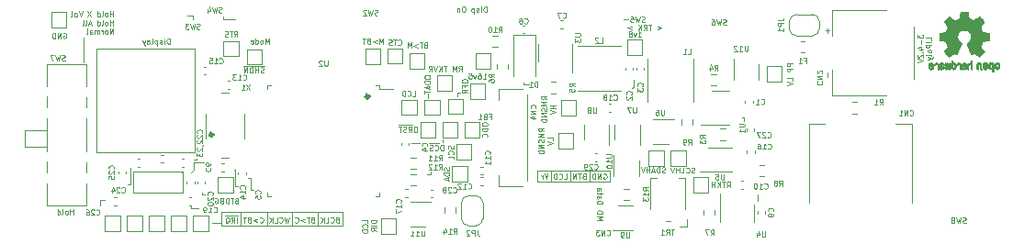
<source format=gbo>
%TF.GenerationSoftware,KiCad,Pcbnew,7.0.7*%
%TF.CreationDate,2023-09-30T12:20:31-04:00*%
%TF.ProjectId,bt-md-remote,62742d6d-642d-4726-956d-6f74652e6b69,rev?*%
%TF.SameCoordinates,Original*%
%TF.FileFunction,Legend,Bot*%
%TF.FilePolarity,Positive*%
%FSLAX46Y46*%
G04 Gerber Fmt 4.6, Leading zero omitted, Abs format (unit mm)*
G04 Created by KiCad (PCBNEW 7.0.7) date 2023-09-30 12:20:31*
%MOMM*%
%LPD*%
G01*
G04 APERTURE LIST*
%ADD10C,0.125000*%
%ADD11C,0.120000*%
%ADD12C,0.010000*%
%ADD13C,0.310000*%
%ADD14C,0.313560*%
G04 APERTURE END LIST*
D10*
X143002000Y-122174000D02*
X142240000Y-122174000D01*
X153797000Y-124714000D02*
X160528000Y-124714000D01*
X160528000Y-125730000D01*
X153797000Y-125730000D01*
X153797000Y-124714000D01*
X121920000Y-128016000D02*
X121920000Y-128143000D01*
X123190000Y-126873000D02*
X122936000Y-126873000D01*
X121920000Y-128143000D02*
X122555000Y-128143000D01*
X145096000Y-121793000D02*
X145096000Y-122047000D01*
X127381000Y-126492000D02*
X127381000Y-125349000D01*
X162687000Y-116332000D02*
X162687000Y-116967000D01*
X131191000Y-128524000D02*
X131191000Y-129794000D01*
X155067000Y-124714000D02*
X155067000Y-125730000D01*
X124841000Y-110744000D02*
X125984000Y-110744000D01*
X112014000Y-112395000D02*
X112014000Y-114681000D01*
X122047000Y-110363000D02*
X121539000Y-110363000D01*
X122428000Y-123698000D02*
X122174000Y-123698000D01*
X144018000Y-124993400D02*
X144018000Y-124764800D01*
X122047000Y-110744000D02*
X122047000Y-110363000D01*
X113538000Y-127381000D02*
X113919000Y-127381000D01*
X128905000Y-128524000D02*
X128905000Y-129794000D01*
X174117000Y-126873000D02*
X174117000Y-127508000D01*
X124714000Y-128524000D02*
X135890000Y-128524000D01*
X135890000Y-129794000D01*
X124714000Y-129794000D01*
X124714000Y-128524000D01*
X162179000Y-110744000D02*
X161798000Y-110744000D01*
X116332000Y-124460000D02*
X116332000Y-125984000D01*
X127381000Y-125349000D02*
X127127000Y-125349000D01*
X125984000Y-124587000D02*
X125984000Y-126111000D01*
X125984000Y-126111000D02*
X126185216Y-126111000D01*
X122936000Y-126873000D02*
X122936000Y-126746000D01*
X124841000Y-110490000D02*
X124841000Y-110744000D01*
X123063000Y-123952000D02*
X122174000Y-123952000D01*
X143764000Y-117602000D02*
X143764000Y-117983000D01*
X122174000Y-123952000D02*
X122174000Y-124587000D01*
X172847000Y-120142000D02*
X172847000Y-119761000D01*
X116332000Y-125984000D02*
X116078000Y-125984000D01*
X146431000Y-117475000D02*
X146685000Y-117475000D01*
X152527000Y-116713000D02*
X152527000Y-116586000D01*
X156845000Y-124714000D02*
X156845000Y-125730000D01*
X122176889Y-124611100D02*
X121946989Y-124841000D01*
X172847000Y-119761000D02*
X172720000Y-119761000D01*
X113538000Y-127889000D02*
X113538000Y-127381000D01*
X153035000Y-116713000D02*
X152527000Y-116713000D01*
X124714000Y-129540000D02*
X123825000Y-129540000D01*
X162687000Y-116967000D02*
X162560000Y-117094000D01*
X122428000Y-123571000D02*
X122428000Y-123698000D01*
X158623000Y-124714000D02*
X158623000Y-125730000D01*
X133604000Y-128524000D02*
X133604000Y-129794000D01*
X144018000Y-124993400D02*
X143637000Y-124993400D01*
X125857000Y-124587000D02*
X125984000Y-124587000D01*
X146431000Y-117856000D02*
X146431000Y-117475000D01*
X127381000Y-126492000D02*
X127635000Y-126492000D01*
X126492000Y-128524000D02*
X126492000Y-129794000D01*
X145704500Y-124383474D02*
X145728309Y-124454902D01*
X145728309Y-124454902D02*
X145728309Y-124573950D01*
X145728309Y-124573950D02*
X145704500Y-124621569D01*
X145704500Y-124621569D02*
X145680690Y-124645378D01*
X145680690Y-124645378D02*
X145633071Y-124669188D01*
X145633071Y-124669188D02*
X145585452Y-124669188D01*
X145585452Y-124669188D02*
X145537833Y-124645378D01*
X145537833Y-124645378D02*
X145514023Y-124621569D01*
X145514023Y-124621569D02*
X145490214Y-124573950D01*
X145490214Y-124573950D02*
X145466404Y-124478712D01*
X145466404Y-124478712D02*
X145442595Y-124431093D01*
X145442595Y-124431093D02*
X145418785Y-124407283D01*
X145418785Y-124407283D02*
X145371166Y-124383474D01*
X145371166Y-124383474D02*
X145323547Y-124383474D01*
X145323547Y-124383474D02*
X145275928Y-124407283D01*
X145275928Y-124407283D02*
X145252119Y-124431093D01*
X145252119Y-124431093D02*
X145228309Y-124478712D01*
X145228309Y-124478712D02*
X145228309Y-124597759D01*
X145228309Y-124597759D02*
X145252119Y-124669188D01*
X145728309Y-124883473D02*
X145228309Y-124883473D01*
X145228309Y-124883473D02*
X145228309Y-125002521D01*
X145228309Y-125002521D02*
X145252119Y-125073949D01*
X145252119Y-125073949D02*
X145299738Y-125121568D01*
X145299738Y-125121568D02*
X145347357Y-125145378D01*
X145347357Y-125145378D02*
X145442595Y-125169187D01*
X145442595Y-125169187D02*
X145514023Y-125169187D01*
X145514023Y-125169187D02*
X145609261Y-125145378D01*
X145609261Y-125145378D02*
X145656880Y-125121568D01*
X145656880Y-125121568D02*
X145704500Y-125073949D01*
X145704500Y-125073949D02*
X145728309Y-125002521D01*
X145728309Y-125002521D02*
X145728309Y-124883473D01*
X145585452Y-125359664D02*
X145585452Y-125597759D01*
X145728309Y-125312045D02*
X145228309Y-125478711D01*
X145228309Y-125478711D02*
X145728309Y-125645378D01*
X126085650Y-127441505D02*
X126014222Y-127465315D01*
X126014222Y-127465315D02*
X125990412Y-127489124D01*
X125990412Y-127489124D02*
X125966603Y-127536743D01*
X125966603Y-127536743D02*
X125966603Y-127608172D01*
X125966603Y-127608172D02*
X125990412Y-127655791D01*
X125990412Y-127655791D02*
X126014222Y-127679601D01*
X126014222Y-127679601D02*
X126061841Y-127703410D01*
X126061841Y-127703410D02*
X126252317Y-127703410D01*
X126252317Y-127703410D02*
X126252317Y-127203410D01*
X126252317Y-127203410D02*
X126085650Y-127203410D01*
X126085650Y-127203410D02*
X126038031Y-127227220D01*
X126038031Y-127227220D02*
X126014222Y-127251029D01*
X126014222Y-127251029D02*
X125990412Y-127298648D01*
X125990412Y-127298648D02*
X125990412Y-127346267D01*
X125990412Y-127346267D02*
X126014222Y-127393886D01*
X126014222Y-127393886D02*
X126038031Y-127417696D01*
X126038031Y-127417696D02*
X126085650Y-127441505D01*
X126085650Y-127441505D02*
X126252317Y-127441505D01*
X125823745Y-127203410D02*
X125538031Y-127203410D01*
X125680888Y-127703410D02*
X125680888Y-127203410D01*
X125371365Y-127703410D02*
X125371365Y-127203410D01*
X125371365Y-127203410D02*
X125252317Y-127203410D01*
X125252317Y-127203410D02*
X125180889Y-127227220D01*
X125180889Y-127227220D02*
X125133270Y-127274839D01*
X125133270Y-127274839D02*
X125109460Y-127322458D01*
X125109460Y-127322458D02*
X125085651Y-127417696D01*
X125085651Y-127417696D02*
X125085651Y-127489124D01*
X125085651Y-127489124D02*
X125109460Y-127584362D01*
X125109460Y-127584362D02*
X125133270Y-127631981D01*
X125133270Y-127631981D02*
X125180889Y-127679601D01*
X125180889Y-127679601D02*
X125252317Y-127703410D01*
X125252317Y-127703410D02*
X125371365Y-127703410D01*
X124704698Y-127441505D02*
X124633270Y-127465315D01*
X124633270Y-127465315D02*
X124609460Y-127489124D01*
X124609460Y-127489124D02*
X124585651Y-127536743D01*
X124585651Y-127536743D02*
X124585651Y-127608172D01*
X124585651Y-127608172D02*
X124609460Y-127655791D01*
X124609460Y-127655791D02*
X124633270Y-127679601D01*
X124633270Y-127679601D02*
X124680889Y-127703410D01*
X124680889Y-127703410D02*
X124871365Y-127703410D01*
X124871365Y-127703410D02*
X124871365Y-127203410D01*
X124871365Y-127203410D02*
X124704698Y-127203410D01*
X124704698Y-127203410D02*
X124657079Y-127227220D01*
X124657079Y-127227220D02*
X124633270Y-127251029D01*
X124633270Y-127251029D02*
X124609460Y-127298648D01*
X124609460Y-127298648D02*
X124609460Y-127346267D01*
X124609460Y-127346267D02*
X124633270Y-127393886D01*
X124633270Y-127393886D02*
X124657079Y-127417696D01*
X124657079Y-127417696D02*
X124704698Y-127441505D01*
X124704698Y-127441505D02*
X124871365Y-127441505D01*
X124109460Y-127227220D02*
X124157079Y-127203410D01*
X124157079Y-127203410D02*
X124228508Y-127203410D01*
X124228508Y-127203410D02*
X124299936Y-127227220D01*
X124299936Y-127227220D02*
X124347555Y-127274839D01*
X124347555Y-127274839D02*
X124371365Y-127322458D01*
X124371365Y-127322458D02*
X124395174Y-127417696D01*
X124395174Y-127417696D02*
X124395174Y-127489124D01*
X124395174Y-127489124D02*
X124371365Y-127584362D01*
X124371365Y-127584362D02*
X124347555Y-127631981D01*
X124347555Y-127631981D02*
X124299936Y-127679601D01*
X124299936Y-127679601D02*
X124228508Y-127703410D01*
X124228508Y-127703410D02*
X124180889Y-127703410D01*
X124180889Y-127703410D02*
X124109460Y-127679601D01*
X124109460Y-127679601D02*
X124085651Y-127655791D01*
X124085651Y-127655791D02*
X124085651Y-127489124D01*
X124085651Y-127489124D02*
X124180889Y-127489124D01*
X188873309Y-112125286D02*
X188873309Y-112434810D01*
X188873309Y-112434810D02*
X189063785Y-112268143D01*
X189063785Y-112268143D02*
X189063785Y-112339572D01*
X189063785Y-112339572D02*
X189087595Y-112387191D01*
X189087595Y-112387191D02*
X189111404Y-112411000D01*
X189111404Y-112411000D02*
X189159023Y-112434810D01*
X189159023Y-112434810D02*
X189278071Y-112434810D01*
X189278071Y-112434810D02*
X189325690Y-112411000D01*
X189325690Y-112411000D02*
X189349500Y-112387191D01*
X189349500Y-112387191D02*
X189373309Y-112339572D01*
X189373309Y-112339572D02*
X189373309Y-112196715D01*
X189373309Y-112196715D02*
X189349500Y-112149096D01*
X189349500Y-112149096D02*
X189325690Y-112125286D01*
X189182833Y-112649095D02*
X189182833Y-113030048D01*
X189039976Y-113482429D02*
X189373309Y-113482429D01*
X188849500Y-113363381D02*
X189206642Y-113244334D01*
X189206642Y-113244334D02*
X189206642Y-113553857D01*
X189325690Y-113744333D02*
X189349500Y-113768143D01*
X189349500Y-113768143D02*
X189373309Y-113744333D01*
X189373309Y-113744333D02*
X189349500Y-113720524D01*
X189349500Y-113720524D02*
X189325690Y-113744333D01*
X189325690Y-113744333D02*
X189373309Y-113744333D01*
X188920928Y-113958619D02*
X188897119Y-113982428D01*
X188897119Y-113982428D02*
X188873309Y-114030047D01*
X188873309Y-114030047D02*
X188873309Y-114149095D01*
X188873309Y-114149095D02*
X188897119Y-114196714D01*
X188897119Y-114196714D02*
X188920928Y-114220523D01*
X188920928Y-114220523D02*
X188968547Y-114244333D01*
X188968547Y-114244333D02*
X189016166Y-114244333D01*
X189016166Y-114244333D02*
X189087595Y-114220523D01*
X189087595Y-114220523D02*
X189373309Y-113934809D01*
X189373309Y-113934809D02*
X189373309Y-114244333D01*
X188873309Y-114387190D02*
X189373309Y-114553856D01*
X189373309Y-114553856D02*
X188873309Y-114720523D01*
X190178309Y-112649095D02*
X190178309Y-112411000D01*
X190178309Y-112411000D02*
X189678309Y-112411000D01*
X190178309Y-112815762D02*
X189844976Y-112815762D01*
X189678309Y-112815762D02*
X189702119Y-112791953D01*
X189702119Y-112791953D02*
X189725928Y-112815762D01*
X189725928Y-112815762D02*
X189702119Y-112839572D01*
X189702119Y-112839572D02*
X189678309Y-112815762D01*
X189678309Y-112815762D02*
X189725928Y-112815762D01*
X190178309Y-113053857D02*
X189678309Y-113053857D01*
X189678309Y-113053857D02*
X189678309Y-113244333D01*
X189678309Y-113244333D02*
X189702119Y-113291952D01*
X189702119Y-113291952D02*
X189725928Y-113315762D01*
X189725928Y-113315762D02*
X189773547Y-113339571D01*
X189773547Y-113339571D02*
X189844976Y-113339571D01*
X189844976Y-113339571D02*
X189892595Y-113315762D01*
X189892595Y-113315762D02*
X189916404Y-113291952D01*
X189916404Y-113291952D02*
X189940214Y-113244333D01*
X189940214Y-113244333D02*
X189940214Y-113053857D01*
X190178309Y-113625286D02*
X190154500Y-113577667D01*
X190154500Y-113577667D02*
X190130690Y-113553857D01*
X190130690Y-113553857D02*
X190083071Y-113530048D01*
X190083071Y-113530048D02*
X189940214Y-113530048D01*
X189940214Y-113530048D02*
X189892595Y-113553857D01*
X189892595Y-113553857D02*
X189868785Y-113577667D01*
X189868785Y-113577667D02*
X189844976Y-113625286D01*
X189844976Y-113625286D02*
X189844976Y-113696714D01*
X189844976Y-113696714D02*
X189868785Y-113744333D01*
X189868785Y-113744333D02*
X189892595Y-113768143D01*
X189892595Y-113768143D02*
X189940214Y-113791952D01*
X189940214Y-113791952D02*
X190083071Y-113791952D01*
X190083071Y-113791952D02*
X190130690Y-113768143D01*
X190130690Y-113768143D02*
X190154500Y-113744333D01*
X190154500Y-113744333D02*
X190178309Y-113696714D01*
X190178309Y-113696714D02*
X190178309Y-113625286D01*
X190178309Y-114077667D02*
X190154500Y-114030048D01*
X190154500Y-114030048D02*
X190106880Y-114006238D01*
X190106880Y-114006238D02*
X189678309Y-114006238D01*
X189844976Y-114220524D02*
X190178309Y-114339572D01*
X189844976Y-114458619D02*
X190178309Y-114339572D01*
X190178309Y-114339572D02*
X190297357Y-114291953D01*
X190297357Y-114291953D02*
X190321166Y-114268143D01*
X190321166Y-114268143D02*
X190344976Y-114220524D01*
X164898764Y-111358976D02*
X165279716Y-111501833D01*
X165279716Y-111501833D02*
X164898764Y-111644690D01*
X164351144Y-111192309D02*
X164065430Y-111192309D01*
X164208287Y-111692309D02*
X164208287Y-111192309D01*
X163613050Y-111692309D02*
X163779716Y-111454214D01*
X163898764Y-111692309D02*
X163898764Y-111192309D01*
X163898764Y-111192309D02*
X163708288Y-111192309D01*
X163708288Y-111192309D02*
X163660669Y-111216119D01*
X163660669Y-111216119D02*
X163636859Y-111239928D01*
X163636859Y-111239928D02*
X163613050Y-111287547D01*
X163613050Y-111287547D02*
X163613050Y-111358976D01*
X163613050Y-111358976D02*
X163636859Y-111406595D01*
X163636859Y-111406595D02*
X163660669Y-111430404D01*
X163660669Y-111430404D02*
X163708288Y-111454214D01*
X163708288Y-111454214D02*
X163898764Y-111454214D01*
X163398764Y-111692309D02*
X163398764Y-111192309D01*
X163113050Y-111692309D02*
X163327335Y-111406595D01*
X163113050Y-111192309D02*
X163398764Y-111478023D01*
X162517812Y-111358976D02*
X162136860Y-111501833D01*
X162136860Y-111501833D02*
X162517812Y-111644690D01*
X149150716Y-110041309D02*
X149150716Y-109541309D01*
X149150716Y-109541309D02*
X149031668Y-109541309D01*
X149031668Y-109541309D02*
X148960240Y-109565119D01*
X148960240Y-109565119D02*
X148912621Y-109612738D01*
X148912621Y-109612738D02*
X148888811Y-109660357D01*
X148888811Y-109660357D02*
X148865002Y-109755595D01*
X148865002Y-109755595D02*
X148865002Y-109827023D01*
X148865002Y-109827023D02*
X148888811Y-109922261D01*
X148888811Y-109922261D02*
X148912621Y-109969880D01*
X148912621Y-109969880D02*
X148960240Y-110017500D01*
X148960240Y-110017500D02*
X149031668Y-110041309D01*
X149031668Y-110041309D02*
X149150716Y-110041309D01*
X148650716Y-110041309D02*
X148650716Y-109707976D01*
X148650716Y-109541309D02*
X148674525Y-109565119D01*
X148674525Y-109565119D02*
X148650716Y-109588928D01*
X148650716Y-109588928D02*
X148626906Y-109565119D01*
X148626906Y-109565119D02*
X148650716Y-109541309D01*
X148650716Y-109541309D02*
X148650716Y-109588928D01*
X148436430Y-110017500D02*
X148388811Y-110041309D01*
X148388811Y-110041309D02*
X148293573Y-110041309D01*
X148293573Y-110041309D02*
X148245954Y-110017500D01*
X148245954Y-110017500D02*
X148222145Y-109969880D01*
X148222145Y-109969880D02*
X148222145Y-109946071D01*
X148222145Y-109946071D02*
X148245954Y-109898452D01*
X148245954Y-109898452D02*
X148293573Y-109874642D01*
X148293573Y-109874642D02*
X148365002Y-109874642D01*
X148365002Y-109874642D02*
X148412621Y-109850833D01*
X148412621Y-109850833D02*
X148436430Y-109803214D01*
X148436430Y-109803214D02*
X148436430Y-109779404D01*
X148436430Y-109779404D02*
X148412621Y-109731785D01*
X148412621Y-109731785D02*
X148365002Y-109707976D01*
X148365002Y-109707976D02*
X148293573Y-109707976D01*
X148293573Y-109707976D02*
X148245954Y-109731785D01*
X148007859Y-109707976D02*
X148007859Y-110207976D01*
X148007859Y-109731785D02*
X147960240Y-109707976D01*
X147960240Y-109707976D02*
X147865002Y-109707976D01*
X147865002Y-109707976D02*
X147817383Y-109731785D01*
X147817383Y-109731785D02*
X147793573Y-109755595D01*
X147793573Y-109755595D02*
X147769764Y-109803214D01*
X147769764Y-109803214D02*
X147769764Y-109946071D01*
X147769764Y-109946071D02*
X147793573Y-109993690D01*
X147793573Y-109993690D02*
X147817383Y-110017500D01*
X147817383Y-110017500D02*
X147865002Y-110041309D01*
X147865002Y-110041309D02*
X147960240Y-110041309D01*
X147960240Y-110041309D02*
X148007859Y-110017500D01*
X147079288Y-109541309D02*
X146984050Y-109541309D01*
X146984050Y-109541309D02*
X146936431Y-109565119D01*
X146936431Y-109565119D02*
X146888812Y-109612738D01*
X146888812Y-109612738D02*
X146865002Y-109707976D01*
X146865002Y-109707976D02*
X146865002Y-109874642D01*
X146865002Y-109874642D02*
X146888812Y-109969880D01*
X146888812Y-109969880D02*
X146936431Y-110017500D01*
X146936431Y-110017500D02*
X146984050Y-110041309D01*
X146984050Y-110041309D02*
X147079288Y-110041309D01*
X147079288Y-110041309D02*
X147126907Y-110017500D01*
X147126907Y-110017500D02*
X147174526Y-109969880D01*
X147174526Y-109969880D02*
X147198335Y-109874642D01*
X147198335Y-109874642D02*
X147198335Y-109707976D01*
X147198335Y-109707976D02*
X147174526Y-109612738D01*
X147174526Y-109612738D02*
X147126907Y-109565119D01*
X147126907Y-109565119D02*
X147079288Y-109541309D01*
X146650716Y-109707976D02*
X146650716Y-110041309D01*
X146650716Y-109755595D02*
X146626906Y-109731785D01*
X146626906Y-109731785D02*
X146579287Y-109707976D01*
X146579287Y-109707976D02*
X146507859Y-109707976D01*
X146507859Y-109707976D02*
X146460240Y-109731785D01*
X146460240Y-109731785D02*
X146436430Y-109779404D01*
X146436430Y-109779404D02*
X146436430Y-110041309D01*
X163112811Y-112327309D02*
X163398525Y-112327309D01*
X163255668Y-112327309D02*
X163255668Y-111827309D01*
X163255668Y-111827309D02*
X163303287Y-111898738D01*
X163303287Y-111898738D02*
X163350906Y-111946357D01*
X163350906Y-111946357D02*
X163398525Y-111970166D01*
X162946145Y-111993976D02*
X162827097Y-112327309D01*
X162827097Y-112327309D02*
X162708050Y-111993976D01*
X162446145Y-112041595D02*
X162493764Y-112017785D01*
X162493764Y-112017785D02*
X162517574Y-111993976D01*
X162517574Y-111993976D02*
X162541383Y-111946357D01*
X162541383Y-111946357D02*
X162541383Y-111922547D01*
X162541383Y-111922547D02*
X162517574Y-111874928D01*
X162517574Y-111874928D02*
X162493764Y-111851119D01*
X162493764Y-111851119D02*
X162446145Y-111827309D01*
X162446145Y-111827309D02*
X162350907Y-111827309D01*
X162350907Y-111827309D02*
X162303288Y-111851119D01*
X162303288Y-111851119D02*
X162279479Y-111874928D01*
X162279479Y-111874928D02*
X162255669Y-111922547D01*
X162255669Y-111922547D02*
X162255669Y-111946357D01*
X162255669Y-111946357D02*
X162279479Y-111993976D01*
X162279479Y-111993976D02*
X162303288Y-112017785D01*
X162303288Y-112017785D02*
X162350907Y-112041595D01*
X162350907Y-112041595D02*
X162446145Y-112041595D01*
X162446145Y-112041595D02*
X162493764Y-112065404D01*
X162493764Y-112065404D02*
X162517574Y-112089214D01*
X162517574Y-112089214D02*
X162541383Y-112136833D01*
X162541383Y-112136833D02*
X162541383Y-112232071D01*
X162541383Y-112232071D02*
X162517574Y-112279690D01*
X162517574Y-112279690D02*
X162493764Y-112303500D01*
X162493764Y-112303500D02*
X162446145Y-112327309D01*
X162446145Y-112327309D02*
X162350907Y-112327309D01*
X162350907Y-112327309D02*
X162303288Y-112303500D01*
X162303288Y-112303500D02*
X162279479Y-112279690D01*
X162279479Y-112279690D02*
X162255669Y-112232071D01*
X162255669Y-112232071D02*
X162255669Y-112136833D01*
X162255669Y-112136833D02*
X162279479Y-112089214D01*
X162279479Y-112089214D02*
X162303288Y-112065404D01*
X162303288Y-112065404D02*
X162350907Y-112041595D01*
X146579002Y-115502309D02*
X146745668Y-115264214D01*
X146864716Y-115502309D02*
X146864716Y-115002309D01*
X146864716Y-115002309D02*
X146674240Y-115002309D01*
X146674240Y-115002309D02*
X146626621Y-115026119D01*
X146626621Y-115026119D02*
X146602811Y-115049928D01*
X146602811Y-115049928D02*
X146579002Y-115097547D01*
X146579002Y-115097547D02*
X146579002Y-115168976D01*
X146579002Y-115168976D02*
X146602811Y-115216595D01*
X146602811Y-115216595D02*
X146626621Y-115240404D01*
X146626621Y-115240404D02*
X146674240Y-115264214D01*
X146674240Y-115264214D02*
X146864716Y-115264214D01*
X146364716Y-115502309D02*
X146364716Y-115002309D01*
X146364716Y-115002309D02*
X146198049Y-115359452D01*
X146198049Y-115359452D02*
X146031383Y-115002309D01*
X146031383Y-115002309D02*
X146031383Y-115502309D01*
X145483763Y-115002309D02*
X145198049Y-115002309D01*
X145340906Y-115502309D02*
X145340906Y-115002309D01*
X145031383Y-115502309D02*
X145031383Y-115002309D01*
X144745669Y-115502309D02*
X144959954Y-115216595D01*
X144745669Y-115002309D02*
X145031383Y-115288023D01*
X144602811Y-115002309D02*
X144436145Y-115502309D01*
X144436145Y-115502309D02*
X144269478Y-115002309D01*
X143817098Y-115502309D02*
X143983764Y-115264214D01*
X144102812Y-115502309D02*
X144102812Y-115002309D01*
X144102812Y-115002309D02*
X143912336Y-115002309D01*
X143912336Y-115002309D02*
X143864717Y-115026119D01*
X143864717Y-115026119D02*
X143840907Y-115049928D01*
X143840907Y-115049928D02*
X143817098Y-115097547D01*
X143817098Y-115097547D02*
X143817098Y-115168976D01*
X143817098Y-115168976D02*
X143840907Y-115216595D01*
X143840907Y-115216595D02*
X143864717Y-115240404D01*
X143864717Y-115240404D02*
X143912336Y-115264214D01*
X143912336Y-115264214D02*
X144102812Y-115264214D01*
X146085500Y-122376874D02*
X146109309Y-122448302D01*
X146109309Y-122448302D02*
X146109309Y-122567350D01*
X146109309Y-122567350D02*
X146085500Y-122614969D01*
X146085500Y-122614969D02*
X146061690Y-122638778D01*
X146061690Y-122638778D02*
X146014071Y-122662588D01*
X146014071Y-122662588D02*
X145966452Y-122662588D01*
X145966452Y-122662588D02*
X145918833Y-122638778D01*
X145918833Y-122638778D02*
X145895023Y-122614969D01*
X145895023Y-122614969D02*
X145871214Y-122567350D01*
X145871214Y-122567350D02*
X145847404Y-122472112D01*
X145847404Y-122472112D02*
X145823595Y-122424493D01*
X145823595Y-122424493D02*
X145799785Y-122400683D01*
X145799785Y-122400683D02*
X145752166Y-122376874D01*
X145752166Y-122376874D02*
X145704547Y-122376874D01*
X145704547Y-122376874D02*
X145656928Y-122400683D01*
X145656928Y-122400683D02*
X145633119Y-122424493D01*
X145633119Y-122424493D02*
X145609309Y-122472112D01*
X145609309Y-122472112D02*
X145609309Y-122591159D01*
X145609309Y-122591159D02*
X145633119Y-122662588D01*
X146061690Y-123162587D02*
X146085500Y-123138778D01*
X146085500Y-123138778D02*
X146109309Y-123067349D01*
X146109309Y-123067349D02*
X146109309Y-123019730D01*
X146109309Y-123019730D02*
X146085500Y-122948302D01*
X146085500Y-122948302D02*
X146037880Y-122900683D01*
X146037880Y-122900683D02*
X145990261Y-122876873D01*
X145990261Y-122876873D02*
X145895023Y-122853064D01*
X145895023Y-122853064D02*
X145823595Y-122853064D01*
X145823595Y-122853064D02*
X145728357Y-122876873D01*
X145728357Y-122876873D02*
X145680738Y-122900683D01*
X145680738Y-122900683D02*
X145633119Y-122948302D01*
X145633119Y-122948302D02*
X145609309Y-123019730D01*
X145609309Y-123019730D02*
X145609309Y-123067349D01*
X145609309Y-123067349D02*
X145633119Y-123138778D01*
X145633119Y-123138778D02*
X145656928Y-123162587D01*
X146109309Y-123614968D02*
X146109309Y-123376873D01*
X146109309Y-123376873D02*
X145609309Y-123376873D01*
X143450309Y-115993521D02*
X143450309Y-116088759D01*
X143450309Y-116088759D02*
X143474119Y-116136378D01*
X143474119Y-116136378D02*
X143521738Y-116183997D01*
X143521738Y-116183997D02*
X143616976Y-116207807D01*
X143616976Y-116207807D02*
X143783642Y-116207807D01*
X143783642Y-116207807D02*
X143878880Y-116183997D01*
X143878880Y-116183997D02*
X143926500Y-116136378D01*
X143926500Y-116136378D02*
X143950309Y-116088759D01*
X143950309Y-116088759D02*
X143950309Y-115993521D01*
X143950309Y-115993521D02*
X143926500Y-115945902D01*
X143926500Y-115945902D02*
X143878880Y-115898283D01*
X143878880Y-115898283D02*
X143783642Y-115874474D01*
X143783642Y-115874474D02*
X143616976Y-115874474D01*
X143616976Y-115874474D02*
X143521738Y-115898283D01*
X143521738Y-115898283D02*
X143474119Y-115945902D01*
X143474119Y-115945902D02*
X143450309Y-115993521D01*
X143950309Y-116422093D02*
X143450309Y-116422093D01*
X143450309Y-116422093D02*
X143450309Y-116541141D01*
X143450309Y-116541141D02*
X143474119Y-116612569D01*
X143474119Y-116612569D02*
X143521738Y-116660188D01*
X143521738Y-116660188D02*
X143569357Y-116683998D01*
X143569357Y-116683998D02*
X143664595Y-116707807D01*
X143664595Y-116707807D02*
X143736023Y-116707807D01*
X143736023Y-116707807D02*
X143831261Y-116683998D01*
X143831261Y-116683998D02*
X143878880Y-116660188D01*
X143878880Y-116660188D02*
X143926500Y-116612569D01*
X143926500Y-116612569D02*
X143950309Y-116541141D01*
X143950309Y-116541141D02*
X143950309Y-116422093D01*
X143807452Y-116898284D02*
X143807452Y-117136379D01*
X143950309Y-116850665D02*
X143450309Y-117017331D01*
X143450309Y-117017331D02*
X143950309Y-117183998D01*
X143450309Y-117279236D02*
X143450309Y-117564950D01*
X143950309Y-117422093D02*
X143450309Y-117422093D01*
X146879309Y-116374521D02*
X146879309Y-116469759D01*
X146879309Y-116469759D02*
X146903119Y-116517378D01*
X146903119Y-116517378D02*
X146950738Y-116564997D01*
X146950738Y-116564997D02*
X147045976Y-116588807D01*
X147045976Y-116588807D02*
X147212642Y-116588807D01*
X147212642Y-116588807D02*
X147307880Y-116564997D01*
X147307880Y-116564997D02*
X147355500Y-116517378D01*
X147355500Y-116517378D02*
X147379309Y-116469759D01*
X147379309Y-116469759D02*
X147379309Y-116374521D01*
X147379309Y-116374521D02*
X147355500Y-116326902D01*
X147355500Y-116326902D02*
X147307880Y-116279283D01*
X147307880Y-116279283D02*
X147212642Y-116255474D01*
X147212642Y-116255474D02*
X147045976Y-116255474D01*
X147045976Y-116255474D02*
X146950738Y-116279283D01*
X146950738Y-116279283D02*
X146903119Y-116326902D01*
X146903119Y-116326902D02*
X146879309Y-116374521D01*
X147117404Y-116969760D02*
X147117404Y-116803093D01*
X147379309Y-116803093D02*
X146879309Y-116803093D01*
X146879309Y-116803093D02*
X146879309Y-117041188D01*
X147379309Y-117517378D02*
X147141214Y-117350712D01*
X147379309Y-117231664D02*
X146879309Y-117231664D01*
X146879309Y-117231664D02*
X146879309Y-117422140D01*
X146879309Y-117422140D02*
X146903119Y-117469759D01*
X146903119Y-117469759D02*
X146926928Y-117493569D01*
X146926928Y-117493569D02*
X146974547Y-117517378D01*
X146974547Y-117517378D02*
X147045976Y-117517378D01*
X147045976Y-117517378D02*
X147093595Y-117493569D01*
X147093595Y-117493569D02*
X147117404Y-117469759D01*
X147117404Y-117469759D02*
X147141214Y-117422140D01*
X147141214Y-117422140D02*
X147141214Y-117231664D01*
X159939935Y-124994760D02*
X159987554Y-124970950D01*
X159987554Y-124970950D02*
X160058983Y-124970950D01*
X160058983Y-124970950D02*
X160130411Y-124994760D01*
X160130411Y-124994760D02*
X160178030Y-125042379D01*
X160178030Y-125042379D02*
X160201840Y-125089998D01*
X160201840Y-125089998D02*
X160225649Y-125185236D01*
X160225649Y-125185236D02*
X160225649Y-125256664D01*
X160225649Y-125256664D02*
X160201840Y-125351902D01*
X160201840Y-125351902D02*
X160178030Y-125399521D01*
X160178030Y-125399521D02*
X160130411Y-125447141D01*
X160130411Y-125447141D02*
X160058983Y-125470950D01*
X160058983Y-125470950D02*
X160011364Y-125470950D01*
X160011364Y-125470950D02*
X159939935Y-125447141D01*
X159939935Y-125447141D02*
X159916126Y-125423331D01*
X159916126Y-125423331D02*
X159916126Y-125256664D01*
X159916126Y-125256664D02*
X160011364Y-125256664D01*
X159701840Y-125470950D02*
X159701840Y-124970950D01*
X159701840Y-124970950D02*
X159416126Y-125470950D01*
X159416126Y-125470950D02*
X159416126Y-124970950D01*
X159178030Y-125470950D02*
X159178030Y-124970950D01*
X159178030Y-124970950D02*
X159058982Y-124970950D01*
X159058982Y-124970950D02*
X158987554Y-124994760D01*
X158987554Y-124994760D02*
X158939935Y-125042379D01*
X158939935Y-125042379D02*
X158916125Y-125089998D01*
X158916125Y-125089998D02*
X158892316Y-125185236D01*
X158892316Y-125185236D02*
X158892316Y-125256664D01*
X158892316Y-125256664D02*
X158916125Y-125351902D01*
X158916125Y-125351902D02*
X158939935Y-125399521D01*
X158939935Y-125399521D02*
X158987554Y-125447141D01*
X158987554Y-125447141D02*
X159058982Y-125470950D01*
X159058982Y-125470950D02*
X159178030Y-125470950D01*
X158130411Y-125209045D02*
X158058983Y-125232855D01*
X158058983Y-125232855D02*
X158035173Y-125256664D01*
X158035173Y-125256664D02*
X158011364Y-125304283D01*
X158011364Y-125304283D02*
X158011364Y-125375712D01*
X158011364Y-125375712D02*
X158035173Y-125423331D01*
X158035173Y-125423331D02*
X158058983Y-125447141D01*
X158058983Y-125447141D02*
X158106602Y-125470950D01*
X158106602Y-125470950D02*
X158297078Y-125470950D01*
X158297078Y-125470950D02*
X158297078Y-124970950D01*
X158297078Y-124970950D02*
X158130411Y-124970950D01*
X158130411Y-124970950D02*
X158082792Y-124994760D01*
X158082792Y-124994760D02*
X158058983Y-125018569D01*
X158058983Y-125018569D02*
X158035173Y-125066188D01*
X158035173Y-125066188D02*
X158035173Y-125113807D01*
X158035173Y-125113807D02*
X158058983Y-125161426D01*
X158058983Y-125161426D02*
X158082792Y-125185236D01*
X158082792Y-125185236D02*
X158130411Y-125209045D01*
X158130411Y-125209045D02*
X158297078Y-125209045D01*
X157868506Y-124970950D02*
X157582792Y-124970950D01*
X157725649Y-125470950D02*
X157725649Y-124970950D01*
X157416126Y-125470950D02*
X157416126Y-124970950D01*
X157416126Y-124970950D02*
X157130412Y-125470950D01*
X157130412Y-125470950D02*
X157130412Y-124970950D01*
X156273269Y-125470950D02*
X156511364Y-125470950D01*
X156511364Y-125470950D02*
X156511364Y-124970950D01*
X155820888Y-125423331D02*
X155844697Y-125447141D01*
X155844697Y-125447141D02*
X155916126Y-125470950D01*
X155916126Y-125470950D02*
X155963745Y-125470950D01*
X155963745Y-125470950D02*
X156035173Y-125447141D01*
X156035173Y-125447141D02*
X156082792Y-125399521D01*
X156082792Y-125399521D02*
X156106602Y-125351902D01*
X156106602Y-125351902D02*
X156130411Y-125256664D01*
X156130411Y-125256664D02*
X156130411Y-125185236D01*
X156130411Y-125185236D02*
X156106602Y-125089998D01*
X156106602Y-125089998D02*
X156082792Y-125042379D01*
X156082792Y-125042379D02*
X156035173Y-124994760D01*
X156035173Y-124994760D02*
X155963745Y-124970950D01*
X155963745Y-124970950D02*
X155916126Y-124970950D01*
X155916126Y-124970950D02*
X155844697Y-124994760D01*
X155844697Y-124994760D02*
X155820888Y-125018569D01*
X155606602Y-125470950D02*
X155606602Y-124970950D01*
X155606602Y-124970950D02*
X155487554Y-124970950D01*
X155487554Y-124970950D02*
X155416126Y-124994760D01*
X155416126Y-124994760D02*
X155368507Y-125042379D01*
X155368507Y-125042379D02*
X155344697Y-125089998D01*
X155344697Y-125089998D02*
X155320888Y-125185236D01*
X155320888Y-125185236D02*
X155320888Y-125256664D01*
X155320888Y-125256664D02*
X155344697Y-125351902D01*
X155344697Y-125351902D02*
X155368507Y-125399521D01*
X155368507Y-125399521D02*
X155416126Y-125447141D01*
X155416126Y-125447141D02*
X155487554Y-125470950D01*
X155487554Y-125470950D02*
X155606602Y-125470950D01*
X154797078Y-124970950D02*
X154630412Y-125470950D01*
X154630412Y-125470950D02*
X154463745Y-124970950D01*
X154297079Y-125470950D02*
X154297079Y-125137617D01*
X154297079Y-125232855D02*
X154273269Y-125185236D01*
X154273269Y-125185236D02*
X154249460Y-125161426D01*
X154249460Y-125161426D02*
X154201841Y-125137617D01*
X154201841Y-125137617D02*
X154154222Y-125137617D01*
X139625716Y-112962309D02*
X139625716Y-112462309D01*
X139625716Y-112462309D02*
X139459049Y-112819452D01*
X139459049Y-112819452D02*
X139292383Y-112462309D01*
X139292383Y-112462309D02*
X139292383Y-112962309D01*
X139054287Y-112628976D02*
X138673335Y-112771833D01*
X138673335Y-112771833D02*
X139054287Y-112914690D01*
X138268572Y-112700404D02*
X138197144Y-112724214D01*
X138197144Y-112724214D02*
X138173334Y-112748023D01*
X138173334Y-112748023D02*
X138149525Y-112795642D01*
X138149525Y-112795642D02*
X138149525Y-112867071D01*
X138149525Y-112867071D02*
X138173334Y-112914690D01*
X138173334Y-112914690D02*
X138197144Y-112938500D01*
X138197144Y-112938500D02*
X138244763Y-112962309D01*
X138244763Y-112962309D02*
X138435239Y-112962309D01*
X138435239Y-112962309D02*
X138435239Y-112462309D01*
X138435239Y-112462309D02*
X138268572Y-112462309D01*
X138268572Y-112462309D02*
X138220953Y-112486119D01*
X138220953Y-112486119D02*
X138197144Y-112509928D01*
X138197144Y-112509928D02*
X138173334Y-112557547D01*
X138173334Y-112557547D02*
X138173334Y-112605166D01*
X138173334Y-112605166D02*
X138197144Y-112652785D01*
X138197144Y-112652785D02*
X138220953Y-112676595D01*
X138220953Y-112676595D02*
X138268572Y-112700404D01*
X138268572Y-112700404D02*
X138435239Y-112700404D01*
X138006667Y-112462309D02*
X137720953Y-112462309D01*
X137863810Y-112962309D02*
X137863810Y-112462309D01*
X111050716Y-128710309D02*
X111050716Y-128210309D01*
X111050716Y-128448404D02*
X110765002Y-128448404D01*
X110765002Y-128710309D02*
X110765002Y-128210309D01*
X110455477Y-128710309D02*
X110503096Y-128686500D01*
X110503096Y-128686500D02*
X110526906Y-128662690D01*
X110526906Y-128662690D02*
X110550715Y-128615071D01*
X110550715Y-128615071D02*
X110550715Y-128472214D01*
X110550715Y-128472214D02*
X110526906Y-128424595D01*
X110526906Y-128424595D02*
X110503096Y-128400785D01*
X110503096Y-128400785D02*
X110455477Y-128376976D01*
X110455477Y-128376976D02*
X110384049Y-128376976D01*
X110384049Y-128376976D02*
X110336430Y-128400785D01*
X110336430Y-128400785D02*
X110312620Y-128424595D01*
X110312620Y-128424595D02*
X110288811Y-128472214D01*
X110288811Y-128472214D02*
X110288811Y-128615071D01*
X110288811Y-128615071D02*
X110312620Y-128662690D01*
X110312620Y-128662690D02*
X110336430Y-128686500D01*
X110336430Y-128686500D02*
X110384049Y-128710309D01*
X110384049Y-128710309D02*
X110455477Y-128710309D01*
X110003096Y-128710309D02*
X110050715Y-128686500D01*
X110050715Y-128686500D02*
X110074525Y-128638880D01*
X110074525Y-128638880D02*
X110074525Y-128210309D01*
X109598334Y-128710309D02*
X109598334Y-128210309D01*
X109598334Y-128686500D02*
X109645953Y-128710309D01*
X109645953Y-128710309D02*
X109741191Y-128710309D01*
X109741191Y-128710309D02*
X109788810Y-128686500D01*
X109788810Y-128686500D02*
X109812620Y-128662690D01*
X109812620Y-128662690D02*
X109836429Y-128615071D01*
X109836429Y-128615071D02*
X109836429Y-128472214D01*
X109836429Y-128472214D02*
X109812620Y-128424595D01*
X109812620Y-128424595D02*
X109788810Y-128400785D01*
X109788810Y-128400785D02*
X109741191Y-128376976D01*
X109741191Y-128376976D02*
X109645953Y-128376976D01*
X109645953Y-128376976D02*
X109598334Y-128400785D01*
X159325690Y-129211716D02*
X159825690Y-129211716D01*
X159825690Y-129211716D02*
X159468547Y-129045049D01*
X159468547Y-129045049D02*
X159825690Y-128878383D01*
X159825690Y-128878383D02*
X159325690Y-128878383D01*
X159325690Y-128640287D02*
X159825690Y-128640287D01*
X159825690Y-128640287D02*
X159825690Y-128521239D01*
X159825690Y-128521239D02*
X159801880Y-128449811D01*
X159801880Y-128449811D02*
X159754261Y-128402192D01*
X159754261Y-128402192D02*
X159706642Y-128378382D01*
X159706642Y-128378382D02*
X159611404Y-128354573D01*
X159611404Y-128354573D02*
X159539976Y-128354573D01*
X159539976Y-128354573D02*
X159444738Y-128378382D01*
X159444738Y-128378382D02*
X159397119Y-128402192D01*
X159397119Y-128402192D02*
X159349500Y-128449811D01*
X159349500Y-128449811D02*
X159325690Y-128521239D01*
X159325690Y-128521239D02*
X159325690Y-128640287D01*
X159325690Y-127759335D02*
X159825690Y-127759335D01*
X159825690Y-127759335D02*
X159825690Y-127640287D01*
X159825690Y-127640287D02*
X159801880Y-127568859D01*
X159801880Y-127568859D02*
X159754261Y-127521240D01*
X159754261Y-127521240D02*
X159706642Y-127497430D01*
X159706642Y-127497430D02*
X159611404Y-127473621D01*
X159611404Y-127473621D02*
X159539976Y-127473621D01*
X159539976Y-127473621D02*
X159444738Y-127497430D01*
X159444738Y-127497430D02*
X159397119Y-127521240D01*
X159397119Y-127521240D02*
X159349500Y-127568859D01*
X159349500Y-127568859D02*
X159325690Y-127640287D01*
X159325690Y-127640287D02*
X159325690Y-127759335D01*
X159325690Y-127045049D02*
X159587595Y-127045049D01*
X159587595Y-127045049D02*
X159635214Y-127068859D01*
X159635214Y-127068859D02*
X159659023Y-127116478D01*
X159659023Y-127116478D02*
X159659023Y-127211716D01*
X159659023Y-127211716D02*
X159635214Y-127259335D01*
X159349500Y-127045049D02*
X159325690Y-127092668D01*
X159325690Y-127092668D02*
X159325690Y-127211716D01*
X159325690Y-127211716D02*
X159349500Y-127259335D01*
X159349500Y-127259335D02*
X159397119Y-127283144D01*
X159397119Y-127283144D02*
X159444738Y-127283144D01*
X159444738Y-127283144D02*
X159492357Y-127259335D01*
X159492357Y-127259335D02*
X159516166Y-127211716D01*
X159516166Y-127211716D02*
X159516166Y-127092668D01*
X159516166Y-127092668D02*
X159539976Y-127045049D01*
X159659023Y-126878382D02*
X159659023Y-126687906D01*
X159825690Y-126806954D02*
X159397119Y-126806954D01*
X159397119Y-126806954D02*
X159349500Y-126783144D01*
X159349500Y-126783144D02*
X159325690Y-126735525D01*
X159325690Y-126735525D02*
X159325690Y-126687906D01*
X159325690Y-126306954D02*
X159587595Y-126306954D01*
X159587595Y-126306954D02*
X159635214Y-126330764D01*
X159635214Y-126330764D02*
X159659023Y-126378383D01*
X159659023Y-126378383D02*
X159659023Y-126473621D01*
X159659023Y-126473621D02*
X159635214Y-126521240D01*
X159349500Y-126306954D02*
X159325690Y-126354573D01*
X159325690Y-126354573D02*
X159325690Y-126473621D01*
X159325690Y-126473621D02*
X159349500Y-126521240D01*
X159349500Y-126521240D02*
X159397119Y-126545049D01*
X159397119Y-126545049D02*
X159444738Y-126545049D01*
X159444738Y-126545049D02*
X159492357Y-126521240D01*
X159492357Y-126521240D02*
X159516166Y-126473621D01*
X159516166Y-126473621D02*
X159516166Y-126354573D01*
X159516166Y-126354573D02*
X159539976Y-126306954D01*
X143523049Y-113081404D02*
X143451621Y-113105214D01*
X143451621Y-113105214D02*
X143427811Y-113129023D01*
X143427811Y-113129023D02*
X143404002Y-113176642D01*
X143404002Y-113176642D02*
X143404002Y-113248071D01*
X143404002Y-113248071D02*
X143427811Y-113295690D01*
X143427811Y-113295690D02*
X143451621Y-113319500D01*
X143451621Y-113319500D02*
X143499240Y-113343309D01*
X143499240Y-113343309D02*
X143689716Y-113343309D01*
X143689716Y-113343309D02*
X143689716Y-112843309D01*
X143689716Y-112843309D02*
X143523049Y-112843309D01*
X143523049Y-112843309D02*
X143475430Y-112867119D01*
X143475430Y-112867119D02*
X143451621Y-112890928D01*
X143451621Y-112890928D02*
X143427811Y-112938547D01*
X143427811Y-112938547D02*
X143427811Y-112986166D01*
X143427811Y-112986166D02*
X143451621Y-113033785D01*
X143451621Y-113033785D02*
X143475430Y-113057595D01*
X143475430Y-113057595D02*
X143523049Y-113081404D01*
X143523049Y-113081404D02*
X143689716Y-113081404D01*
X143261144Y-112843309D02*
X142975430Y-112843309D01*
X143118287Y-113343309D02*
X143118287Y-112843309D01*
X142808764Y-113009976D02*
X142427812Y-113152833D01*
X142427812Y-113152833D02*
X142808764Y-113295690D01*
X142189716Y-113343309D02*
X142189716Y-112843309D01*
X142189716Y-112843309D02*
X142023049Y-113200452D01*
X142023049Y-113200452D02*
X141856383Y-112843309D01*
X141856383Y-112843309D02*
X141856383Y-113343309D01*
X180598166Y-116003716D02*
X180598166Y-115622764D01*
X180598166Y-111956100D02*
X180598166Y-111575148D01*
X180407690Y-111765624D02*
X180788642Y-111765624D01*
X135395049Y-129210404D02*
X135323621Y-129234214D01*
X135323621Y-129234214D02*
X135299811Y-129258023D01*
X135299811Y-129258023D02*
X135276002Y-129305642D01*
X135276002Y-129305642D02*
X135276002Y-129377071D01*
X135276002Y-129377071D02*
X135299811Y-129424690D01*
X135299811Y-129424690D02*
X135323621Y-129448500D01*
X135323621Y-129448500D02*
X135371240Y-129472309D01*
X135371240Y-129472309D02*
X135561716Y-129472309D01*
X135561716Y-129472309D02*
X135561716Y-128972309D01*
X135561716Y-128972309D02*
X135395049Y-128972309D01*
X135395049Y-128972309D02*
X135347430Y-128996119D01*
X135347430Y-128996119D02*
X135323621Y-129019928D01*
X135323621Y-129019928D02*
X135299811Y-129067547D01*
X135299811Y-129067547D02*
X135299811Y-129115166D01*
X135299811Y-129115166D02*
X135323621Y-129162785D01*
X135323621Y-129162785D02*
X135347430Y-129186595D01*
X135347430Y-129186595D02*
X135395049Y-129210404D01*
X135395049Y-129210404D02*
X135561716Y-129210404D01*
X134776002Y-129424690D02*
X134799811Y-129448500D01*
X134799811Y-129448500D02*
X134871240Y-129472309D01*
X134871240Y-129472309D02*
X134918859Y-129472309D01*
X134918859Y-129472309D02*
X134990287Y-129448500D01*
X134990287Y-129448500D02*
X135037906Y-129400880D01*
X135037906Y-129400880D02*
X135061716Y-129353261D01*
X135061716Y-129353261D02*
X135085525Y-129258023D01*
X135085525Y-129258023D02*
X135085525Y-129186595D01*
X135085525Y-129186595D02*
X135061716Y-129091357D01*
X135061716Y-129091357D02*
X135037906Y-129043738D01*
X135037906Y-129043738D02*
X134990287Y-128996119D01*
X134990287Y-128996119D02*
X134918859Y-128972309D01*
X134918859Y-128972309D02*
X134871240Y-128972309D01*
X134871240Y-128972309D02*
X134799811Y-128996119D01*
X134799811Y-128996119D02*
X134776002Y-129019928D01*
X134323621Y-129472309D02*
X134561716Y-129472309D01*
X134561716Y-129472309D02*
X134561716Y-128972309D01*
X134156954Y-129472309D02*
X134156954Y-128972309D01*
X133871240Y-129472309D02*
X134085525Y-129186595D01*
X133871240Y-128972309D02*
X134156954Y-129258023D01*
X133109335Y-129210404D02*
X133037907Y-129234214D01*
X133037907Y-129234214D02*
X133014097Y-129258023D01*
X133014097Y-129258023D02*
X132990288Y-129305642D01*
X132990288Y-129305642D02*
X132990288Y-129377071D01*
X132990288Y-129377071D02*
X133014097Y-129424690D01*
X133014097Y-129424690D02*
X133037907Y-129448500D01*
X133037907Y-129448500D02*
X133085526Y-129472309D01*
X133085526Y-129472309D02*
X133276002Y-129472309D01*
X133276002Y-129472309D02*
X133276002Y-128972309D01*
X133276002Y-128972309D02*
X133109335Y-128972309D01*
X133109335Y-128972309D02*
X133061716Y-128996119D01*
X133061716Y-128996119D02*
X133037907Y-129019928D01*
X133037907Y-129019928D02*
X133014097Y-129067547D01*
X133014097Y-129067547D02*
X133014097Y-129115166D01*
X133014097Y-129115166D02*
X133037907Y-129162785D01*
X133037907Y-129162785D02*
X133061716Y-129186595D01*
X133061716Y-129186595D02*
X133109335Y-129210404D01*
X133109335Y-129210404D02*
X133276002Y-129210404D01*
X132847430Y-128972309D02*
X132561716Y-128972309D01*
X132704573Y-129472309D02*
X132704573Y-128972309D01*
X132395050Y-129138976D02*
X132014098Y-129281833D01*
X132014098Y-129281833D02*
X132395050Y-129424690D01*
X131490288Y-129424690D02*
X131514097Y-129448500D01*
X131514097Y-129448500D02*
X131585526Y-129472309D01*
X131585526Y-129472309D02*
X131633145Y-129472309D01*
X131633145Y-129472309D02*
X131704573Y-129448500D01*
X131704573Y-129448500D02*
X131752192Y-129400880D01*
X131752192Y-129400880D02*
X131776002Y-129353261D01*
X131776002Y-129353261D02*
X131799811Y-129258023D01*
X131799811Y-129258023D02*
X131799811Y-129186595D01*
X131799811Y-129186595D02*
X131776002Y-129091357D01*
X131776002Y-129091357D02*
X131752192Y-129043738D01*
X131752192Y-129043738D02*
X131704573Y-128996119D01*
X131704573Y-128996119D02*
X131633145Y-128972309D01*
X131633145Y-128972309D02*
X131585526Y-128972309D01*
X131585526Y-128972309D02*
X131514097Y-128996119D01*
X131514097Y-128996119D02*
X131490288Y-129019928D01*
X130942669Y-128972309D02*
X130823621Y-129472309D01*
X130823621Y-129472309D02*
X130728383Y-129115166D01*
X130728383Y-129115166D02*
X130633145Y-129472309D01*
X130633145Y-129472309D02*
X130514098Y-128972309D01*
X130037907Y-129424690D02*
X130061716Y-129448500D01*
X130061716Y-129448500D02*
X130133145Y-129472309D01*
X130133145Y-129472309D02*
X130180764Y-129472309D01*
X130180764Y-129472309D02*
X130252192Y-129448500D01*
X130252192Y-129448500D02*
X130299811Y-129400880D01*
X130299811Y-129400880D02*
X130323621Y-129353261D01*
X130323621Y-129353261D02*
X130347430Y-129258023D01*
X130347430Y-129258023D02*
X130347430Y-129186595D01*
X130347430Y-129186595D02*
X130323621Y-129091357D01*
X130323621Y-129091357D02*
X130299811Y-129043738D01*
X130299811Y-129043738D02*
X130252192Y-128996119D01*
X130252192Y-128996119D02*
X130180764Y-128972309D01*
X130180764Y-128972309D02*
X130133145Y-128972309D01*
X130133145Y-128972309D02*
X130061716Y-128996119D01*
X130061716Y-128996119D02*
X130037907Y-129019928D01*
X129585526Y-129472309D02*
X129823621Y-129472309D01*
X129823621Y-129472309D02*
X129823621Y-128972309D01*
X129418859Y-129472309D02*
X129418859Y-128972309D01*
X129133145Y-129472309D02*
X129347430Y-129186595D01*
X129133145Y-128972309D02*
X129418859Y-129258023D01*
X128252193Y-129424690D02*
X128276002Y-129448500D01*
X128276002Y-129448500D02*
X128347431Y-129472309D01*
X128347431Y-129472309D02*
X128395050Y-129472309D01*
X128395050Y-129472309D02*
X128466478Y-129448500D01*
X128466478Y-129448500D02*
X128514097Y-129400880D01*
X128514097Y-129400880D02*
X128537907Y-129353261D01*
X128537907Y-129353261D02*
X128561716Y-129258023D01*
X128561716Y-129258023D02*
X128561716Y-129186595D01*
X128561716Y-129186595D02*
X128537907Y-129091357D01*
X128537907Y-129091357D02*
X128514097Y-129043738D01*
X128514097Y-129043738D02*
X128466478Y-128996119D01*
X128466478Y-128996119D02*
X128395050Y-128972309D01*
X128395050Y-128972309D02*
X128347431Y-128972309D01*
X128347431Y-128972309D02*
X128276002Y-128996119D01*
X128276002Y-128996119D02*
X128252193Y-129019928D01*
X128037907Y-129138976D02*
X127656955Y-129281833D01*
X127656955Y-129281833D02*
X128037907Y-129424690D01*
X127252192Y-129210404D02*
X127180764Y-129234214D01*
X127180764Y-129234214D02*
X127156954Y-129258023D01*
X127156954Y-129258023D02*
X127133145Y-129305642D01*
X127133145Y-129305642D02*
X127133145Y-129377071D01*
X127133145Y-129377071D02*
X127156954Y-129424690D01*
X127156954Y-129424690D02*
X127180764Y-129448500D01*
X127180764Y-129448500D02*
X127228383Y-129472309D01*
X127228383Y-129472309D02*
X127418859Y-129472309D01*
X127418859Y-129472309D02*
X127418859Y-128972309D01*
X127418859Y-128972309D02*
X127252192Y-128972309D01*
X127252192Y-128972309D02*
X127204573Y-128996119D01*
X127204573Y-128996119D02*
X127180764Y-129019928D01*
X127180764Y-129019928D02*
X127156954Y-129067547D01*
X127156954Y-129067547D02*
X127156954Y-129115166D01*
X127156954Y-129115166D02*
X127180764Y-129162785D01*
X127180764Y-129162785D02*
X127204573Y-129186595D01*
X127204573Y-129186595D02*
X127252192Y-129210404D01*
X127252192Y-129210404D02*
X127418859Y-129210404D01*
X126990287Y-128972309D02*
X126704573Y-128972309D01*
X126847430Y-129472309D02*
X126847430Y-128972309D01*
X126156955Y-129472309D02*
X126156955Y-128972309D01*
X125633146Y-129472309D02*
X125799812Y-129234214D01*
X125918860Y-129472309D02*
X125918860Y-128972309D01*
X125918860Y-128972309D02*
X125728384Y-128972309D01*
X125728384Y-128972309D02*
X125680765Y-128996119D01*
X125680765Y-128996119D02*
X125656955Y-129019928D01*
X125656955Y-129019928D02*
X125633146Y-129067547D01*
X125633146Y-129067547D02*
X125633146Y-129138976D01*
X125633146Y-129138976D02*
X125656955Y-129186595D01*
X125656955Y-129186595D02*
X125680765Y-129210404D01*
X125680765Y-129210404D02*
X125728384Y-129234214D01*
X125728384Y-129234214D02*
X125918860Y-129234214D01*
X125085527Y-129519928D02*
X125133146Y-129496119D01*
X125133146Y-129496119D02*
X125180765Y-129448500D01*
X125180765Y-129448500D02*
X125252193Y-129377071D01*
X125252193Y-129377071D02*
X125299812Y-129353261D01*
X125299812Y-129353261D02*
X125347431Y-129353261D01*
X125323622Y-129472309D02*
X125371241Y-129448500D01*
X125371241Y-129448500D02*
X125418860Y-129400880D01*
X125418860Y-129400880D02*
X125442669Y-129305642D01*
X125442669Y-129305642D02*
X125442669Y-129138976D01*
X125442669Y-129138976D02*
X125418860Y-129043738D01*
X125418860Y-129043738D02*
X125371241Y-128996119D01*
X125371241Y-128996119D02*
X125323622Y-128972309D01*
X125323622Y-128972309D02*
X125228384Y-128972309D01*
X125228384Y-128972309D02*
X125180765Y-128996119D01*
X125180765Y-128996119D02*
X125133146Y-129043738D01*
X125133146Y-129043738D02*
X125109336Y-129138976D01*
X125109336Y-129138976D02*
X125109336Y-129305642D01*
X125109336Y-129305642D02*
X125133146Y-129400880D01*
X125133146Y-129400880D02*
X125180765Y-129448500D01*
X125180765Y-129448500D02*
X125228384Y-129472309D01*
X125228384Y-129472309D02*
X125323622Y-129472309D01*
X126226003Y-128833500D02*
X125064098Y-128833500D01*
X154702309Y-118118047D02*
X154464214Y-117951381D01*
X154702309Y-117832333D02*
X154202309Y-117832333D01*
X154202309Y-117832333D02*
X154202309Y-118022809D01*
X154202309Y-118022809D02*
X154226119Y-118070428D01*
X154226119Y-118070428D02*
X154249928Y-118094238D01*
X154249928Y-118094238D02*
X154297547Y-118118047D01*
X154297547Y-118118047D02*
X154368976Y-118118047D01*
X154368976Y-118118047D02*
X154416595Y-118094238D01*
X154416595Y-118094238D02*
X154440404Y-118070428D01*
X154440404Y-118070428D02*
X154464214Y-118022809D01*
X154464214Y-118022809D02*
X154464214Y-117832333D01*
X154702309Y-118332333D02*
X154202309Y-118332333D01*
X154202309Y-118332333D02*
X154559452Y-118499000D01*
X154559452Y-118499000D02*
X154202309Y-118665666D01*
X154202309Y-118665666D02*
X154702309Y-118665666D01*
X154678500Y-118879953D02*
X154702309Y-118951381D01*
X154702309Y-118951381D02*
X154702309Y-119070429D01*
X154702309Y-119070429D02*
X154678500Y-119118048D01*
X154678500Y-119118048D02*
X154654690Y-119141857D01*
X154654690Y-119141857D02*
X154607071Y-119165667D01*
X154607071Y-119165667D02*
X154559452Y-119165667D01*
X154559452Y-119165667D02*
X154511833Y-119141857D01*
X154511833Y-119141857D02*
X154488023Y-119118048D01*
X154488023Y-119118048D02*
X154464214Y-119070429D01*
X154464214Y-119070429D02*
X154440404Y-118975191D01*
X154440404Y-118975191D02*
X154416595Y-118927572D01*
X154416595Y-118927572D02*
X154392785Y-118903762D01*
X154392785Y-118903762D02*
X154345166Y-118879953D01*
X154345166Y-118879953D02*
X154297547Y-118879953D01*
X154297547Y-118879953D02*
X154249928Y-118903762D01*
X154249928Y-118903762D02*
X154226119Y-118927572D01*
X154226119Y-118927572D02*
X154202309Y-118975191D01*
X154202309Y-118975191D02*
X154202309Y-119094238D01*
X154202309Y-119094238D02*
X154226119Y-119165667D01*
X154702309Y-119379952D02*
X154202309Y-119379952D01*
X154202309Y-119379952D02*
X154702309Y-119665666D01*
X154702309Y-119665666D02*
X154202309Y-119665666D01*
X154702309Y-119903762D02*
X154202309Y-119903762D01*
X154202309Y-119903762D02*
X154202309Y-120022810D01*
X154202309Y-120022810D02*
X154226119Y-120094238D01*
X154226119Y-120094238D02*
X154273738Y-120141857D01*
X154273738Y-120141857D02*
X154321357Y-120165667D01*
X154321357Y-120165667D02*
X154416595Y-120189476D01*
X154416595Y-120189476D02*
X154488023Y-120189476D01*
X154488023Y-120189476D02*
X154583261Y-120165667D01*
X154583261Y-120165667D02*
X154630880Y-120141857D01*
X154630880Y-120141857D02*
X154678500Y-120094238D01*
X154678500Y-120094238D02*
X154702309Y-120022810D01*
X154702309Y-120022810D02*
X154702309Y-119903762D01*
X155507309Y-118641857D02*
X155007309Y-118641857D01*
X155245404Y-118641857D02*
X155245404Y-118927571D01*
X155507309Y-118927571D02*
X155007309Y-118927571D01*
X155007309Y-119094239D02*
X155507309Y-119260905D01*
X155507309Y-119260905D02*
X155007309Y-119427572D01*
X125878002Y-112327309D02*
X126044668Y-112089214D01*
X126163716Y-112327309D02*
X126163716Y-111827309D01*
X126163716Y-111827309D02*
X125973240Y-111827309D01*
X125973240Y-111827309D02*
X125925621Y-111851119D01*
X125925621Y-111851119D02*
X125901811Y-111874928D01*
X125901811Y-111874928D02*
X125878002Y-111922547D01*
X125878002Y-111922547D02*
X125878002Y-111993976D01*
X125878002Y-111993976D02*
X125901811Y-112041595D01*
X125901811Y-112041595D02*
X125925621Y-112065404D01*
X125925621Y-112065404D02*
X125973240Y-112089214D01*
X125973240Y-112089214D02*
X126163716Y-112089214D01*
X125735144Y-111827309D02*
X125449430Y-111827309D01*
X125592287Y-112327309D02*
X125592287Y-111827309D01*
X125306573Y-112303500D02*
X125235145Y-112327309D01*
X125235145Y-112327309D02*
X125116097Y-112327309D01*
X125116097Y-112327309D02*
X125068478Y-112303500D01*
X125068478Y-112303500D02*
X125044669Y-112279690D01*
X125044669Y-112279690D02*
X125020859Y-112232071D01*
X125020859Y-112232071D02*
X125020859Y-112184452D01*
X125020859Y-112184452D02*
X125044669Y-112136833D01*
X125044669Y-112136833D02*
X125068478Y-112113023D01*
X125068478Y-112113023D02*
X125116097Y-112089214D01*
X125116097Y-112089214D02*
X125211335Y-112065404D01*
X125211335Y-112065404D02*
X125258954Y-112041595D01*
X125258954Y-112041595D02*
X125282764Y-112017785D01*
X125282764Y-112017785D02*
X125306573Y-111970166D01*
X125306573Y-111970166D02*
X125306573Y-111922547D01*
X125306573Y-111922547D02*
X125282764Y-111874928D01*
X125282764Y-111874928D02*
X125258954Y-111851119D01*
X125258954Y-111851119D02*
X125211335Y-111827309D01*
X125211335Y-111827309D02*
X125092288Y-111827309D01*
X125092288Y-111827309D02*
X125020859Y-111851119D01*
X138192309Y-129471378D02*
X138192309Y-129233283D01*
X138192309Y-129233283D02*
X137692309Y-129233283D01*
X138144690Y-129923759D02*
X138168500Y-129899950D01*
X138168500Y-129899950D02*
X138192309Y-129828521D01*
X138192309Y-129828521D02*
X138192309Y-129780902D01*
X138192309Y-129780902D02*
X138168500Y-129709474D01*
X138168500Y-129709474D02*
X138120880Y-129661855D01*
X138120880Y-129661855D02*
X138073261Y-129638045D01*
X138073261Y-129638045D02*
X137978023Y-129614236D01*
X137978023Y-129614236D02*
X137906595Y-129614236D01*
X137906595Y-129614236D02*
X137811357Y-129638045D01*
X137811357Y-129638045D02*
X137763738Y-129661855D01*
X137763738Y-129661855D02*
X137716119Y-129709474D01*
X137716119Y-129709474D02*
X137692309Y-129780902D01*
X137692309Y-129780902D02*
X137692309Y-129828521D01*
X137692309Y-129828521D02*
X137716119Y-129899950D01*
X137716119Y-129899950D02*
X137739928Y-129923759D01*
X138192309Y-130138045D02*
X137692309Y-130138045D01*
X137692309Y-130138045D02*
X137692309Y-130257093D01*
X137692309Y-130257093D02*
X137716119Y-130328521D01*
X137716119Y-130328521D02*
X137763738Y-130376140D01*
X137763738Y-130376140D02*
X137811357Y-130399950D01*
X137811357Y-130399950D02*
X137906595Y-130423759D01*
X137906595Y-130423759D02*
X137978023Y-130423759D01*
X137978023Y-130423759D02*
X138073261Y-130399950D01*
X138073261Y-130399950D02*
X138120880Y-130376140D01*
X138120880Y-130376140D02*
X138168500Y-130328521D01*
X138168500Y-130328521D02*
X138192309Y-130257093D01*
X138192309Y-130257093D02*
X138192309Y-130138045D01*
X138997309Y-129233283D02*
X138497309Y-129233283D01*
X138497309Y-129233283D02*
X138497309Y-129352331D01*
X138497309Y-129352331D02*
X138521119Y-129423759D01*
X138521119Y-129423759D02*
X138568738Y-129471378D01*
X138568738Y-129471378D02*
X138616357Y-129495188D01*
X138616357Y-129495188D02*
X138711595Y-129518997D01*
X138711595Y-129518997D02*
X138783023Y-129518997D01*
X138783023Y-129518997D02*
X138878261Y-129495188D01*
X138878261Y-129495188D02*
X138925880Y-129471378D01*
X138925880Y-129471378D02*
X138973500Y-129423759D01*
X138973500Y-129423759D02*
X138997309Y-129352331D01*
X138997309Y-129352331D02*
X138997309Y-129233283D01*
X138997309Y-129733283D02*
X138497309Y-129733283D01*
X138997309Y-130257092D02*
X138759214Y-130090426D01*
X138997309Y-129971378D02*
X138497309Y-129971378D01*
X138497309Y-129971378D02*
X138497309Y-130161854D01*
X138497309Y-130161854D02*
X138521119Y-130209473D01*
X138521119Y-130209473D02*
X138544928Y-130233283D01*
X138544928Y-130233283D02*
X138592547Y-130257092D01*
X138592547Y-130257092D02*
X138663976Y-130257092D01*
X138663976Y-130257092D02*
X138711595Y-130233283D01*
X138711595Y-130233283D02*
X138735404Y-130209473D01*
X138735404Y-130209473D02*
X138759214Y-130161854D01*
X138759214Y-130161854D02*
X138759214Y-129971378D01*
X142655868Y-120610084D02*
X142560630Y-120610084D01*
X142560630Y-120610084D02*
X142513011Y-120633894D01*
X142513011Y-120633894D02*
X142465392Y-120681513D01*
X142465392Y-120681513D02*
X142441582Y-120776751D01*
X142441582Y-120776751D02*
X142441582Y-120943417D01*
X142441582Y-120943417D02*
X142465392Y-121038655D01*
X142465392Y-121038655D02*
X142513011Y-121086275D01*
X142513011Y-121086275D02*
X142560630Y-121110084D01*
X142560630Y-121110084D02*
X142655868Y-121110084D01*
X142655868Y-121110084D02*
X142703487Y-121086275D01*
X142703487Y-121086275D02*
X142751106Y-121038655D01*
X142751106Y-121038655D02*
X142774915Y-120943417D01*
X142774915Y-120943417D02*
X142774915Y-120776751D01*
X142774915Y-120776751D02*
X142751106Y-120681513D01*
X142751106Y-120681513D02*
X142703487Y-120633894D01*
X142703487Y-120633894D02*
X142655868Y-120610084D01*
X141941582Y-121110084D02*
X142108248Y-120871989D01*
X142227296Y-121110084D02*
X142227296Y-120610084D01*
X142227296Y-120610084D02*
X142036820Y-120610084D01*
X142036820Y-120610084D02*
X141989201Y-120633894D01*
X141989201Y-120633894D02*
X141965391Y-120657703D01*
X141965391Y-120657703D02*
X141941582Y-120705322D01*
X141941582Y-120705322D02*
X141941582Y-120776751D01*
X141941582Y-120776751D02*
X141965391Y-120824370D01*
X141965391Y-120824370D02*
X141989201Y-120848179D01*
X141989201Y-120848179D02*
X142036820Y-120871989D01*
X142036820Y-120871989D02*
X142227296Y-120871989D01*
X141751105Y-121086275D02*
X141679677Y-121110084D01*
X141679677Y-121110084D02*
X141560629Y-121110084D01*
X141560629Y-121110084D02*
X141513010Y-121086275D01*
X141513010Y-121086275D02*
X141489201Y-121062465D01*
X141489201Y-121062465D02*
X141465391Y-121014846D01*
X141465391Y-121014846D02*
X141465391Y-120967227D01*
X141465391Y-120967227D02*
X141489201Y-120919608D01*
X141489201Y-120919608D02*
X141513010Y-120895798D01*
X141513010Y-120895798D02*
X141560629Y-120871989D01*
X141560629Y-120871989D02*
X141655867Y-120848179D01*
X141655867Y-120848179D02*
X141703486Y-120824370D01*
X141703486Y-120824370D02*
X141727296Y-120800560D01*
X141727296Y-120800560D02*
X141751105Y-120752941D01*
X141751105Y-120752941D02*
X141751105Y-120705322D01*
X141751105Y-120705322D02*
X141727296Y-120657703D01*
X141727296Y-120657703D02*
X141703486Y-120633894D01*
X141703486Y-120633894D02*
X141655867Y-120610084D01*
X141655867Y-120610084D02*
X141536820Y-120610084D01*
X141536820Y-120610084D02*
X141465391Y-120633894D01*
X141322534Y-120610084D02*
X141036820Y-120610084D01*
X141179677Y-121110084D02*
X141179677Y-120610084D01*
X142296344Y-120471275D02*
X141039202Y-120471275D01*
X128602004Y-115629314D02*
X128530576Y-115653123D01*
X128530576Y-115653123D02*
X128411528Y-115653123D01*
X128411528Y-115653123D02*
X128363909Y-115629314D01*
X128363909Y-115629314D02*
X128340100Y-115605504D01*
X128340100Y-115605504D02*
X128316290Y-115557885D01*
X128316290Y-115557885D02*
X128316290Y-115510266D01*
X128316290Y-115510266D02*
X128340100Y-115462647D01*
X128340100Y-115462647D02*
X128363909Y-115438837D01*
X128363909Y-115438837D02*
X128411528Y-115415028D01*
X128411528Y-115415028D02*
X128506766Y-115391218D01*
X128506766Y-115391218D02*
X128554385Y-115367409D01*
X128554385Y-115367409D02*
X128578195Y-115343599D01*
X128578195Y-115343599D02*
X128602004Y-115295980D01*
X128602004Y-115295980D02*
X128602004Y-115248361D01*
X128602004Y-115248361D02*
X128578195Y-115200742D01*
X128578195Y-115200742D02*
X128554385Y-115176933D01*
X128554385Y-115176933D02*
X128506766Y-115153123D01*
X128506766Y-115153123D02*
X128387719Y-115153123D01*
X128387719Y-115153123D02*
X128316290Y-115176933D01*
X128102005Y-115653123D02*
X128102005Y-115153123D01*
X128102005Y-115391218D02*
X127816291Y-115391218D01*
X127816291Y-115653123D02*
X127816291Y-115153123D01*
X127578195Y-115653123D02*
X127578195Y-115153123D01*
X127578195Y-115153123D02*
X127459147Y-115153123D01*
X127459147Y-115153123D02*
X127387719Y-115176933D01*
X127387719Y-115176933D02*
X127340100Y-115224552D01*
X127340100Y-115224552D02*
X127316290Y-115272171D01*
X127316290Y-115272171D02*
X127292481Y-115367409D01*
X127292481Y-115367409D02*
X127292481Y-115438837D01*
X127292481Y-115438837D02*
X127316290Y-115534075D01*
X127316290Y-115534075D02*
X127340100Y-115581694D01*
X127340100Y-115581694D02*
X127387719Y-115629314D01*
X127387719Y-115629314D02*
X127459147Y-115653123D01*
X127459147Y-115653123D02*
X127578195Y-115653123D01*
X127078195Y-115653123D02*
X127078195Y-115153123D01*
X127078195Y-115153123D02*
X126792481Y-115653123D01*
X126792481Y-115653123D02*
X126792481Y-115153123D01*
X128647243Y-115014314D02*
X126723433Y-115014314D01*
X154448309Y-121039047D02*
X154210214Y-120872381D01*
X154448309Y-120753333D02*
X153948309Y-120753333D01*
X153948309Y-120753333D02*
X153948309Y-120943809D01*
X153948309Y-120943809D02*
X153972119Y-120991428D01*
X153972119Y-120991428D02*
X153995928Y-121015238D01*
X153995928Y-121015238D02*
X154043547Y-121039047D01*
X154043547Y-121039047D02*
X154114976Y-121039047D01*
X154114976Y-121039047D02*
X154162595Y-121015238D01*
X154162595Y-121015238D02*
X154186404Y-120991428D01*
X154186404Y-120991428D02*
X154210214Y-120943809D01*
X154210214Y-120943809D02*
X154210214Y-120753333D01*
X154448309Y-121253333D02*
X153948309Y-121253333D01*
X153948309Y-121253333D02*
X154305452Y-121420000D01*
X154305452Y-121420000D02*
X153948309Y-121586666D01*
X153948309Y-121586666D02*
X154448309Y-121586666D01*
X154424500Y-121800953D02*
X154448309Y-121872381D01*
X154448309Y-121872381D02*
X154448309Y-121991429D01*
X154448309Y-121991429D02*
X154424500Y-122039048D01*
X154424500Y-122039048D02*
X154400690Y-122062857D01*
X154400690Y-122062857D02*
X154353071Y-122086667D01*
X154353071Y-122086667D02*
X154305452Y-122086667D01*
X154305452Y-122086667D02*
X154257833Y-122062857D01*
X154257833Y-122062857D02*
X154234023Y-122039048D01*
X154234023Y-122039048D02*
X154210214Y-121991429D01*
X154210214Y-121991429D02*
X154186404Y-121896191D01*
X154186404Y-121896191D02*
X154162595Y-121848572D01*
X154162595Y-121848572D02*
X154138785Y-121824762D01*
X154138785Y-121824762D02*
X154091166Y-121800953D01*
X154091166Y-121800953D02*
X154043547Y-121800953D01*
X154043547Y-121800953D02*
X153995928Y-121824762D01*
X153995928Y-121824762D02*
X153972119Y-121848572D01*
X153972119Y-121848572D02*
X153948309Y-121896191D01*
X153948309Y-121896191D02*
X153948309Y-122015238D01*
X153948309Y-122015238D02*
X153972119Y-122086667D01*
X154448309Y-122300952D02*
X153948309Y-122300952D01*
X153948309Y-122300952D02*
X154448309Y-122586666D01*
X154448309Y-122586666D02*
X153948309Y-122586666D01*
X154448309Y-122824762D02*
X153948309Y-122824762D01*
X153948309Y-122824762D02*
X153948309Y-122943810D01*
X153948309Y-122943810D02*
X153972119Y-123015238D01*
X153972119Y-123015238D02*
X154019738Y-123062857D01*
X154019738Y-123062857D02*
X154067357Y-123086667D01*
X154067357Y-123086667D02*
X154162595Y-123110476D01*
X154162595Y-123110476D02*
X154234023Y-123110476D01*
X154234023Y-123110476D02*
X154329261Y-123086667D01*
X154329261Y-123086667D02*
X154376880Y-123062857D01*
X154376880Y-123062857D02*
X154424500Y-123015238D01*
X154424500Y-123015238D02*
X154448309Y-122943810D01*
X154448309Y-122943810D02*
X154448309Y-122824762D01*
X155253309Y-121860476D02*
X155253309Y-121622381D01*
X155253309Y-121622381D02*
X154753309Y-121622381D01*
X154753309Y-121955715D02*
X155253309Y-122122381D01*
X155253309Y-122122381D02*
X154753309Y-122289048D01*
X171286419Y-126234209D02*
X171453085Y-125996114D01*
X171572133Y-126234209D02*
X171572133Y-125734209D01*
X171572133Y-125734209D02*
X171381657Y-125734209D01*
X171381657Y-125734209D02*
X171334038Y-125758019D01*
X171334038Y-125758019D02*
X171310228Y-125781828D01*
X171310228Y-125781828D02*
X171286419Y-125829447D01*
X171286419Y-125829447D02*
X171286419Y-125900876D01*
X171286419Y-125900876D02*
X171310228Y-125948495D01*
X171310228Y-125948495D02*
X171334038Y-125972304D01*
X171334038Y-125972304D02*
X171381657Y-125996114D01*
X171381657Y-125996114D02*
X171572133Y-125996114D01*
X171143561Y-125734209D02*
X170857847Y-125734209D01*
X171000704Y-126234209D02*
X171000704Y-125734209D01*
X170691181Y-126234209D02*
X170691181Y-125734209D01*
X170405467Y-126234209D02*
X170619752Y-125948495D01*
X170405467Y-125734209D02*
X170691181Y-126019923D01*
X170191181Y-126234209D02*
X170191181Y-125734209D01*
X170191181Y-125972304D02*
X169905467Y-125972304D01*
X169905467Y-126234209D02*
X169905467Y-125734209D01*
X177351309Y-114755283D02*
X176851309Y-114755283D01*
X176851309Y-114755283D02*
X176851309Y-114945759D01*
X176851309Y-114945759D02*
X176875119Y-114993378D01*
X176875119Y-114993378D02*
X176898928Y-115017188D01*
X176898928Y-115017188D02*
X176946547Y-115040997D01*
X176946547Y-115040997D02*
X177017976Y-115040997D01*
X177017976Y-115040997D02*
X177065595Y-115017188D01*
X177065595Y-115017188D02*
X177089404Y-114993378D01*
X177089404Y-114993378D02*
X177113214Y-114945759D01*
X177113214Y-114945759D02*
X177113214Y-114755283D01*
X177351309Y-115255283D02*
X176851309Y-115255283D01*
X176851309Y-115255283D02*
X176851309Y-115445759D01*
X176851309Y-115445759D02*
X176875119Y-115493378D01*
X176875119Y-115493378D02*
X176898928Y-115517188D01*
X176898928Y-115517188D02*
X176946547Y-115540997D01*
X176946547Y-115540997D02*
X177017976Y-115540997D01*
X177017976Y-115540997D02*
X177065595Y-115517188D01*
X177065595Y-115517188D02*
X177089404Y-115493378D01*
X177089404Y-115493378D02*
X177113214Y-115445759D01*
X177113214Y-115445759D02*
X177113214Y-115255283D01*
X177351309Y-116374330D02*
X177351309Y-116136235D01*
X177351309Y-116136235D02*
X176851309Y-116136235D01*
X176851309Y-116469569D02*
X177351309Y-116636235D01*
X177351309Y-116636235D02*
X176851309Y-116802902D01*
X129084716Y-112962309D02*
X129084716Y-112462309D01*
X129084716Y-112462309D02*
X128918049Y-112819452D01*
X128918049Y-112819452D02*
X128751383Y-112462309D01*
X128751383Y-112462309D02*
X128751383Y-112962309D01*
X128441858Y-112962309D02*
X128489477Y-112938500D01*
X128489477Y-112938500D02*
X128513287Y-112914690D01*
X128513287Y-112914690D02*
X128537096Y-112867071D01*
X128537096Y-112867071D02*
X128537096Y-112724214D01*
X128537096Y-112724214D02*
X128513287Y-112676595D01*
X128513287Y-112676595D02*
X128489477Y-112652785D01*
X128489477Y-112652785D02*
X128441858Y-112628976D01*
X128441858Y-112628976D02*
X128370430Y-112628976D01*
X128370430Y-112628976D02*
X128322811Y-112652785D01*
X128322811Y-112652785D02*
X128299001Y-112676595D01*
X128299001Y-112676595D02*
X128275192Y-112724214D01*
X128275192Y-112724214D02*
X128275192Y-112867071D01*
X128275192Y-112867071D02*
X128299001Y-112914690D01*
X128299001Y-112914690D02*
X128322811Y-112938500D01*
X128322811Y-112938500D02*
X128370430Y-112962309D01*
X128370430Y-112962309D02*
X128441858Y-112962309D01*
X127846620Y-112962309D02*
X127846620Y-112462309D01*
X127846620Y-112938500D02*
X127894239Y-112962309D01*
X127894239Y-112962309D02*
X127989477Y-112962309D01*
X127989477Y-112962309D02*
X128037096Y-112938500D01*
X128037096Y-112938500D02*
X128060906Y-112914690D01*
X128060906Y-112914690D02*
X128084715Y-112867071D01*
X128084715Y-112867071D02*
X128084715Y-112724214D01*
X128084715Y-112724214D02*
X128060906Y-112676595D01*
X128060906Y-112676595D02*
X128037096Y-112652785D01*
X128037096Y-112652785D02*
X127989477Y-112628976D01*
X127989477Y-112628976D02*
X127894239Y-112628976D01*
X127894239Y-112628976D02*
X127846620Y-112652785D01*
X127418049Y-112938500D02*
X127465668Y-112962309D01*
X127465668Y-112962309D02*
X127560906Y-112962309D01*
X127560906Y-112962309D02*
X127608525Y-112938500D01*
X127608525Y-112938500D02*
X127632334Y-112890880D01*
X127632334Y-112890880D02*
X127632334Y-112700404D01*
X127632334Y-112700404D02*
X127608525Y-112652785D01*
X127608525Y-112652785D02*
X127560906Y-112628976D01*
X127560906Y-112628976D02*
X127465668Y-112628976D01*
X127465668Y-112628976D02*
X127418049Y-112652785D01*
X127418049Y-112652785D02*
X127394239Y-112700404D01*
X127394239Y-112700404D02*
X127394239Y-112748023D01*
X127394239Y-112748023D02*
X127632334Y-112795642D01*
X110128411Y-111978119D02*
X110176030Y-111954309D01*
X110176030Y-111954309D02*
X110247459Y-111954309D01*
X110247459Y-111954309D02*
X110318887Y-111978119D01*
X110318887Y-111978119D02*
X110366506Y-112025738D01*
X110366506Y-112025738D02*
X110390316Y-112073357D01*
X110390316Y-112073357D02*
X110414125Y-112168595D01*
X110414125Y-112168595D02*
X110414125Y-112240023D01*
X110414125Y-112240023D02*
X110390316Y-112335261D01*
X110390316Y-112335261D02*
X110366506Y-112382880D01*
X110366506Y-112382880D02*
X110318887Y-112430500D01*
X110318887Y-112430500D02*
X110247459Y-112454309D01*
X110247459Y-112454309D02*
X110199840Y-112454309D01*
X110199840Y-112454309D02*
X110128411Y-112430500D01*
X110128411Y-112430500D02*
X110104602Y-112406690D01*
X110104602Y-112406690D02*
X110104602Y-112240023D01*
X110104602Y-112240023D02*
X110199840Y-112240023D01*
X109890316Y-112454309D02*
X109890316Y-111954309D01*
X109890316Y-111954309D02*
X109604602Y-112454309D01*
X109604602Y-112454309D02*
X109604602Y-111954309D01*
X109366506Y-112454309D02*
X109366506Y-111954309D01*
X109366506Y-111954309D02*
X109247458Y-111954309D01*
X109247458Y-111954309D02*
X109176030Y-111978119D01*
X109176030Y-111978119D02*
X109128411Y-112025738D01*
X109128411Y-112025738D02*
X109104601Y-112073357D01*
X109104601Y-112073357D02*
X109080792Y-112168595D01*
X109080792Y-112168595D02*
X109080792Y-112240023D01*
X109080792Y-112240023D02*
X109104601Y-112335261D01*
X109104601Y-112335261D02*
X109128411Y-112382880D01*
X109128411Y-112382880D02*
X109176030Y-112430500D01*
X109176030Y-112430500D02*
X109247458Y-112454309D01*
X109247458Y-112454309D02*
X109366506Y-112454309D01*
X145103042Y-122305585D02*
X145007804Y-122305585D01*
X145007804Y-122305585D02*
X144960185Y-122329395D01*
X144960185Y-122329395D02*
X144912566Y-122377014D01*
X144912566Y-122377014D02*
X144888756Y-122472252D01*
X144888756Y-122472252D02*
X144888756Y-122638918D01*
X144888756Y-122638918D02*
X144912566Y-122734156D01*
X144912566Y-122734156D02*
X144960185Y-122781776D01*
X144960185Y-122781776D02*
X145007804Y-122805585D01*
X145007804Y-122805585D02*
X145103042Y-122805585D01*
X145103042Y-122805585D02*
X145150661Y-122781776D01*
X145150661Y-122781776D02*
X145198280Y-122734156D01*
X145198280Y-122734156D02*
X145222089Y-122638918D01*
X145222089Y-122638918D02*
X145222089Y-122472252D01*
X145222089Y-122472252D02*
X145198280Y-122377014D01*
X145198280Y-122377014D02*
X145150661Y-122329395D01*
X145150661Y-122329395D02*
X145103042Y-122305585D01*
X144388756Y-122757966D02*
X144412565Y-122781776D01*
X144412565Y-122781776D02*
X144483994Y-122805585D01*
X144483994Y-122805585D02*
X144531613Y-122805585D01*
X144531613Y-122805585D02*
X144603041Y-122781776D01*
X144603041Y-122781776D02*
X144650660Y-122734156D01*
X144650660Y-122734156D02*
X144674470Y-122686537D01*
X144674470Y-122686537D02*
X144698279Y-122591299D01*
X144698279Y-122591299D02*
X144698279Y-122519871D01*
X144698279Y-122519871D02*
X144674470Y-122424633D01*
X144674470Y-122424633D02*
X144650660Y-122377014D01*
X144650660Y-122377014D02*
X144603041Y-122329395D01*
X144603041Y-122329395D02*
X144531613Y-122305585D01*
X144531613Y-122305585D02*
X144483994Y-122305585D01*
X144483994Y-122305585D02*
X144412565Y-122329395D01*
X144412565Y-122329395D02*
X144388756Y-122353204D01*
X144198279Y-122781776D02*
X144126851Y-122805585D01*
X144126851Y-122805585D02*
X144007803Y-122805585D01*
X144007803Y-122805585D02*
X143960184Y-122781776D01*
X143960184Y-122781776D02*
X143936375Y-122757966D01*
X143936375Y-122757966D02*
X143912565Y-122710347D01*
X143912565Y-122710347D02*
X143912565Y-122662728D01*
X143912565Y-122662728D02*
X143936375Y-122615109D01*
X143936375Y-122615109D02*
X143960184Y-122591299D01*
X143960184Y-122591299D02*
X144007803Y-122567490D01*
X144007803Y-122567490D02*
X144103041Y-122543680D01*
X144103041Y-122543680D02*
X144150660Y-122519871D01*
X144150660Y-122519871D02*
X144174470Y-122496061D01*
X144174470Y-122496061D02*
X144198279Y-122448442D01*
X144198279Y-122448442D02*
X144198279Y-122400823D01*
X144198279Y-122400823D02*
X144174470Y-122353204D01*
X144174470Y-122353204D02*
X144150660Y-122329395D01*
X144150660Y-122329395D02*
X144103041Y-122305585D01*
X144103041Y-122305585D02*
X143983994Y-122305585D01*
X143983994Y-122305585D02*
X143912565Y-122329395D01*
X144743518Y-122166776D02*
X143867328Y-122166776D01*
X168328862Y-124865864D02*
X168257434Y-124889673D01*
X168257434Y-124889673D02*
X168138386Y-124889673D01*
X168138386Y-124889673D02*
X168090767Y-124865864D01*
X168090767Y-124865864D02*
X168066958Y-124842054D01*
X168066958Y-124842054D02*
X168043148Y-124794435D01*
X168043148Y-124794435D02*
X168043148Y-124746816D01*
X168043148Y-124746816D02*
X168066958Y-124699197D01*
X168066958Y-124699197D02*
X168090767Y-124675387D01*
X168090767Y-124675387D02*
X168138386Y-124651578D01*
X168138386Y-124651578D02*
X168233624Y-124627768D01*
X168233624Y-124627768D02*
X168281243Y-124603959D01*
X168281243Y-124603959D02*
X168305053Y-124580149D01*
X168305053Y-124580149D02*
X168328862Y-124532530D01*
X168328862Y-124532530D02*
X168328862Y-124484911D01*
X168328862Y-124484911D02*
X168305053Y-124437292D01*
X168305053Y-124437292D02*
X168281243Y-124413483D01*
X168281243Y-124413483D02*
X168233624Y-124389673D01*
X168233624Y-124389673D02*
X168114577Y-124389673D01*
X168114577Y-124389673D02*
X168043148Y-124413483D01*
X167543149Y-124842054D02*
X167566958Y-124865864D01*
X167566958Y-124865864D02*
X167638387Y-124889673D01*
X167638387Y-124889673D02*
X167686006Y-124889673D01*
X167686006Y-124889673D02*
X167757434Y-124865864D01*
X167757434Y-124865864D02*
X167805053Y-124818244D01*
X167805053Y-124818244D02*
X167828863Y-124770625D01*
X167828863Y-124770625D02*
X167852672Y-124675387D01*
X167852672Y-124675387D02*
X167852672Y-124603959D01*
X167852672Y-124603959D02*
X167828863Y-124508721D01*
X167828863Y-124508721D02*
X167805053Y-124461102D01*
X167805053Y-124461102D02*
X167757434Y-124413483D01*
X167757434Y-124413483D02*
X167686006Y-124389673D01*
X167686006Y-124389673D02*
X167638387Y-124389673D01*
X167638387Y-124389673D02*
X167566958Y-124413483D01*
X167566958Y-124413483D02*
X167543149Y-124437292D01*
X167090768Y-124889673D02*
X167328863Y-124889673D01*
X167328863Y-124889673D02*
X167328863Y-124389673D01*
X166924101Y-124889673D02*
X166924101Y-124389673D01*
X166924101Y-124627768D02*
X166638387Y-124627768D01*
X166638387Y-124889673D02*
X166638387Y-124389673D01*
X166471719Y-124389673D02*
X166305053Y-124889673D01*
X166305053Y-124889673D02*
X166138386Y-124389673D01*
X119940716Y-112962309D02*
X119940716Y-112462309D01*
X119940716Y-112462309D02*
X119821668Y-112462309D01*
X119821668Y-112462309D02*
X119750240Y-112486119D01*
X119750240Y-112486119D02*
X119702621Y-112533738D01*
X119702621Y-112533738D02*
X119678811Y-112581357D01*
X119678811Y-112581357D02*
X119655002Y-112676595D01*
X119655002Y-112676595D02*
X119655002Y-112748023D01*
X119655002Y-112748023D02*
X119678811Y-112843261D01*
X119678811Y-112843261D02*
X119702621Y-112890880D01*
X119702621Y-112890880D02*
X119750240Y-112938500D01*
X119750240Y-112938500D02*
X119821668Y-112962309D01*
X119821668Y-112962309D02*
X119940716Y-112962309D01*
X119440716Y-112962309D02*
X119440716Y-112628976D01*
X119440716Y-112462309D02*
X119464525Y-112486119D01*
X119464525Y-112486119D02*
X119440716Y-112509928D01*
X119440716Y-112509928D02*
X119416906Y-112486119D01*
X119416906Y-112486119D02*
X119440716Y-112462309D01*
X119440716Y-112462309D02*
X119440716Y-112509928D01*
X119226430Y-112938500D02*
X119178811Y-112962309D01*
X119178811Y-112962309D02*
X119083573Y-112962309D01*
X119083573Y-112962309D02*
X119035954Y-112938500D01*
X119035954Y-112938500D02*
X119012145Y-112890880D01*
X119012145Y-112890880D02*
X119012145Y-112867071D01*
X119012145Y-112867071D02*
X119035954Y-112819452D01*
X119035954Y-112819452D02*
X119083573Y-112795642D01*
X119083573Y-112795642D02*
X119155002Y-112795642D01*
X119155002Y-112795642D02*
X119202621Y-112771833D01*
X119202621Y-112771833D02*
X119226430Y-112724214D01*
X119226430Y-112724214D02*
X119226430Y-112700404D01*
X119226430Y-112700404D02*
X119202621Y-112652785D01*
X119202621Y-112652785D02*
X119155002Y-112628976D01*
X119155002Y-112628976D02*
X119083573Y-112628976D01*
X119083573Y-112628976D02*
X119035954Y-112652785D01*
X118797859Y-112628976D02*
X118797859Y-113128976D01*
X118797859Y-112652785D02*
X118750240Y-112628976D01*
X118750240Y-112628976D02*
X118655002Y-112628976D01*
X118655002Y-112628976D02*
X118607383Y-112652785D01*
X118607383Y-112652785D02*
X118583573Y-112676595D01*
X118583573Y-112676595D02*
X118559764Y-112724214D01*
X118559764Y-112724214D02*
X118559764Y-112867071D01*
X118559764Y-112867071D02*
X118583573Y-112914690D01*
X118583573Y-112914690D02*
X118607383Y-112938500D01*
X118607383Y-112938500D02*
X118655002Y-112962309D01*
X118655002Y-112962309D02*
X118750240Y-112962309D01*
X118750240Y-112962309D02*
X118797859Y-112938500D01*
X118274049Y-112962309D02*
X118321668Y-112938500D01*
X118321668Y-112938500D02*
X118345478Y-112890880D01*
X118345478Y-112890880D02*
X118345478Y-112462309D01*
X117869287Y-112962309D02*
X117869287Y-112700404D01*
X117869287Y-112700404D02*
X117893097Y-112652785D01*
X117893097Y-112652785D02*
X117940716Y-112628976D01*
X117940716Y-112628976D02*
X118035954Y-112628976D01*
X118035954Y-112628976D02*
X118083573Y-112652785D01*
X117869287Y-112938500D02*
X117916906Y-112962309D01*
X117916906Y-112962309D02*
X118035954Y-112962309D01*
X118035954Y-112962309D02*
X118083573Y-112938500D01*
X118083573Y-112938500D02*
X118107382Y-112890880D01*
X118107382Y-112890880D02*
X118107382Y-112843261D01*
X118107382Y-112843261D02*
X118083573Y-112795642D01*
X118083573Y-112795642D02*
X118035954Y-112771833D01*
X118035954Y-112771833D02*
X117916906Y-112771833D01*
X117916906Y-112771833D02*
X117869287Y-112748023D01*
X117678811Y-112628976D02*
X117559763Y-112962309D01*
X117440716Y-112628976D02*
X117559763Y-112962309D01*
X117559763Y-112962309D02*
X117607382Y-113081357D01*
X117607382Y-113081357D02*
X117631192Y-113105166D01*
X117631192Y-113105166D02*
X117678811Y-113128976D01*
X122907687Y-121199908D02*
X122931497Y-121176099D01*
X122931497Y-121176099D02*
X122955306Y-121104670D01*
X122955306Y-121104670D02*
X122955306Y-121057051D01*
X122955306Y-121057051D02*
X122931497Y-120985623D01*
X122931497Y-120985623D02*
X122883877Y-120938004D01*
X122883877Y-120938004D02*
X122836258Y-120914194D01*
X122836258Y-120914194D02*
X122741020Y-120890385D01*
X122741020Y-120890385D02*
X122669592Y-120890385D01*
X122669592Y-120890385D02*
X122574354Y-120914194D01*
X122574354Y-120914194D02*
X122526735Y-120938004D01*
X122526735Y-120938004D02*
X122479116Y-120985623D01*
X122479116Y-120985623D02*
X122455306Y-121057051D01*
X122455306Y-121057051D02*
X122455306Y-121104670D01*
X122455306Y-121104670D02*
X122479116Y-121176099D01*
X122479116Y-121176099D02*
X122502925Y-121199908D01*
X122502925Y-121390385D02*
X122479116Y-121414194D01*
X122479116Y-121414194D02*
X122455306Y-121461813D01*
X122455306Y-121461813D02*
X122455306Y-121580861D01*
X122455306Y-121580861D02*
X122479116Y-121628480D01*
X122479116Y-121628480D02*
X122502925Y-121652289D01*
X122502925Y-121652289D02*
X122550544Y-121676099D01*
X122550544Y-121676099D02*
X122598163Y-121676099D01*
X122598163Y-121676099D02*
X122669592Y-121652289D01*
X122669592Y-121652289D02*
X122955306Y-121366575D01*
X122955306Y-121366575D02*
X122955306Y-121676099D01*
X122502925Y-121866575D02*
X122479116Y-121890384D01*
X122479116Y-121890384D02*
X122455306Y-121938003D01*
X122455306Y-121938003D02*
X122455306Y-122057051D01*
X122455306Y-122057051D02*
X122479116Y-122104670D01*
X122479116Y-122104670D02*
X122502925Y-122128479D01*
X122502925Y-122128479D02*
X122550544Y-122152289D01*
X122550544Y-122152289D02*
X122598163Y-122152289D01*
X122598163Y-122152289D02*
X122669592Y-122128479D01*
X122669592Y-122128479D02*
X122955306Y-121842765D01*
X122955306Y-121842765D02*
X122955306Y-122152289D01*
X122931497Y-122390384D02*
X122955306Y-122390384D01*
X122955306Y-122390384D02*
X123002925Y-122366574D01*
X123002925Y-122366574D02*
X123026735Y-122342765D01*
X122502925Y-122580860D02*
X122479116Y-122604669D01*
X122479116Y-122604669D02*
X122455306Y-122652288D01*
X122455306Y-122652288D02*
X122455306Y-122771336D01*
X122455306Y-122771336D02*
X122479116Y-122818955D01*
X122479116Y-122818955D02*
X122502925Y-122842764D01*
X122502925Y-122842764D02*
X122550544Y-122866574D01*
X122550544Y-122866574D02*
X122598163Y-122866574D01*
X122598163Y-122866574D02*
X122669592Y-122842764D01*
X122669592Y-122842764D02*
X122955306Y-122557050D01*
X122955306Y-122557050D02*
X122955306Y-122866574D01*
X122455306Y-123033240D02*
X122455306Y-123342764D01*
X122455306Y-123342764D02*
X122645782Y-123176097D01*
X122645782Y-123176097D02*
X122645782Y-123247526D01*
X122645782Y-123247526D02*
X122669592Y-123295145D01*
X122669592Y-123295145D02*
X122693401Y-123318954D01*
X122693401Y-123318954D02*
X122741020Y-123342764D01*
X122741020Y-123342764D02*
X122860068Y-123342764D01*
X122860068Y-123342764D02*
X122907687Y-123318954D01*
X122907687Y-123318954D02*
X122931497Y-123295145D01*
X122931497Y-123295145D02*
X122955306Y-123247526D01*
X122955306Y-123247526D02*
X122955306Y-123104669D01*
X122955306Y-123104669D02*
X122931497Y-123057050D01*
X122931497Y-123057050D02*
X122907687Y-123033240D01*
X148820037Y-116187419D02*
X149105751Y-116187419D01*
X148962894Y-116187419D02*
X148962894Y-115687419D01*
X148962894Y-115687419D02*
X149010513Y-115758848D01*
X149010513Y-115758848D02*
X149058132Y-115806467D01*
X149058132Y-115806467D02*
X149105751Y-115830276D01*
X148391466Y-115687419D02*
X148486704Y-115687419D01*
X148486704Y-115687419D02*
X148534323Y-115711229D01*
X148534323Y-115711229D02*
X148558133Y-115735038D01*
X148558133Y-115735038D02*
X148605752Y-115806467D01*
X148605752Y-115806467D02*
X148629561Y-115901705D01*
X148629561Y-115901705D02*
X148629561Y-116092181D01*
X148629561Y-116092181D02*
X148605752Y-116139800D01*
X148605752Y-116139800D02*
X148581942Y-116163610D01*
X148581942Y-116163610D02*
X148534323Y-116187419D01*
X148534323Y-116187419D02*
X148439085Y-116187419D01*
X148439085Y-116187419D02*
X148391466Y-116163610D01*
X148391466Y-116163610D02*
X148367657Y-116139800D01*
X148367657Y-116139800D02*
X148343847Y-116092181D01*
X148343847Y-116092181D02*
X148343847Y-115973133D01*
X148343847Y-115973133D02*
X148367657Y-115925514D01*
X148367657Y-115925514D02*
X148391466Y-115901705D01*
X148391466Y-115901705D02*
X148439085Y-115877895D01*
X148439085Y-115877895D02*
X148534323Y-115877895D01*
X148534323Y-115877895D02*
X148581942Y-115901705D01*
X148581942Y-115901705D02*
X148605752Y-115925514D01*
X148605752Y-115925514D02*
X148629561Y-115973133D01*
X148177181Y-115854086D02*
X148058133Y-116187419D01*
X148058133Y-116187419D02*
X147939086Y-115854086D01*
X147510515Y-115687419D02*
X147748610Y-115687419D01*
X147748610Y-115687419D02*
X147772419Y-115925514D01*
X147772419Y-115925514D02*
X147748610Y-115901705D01*
X147748610Y-115901705D02*
X147700991Y-115877895D01*
X147700991Y-115877895D02*
X147581943Y-115877895D01*
X147581943Y-115877895D02*
X147534324Y-115901705D01*
X147534324Y-115901705D02*
X147510515Y-115925514D01*
X147510515Y-115925514D02*
X147486705Y-115973133D01*
X147486705Y-115973133D02*
X147486705Y-116092181D01*
X147486705Y-116092181D02*
X147510515Y-116139800D01*
X147510515Y-116139800D02*
X147534324Y-116163610D01*
X147534324Y-116163610D02*
X147581943Y-116187419D01*
X147581943Y-116187419D02*
X147700991Y-116187419D01*
X147700991Y-116187419D02*
X147748610Y-116163610D01*
X147748610Y-116163610D02*
X147772419Y-116139800D01*
X165619022Y-124855748D02*
X165547594Y-124879557D01*
X165547594Y-124879557D02*
X165428546Y-124879557D01*
X165428546Y-124879557D02*
X165380927Y-124855748D01*
X165380927Y-124855748D02*
X165357118Y-124831938D01*
X165357118Y-124831938D02*
X165333308Y-124784319D01*
X165333308Y-124784319D02*
X165333308Y-124736700D01*
X165333308Y-124736700D02*
X165357118Y-124689081D01*
X165357118Y-124689081D02*
X165380927Y-124665271D01*
X165380927Y-124665271D02*
X165428546Y-124641462D01*
X165428546Y-124641462D02*
X165523784Y-124617652D01*
X165523784Y-124617652D02*
X165571403Y-124593843D01*
X165571403Y-124593843D02*
X165595213Y-124570033D01*
X165595213Y-124570033D02*
X165619022Y-124522414D01*
X165619022Y-124522414D02*
X165619022Y-124474795D01*
X165619022Y-124474795D02*
X165595213Y-124427176D01*
X165595213Y-124427176D02*
X165571403Y-124403367D01*
X165571403Y-124403367D02*
X165523784Y-124379557D01*
X165523784Y-124379557D02*
X165404737Y-124379557D01*
X165404737Y-124379557D02*
X165333308Y-124403367D01*
X165119023Y-124879557D02*
X165119023Y-124379557D01*
X165119023Y-124379557D02*
X164999975Y-124379557D01*
X164999975Y-124379557D02*
X164928547Y-124403367D01*
X164928547Y-124403367D02*
X164880928Y-124450986D01*
X164880928Y-124450986D02*
X164857118Y-124498605D01*
X164857118Y-124498605D02*
X164833309Y-124593843D01*
X164833309Y-124593843D02*
X164833309Y-124665271D01*
X164833309Y-124665271D02*
X164857118Y-124760509D01*
X164857118Y-124760509D02*
X164880928Y-124808128D01*
X164880928Y-124808128D02*
X164928547Y-124855748D01*
X164928547Y-124855748D02*
X164999975Y-124879557D01*
X164999975Y-124879557D02*
X165119023Y-124879557D01*
X164642832Y-124736700D02*
X164404737Y-124736700D01*
X164690451Y-124879557D02*
X164523785Y-124379557D01*
X164523785Y-124379557D02*
X164357118Y-124879557D01*
X164190452Y-124879557D02*
X164190452Y-124379557D01*
X164190452Y-124617652D02*
X163904738Y-124617652D01*
X163904738Y-124879557D02*
X163904738Y-124379557D01*
X163738070Y-124379557D02*
X163571404Y-124879557D01*
X163571404Y-124879557D02*
X163404737Y-124379557D01*
X142308621Y-117788309D02*
X142546716Y-117788309D01*
X142546716Y-117788309D02*
X142546716Y-117288309D01*
X141856240Y-117740690D02*
X141880049Y-117764500D01*
X141880049Y-117764500D02*
X141951478Y-117788309D01*
X141951478Y-117788309D02*
X141999097Y-117788309D01*
X141999097Y-117788309D02*
X142070525Y-117764500D01*
X142070525Y-117764500D02*
X142118144Y-117716880D01*
X142118144Y-117716880D02*
X142141954Y-117669261D01*
X142141954Y-117669261D02*
X142165763Y-117574023D01*
X142165763Y-117574023D02*
X142165763Y-117502595D01*
X142165763Y-117502595D02*
X142141954Y-117407357D01*
X142141954Y-117407357D02*
X142118144Y-117359738D01*
X142118144Y-117359738D02*
X142070525Y-117312119D01*
X142070525Y-117312119D02*
X141999097Y-117288309D01*
X141999097Y-117288309D02*
X141951478Y-117288309D01*
X141951478Y-117288309D02*
X141880049Y-117312119D01*
X141880049Y-117312119D02*
X141856240Y-117335928D01*
X141641954Y-117788309D02*
X141641954Y-117288309D01*
X141641954Y-117288309D02*
X141522906Y-117288309D01*
X141522906Y-117288309D02*
X141451478Y-117312119D01*
X141451478Y-117312119D02*
X141403859Y-117359738D01*
X141403859Y-117359738D02*
X141380049Y-117407357D01*
X141380049Y-117407357D02*
X141356240Y-117502595D01*
X141356240Y-117502595D02*
X141356240Y-117574023D01*
X141356240Y-117574023D02*
X141380049Y-117669261D01*
X141380049Y-117669261D02*
X141403859Y-117716880D01*
X141403859Y-117716880D02*
X141451478Y-117764500D01*
X141451478Y-117764500D02*
X141522906Y-117788309D01*
X141522906Y-117788309D02*
X141641954Y-117788309D01*
X140991002Y-113041690D02*
X141014811Y-113065500D01*
X141014811Y-113065500D02*
X141086240Y-113089309D01*
X141086240Y-113089309D02*
X141133859Y-113089309D01*
X141133859Y-113089309D02*
X141205287Y-113065500D01*
X141205287Y-113065500D02*
X141252906Y-113017880D01*
X141252906Y-113017880D02*
X141276716Y-112970261D01*
X141276716Y-112970261D02*
X141300525Y-112875023D01*
X141300525Y-112875023D02*
X141300525Y-112803595D01*
X141300525Y-112803595D02*
X141276716Y-112708357D01*
X141276716Y-112708357D02*
X141252906Y-112660738D01*
X141252906Y-112660738D02*
X141205287Y-112613119D01*
X141205287Y-112613119D02*
X141133859Y-112589309D01*
X141133859Y-112589309D02*
X141086240Y-112589309D01*
X141086240Y-112589309D02*
X141014811Y-112613119D01*
X141014811Y-112613119D02*
X140991002Y-112636928D01*
X140848144Y-112589309D02*
X140562430Y-112589309D01*
X140705287Y-113089309D02*
X140705287Y-112589309D01*
X140419573Y-113065500D02*
X140348145Y-113089309D01*
X140348145Y-113089309D02*
X140229097Y-113089309D01*
X140229097Y-113089309D02*
X140181478Y-113065500D01*
X140181478Y-113065500D02*
X140157669Y-113041690D01*
X140157669Y-113041690D02*
X140133859Y-112994071D01*
X140133859Y-112994071D02*
X140133859Y-112946452D01*
X140133859Y-112946452D02*
X140157669Y-112898833D01*
X140157669Y-112898833D02*
X140181478Y-112875023D01*
X140181478Y-112875023D02*
X140229097Y-112851214D01*
X140229097Y-112851214D02*
X140324335Y-112827404D01*
X140324335Y-112827404D02*
X140371954Y-112803595D01*
X140371954Y-112803595D02*
X140395764Y-112779785D01*
X140395764Y-112779785D02*
X140419573Y-112732166D01*
X140419573Y-112732166D02*
X140419573Y-112684547D01*
X140419573Y-112684547D02*
X140395764Y-112636928D01*
X140395764Y-112636928D02*
X140371954Y-112613119D01*
X140371954Y-112613119D02*
X140324335Y-112589309D01*
X140324335Y-112589309D02*
X140205288Y-112589309D01*
X140205288Y-112589309D02*
X140133859Y-112613119D01*
X114733716Y-110463309D02*
X114733716Y-109963309D01*
X114733716Y-110201404D02*
X114448002Y-110201404D01*
X114448002Y-110463309D02*
X114448002Y-109963309D01*
X114138477Y-110463309D02*
X114186096Y-110439500D01*
X114186096Y-110439500D02*
X114209906Y-110415690D01*
X114209906Y-110415690D02*
X114233715Y-110368071D01*
X114233715Y-110368071D02*
X114233715Y-110225214D01*
X114233715Y-110225214D02*
X114209906Y-110177595D01*
X114209906Y-110177595D02*
X114186096Y-110153785D01*
X114186096Y-110153785D02*
X114138477Y-110129976D01*
X114138477Y-110129976D02*
X114067049Y-110129976D01*
X114067049Y-110129976D02*
X114019430Y-110153785D01*
X114019430Y-110153785D02*
X113995620Y-110177595D01*
X113995620Y-110177595D02*
X113971811Y-110225214D01*
X113971811Y-110225214D02*
X113971811Y-110368071D01*
X113971811Y-110368071D02*
X113995620Y-110415690D01*
X113995620Y-110415690D02*
X114019430Y-110439500D01*
X114019430Y-110439500D02*
X114067049Y-110463309D01*
X114067049Y-110463309D02*
X114138477Y-110463309D01*
X113686096Y-110463309D02*
X113733715Y-110439500D01*
X113733715Y-110439500D02*
X113757525Y-110391880D01*
X113757525Y-110391880D02*
X113757525Y-109963309D01*
X113281334Y-110463309D02*
X113281334Y-109963309D01*
X113281334Y-110439500D02*
X113328953Y-110463309D01*
X113328953Y-110463309D02*
X113424191Y-110463309D01*
X113424191Y-110463309D02*
X113471810Y-110439500D01*
X113471810Y-110439500D02*
X113495620Y-110415690D01*
X113495620Y-110415690D02*
X113519429Y-110368071D01*
X113519429Y-110368071D02*
X113519429Y-110225214D01*
X113519429Y-110225214D02*
X113495620Y-110177595D01*
X113495620Y-110177595D02*
X113471810Y-110153785D01*
X113471810Y-110153785D02*
X113424191Y-110129976D01*
X113424191Y-110129976D02*
X113328953Y-110129976D01*
X113328953Y-110129976D02*
X113281334Y-110153785D01*
X112709906Y-109963309D02*
X112376573Y-110463309D01*
X112376573Y-109963309D02*
X112709906Y-110463309D01*
X111876573Y-109963309D02*
X111709907Y-110463309D01*
X111709907Y-110463309D02*
X111543240Y-109963309D01*
X111305145Y-110463309D02*
X111352764Y-110439500D01*
X111352764Y-110439500D02*
X111376574Y-110415690D01*
X111376574Y-110415690D02*
X111400383Y-110368071D01*
X111400383Y-110368071D02*
X111400383Y-110225214D01*
X111400383Y-110225214D02*
X111376574Y-110177595D01*
X111376574Y-110177595D02*
X111352764Y-110153785D01*
X111352764Y-110153785D02*
X111305145Y-110129976D01*
X111305145Y-110129976D02*
X111233717Y-110129976D01*
X111233717Y-110129976D02*
X111186098Y-110153785D01*
X111186098Y-110153785D02*
X111162288Y-110177595D01*
X111162288Y-110177595D02*
X111138479Y-110225214D01*
X111138479Y-110225214D02*
X111138479Y-110368071D01*
X111138479Y-110368071D02*
X111162288Y-110415690D01*
X111162288Y-110415690D02*
X111186098Y-110439500D01*
X111186098Y-110439500D02*
X111233717Y-110463309D01*
X111233717Y-110463309D02*
X111305145Y-110463309D01*
X110852764Y-110463309D02*
X110900383Y-110439500D01*
X110900383Y-110439500D02*
X110924193Y-110391880D01*
X110924193Y-110391880D02*
X110924193Y-109963309D01*
X114733716Y-111268309D02*
X114733716Y-110768309D01*
X114733716Y-111006404D02*
X114448002Y-111006404D01*
X114448002Y-111268309D02*
X114448002Y-110768309D01*
X114138477Y-111268309D02*
X114186096Y-111244500D01*
X114186096Y-111244500D02*
X114209906Y-111220690D01*
X114209906Y-111220690D02*
X114233715Y-111173071D01*
X114233715Y-111173071D02*
X114233715Y-111030214D01*
X114233715Y-111030214D02*
X114209906Y-110982595D01*
X114209906Y-110982595D02*
X114186096Y-110958785D01*
X114186096Y-110958785D02*
X114138477Y-110934976D01*
X114138477Y-110934976D02*
X114067049Y-110934976D01*
X114067049Y-110934976D02*
X114019430Y-110958785D01*
X114019430Y-110958785D02*
X113995620Y-110982595D01*
X113995620Y-110982595D02*
X113971811Y-111030214D01*
X113971811Y-111030214D02*
X113971811Y-111173071D01*
X113971811Y-111173071D02*
X113995620Y-111220690D01*
X113995620Y-111220690D02*
X114019430Y-111244500D01*
X114019430Y-111244500D02*
X114067049Y-111268309D01*
X114067049Y-111268309D02*
X114138477Y-111268309D01*
X113686096Y-111268309D02*
X113733715Y-111244500D01*
X113733715Y-111244500D02*
X113757525Y-111196880D01*
X113757525Y-111196880D02*
X113757525Y-110768309D01*
X113281334Y-111268309D02*
X113281334Y-110768309D01*
X113281334Y-111244500D02*
X113328953Y-111268309D01*
X113328953Y-111268309D02*
X113424191Y-111268309D01*
X113424191Y-111268309D02*
X113471810Y-111244500D01*
X113471810Y-111244500D02*
X113495620Y-111220690D01*
X113495620Y-111220690D02*
X113519429Y-111173071D01*
X113519429Y-111173071D02*
X113519429Y-111030214D01*
X113519429Y-111030214D02*
X113495620Y-110982595D01*
X113495620Y-110982595D02*
X113471810Y-110958785D01*
X113471810Y-110958785D02*
X113424191Y-110934976D01*
X113424191Y-110934976D02*
X113328953Y-110934976D01*
X113328953Y-110934976D02*
X113281334Y-110958785D01*
X112686096Y-111125452D02*
X112448001Y-111125452D01*
X112733715Y-111268309D02*
X112567049Y-110768309D01*
X112567049Y-110768309D02*
X112400382Y-111268309D01*
X112162287Y-111268309D02*
X112209906Y-111244500D01*
X112209906Y-111244500D02*
X112233716Y-111196880D01*
X112233716Y-111196880D02*
X112233716Y-110768309D01*
X111900382Y-111268309D02*
X111948001Y-111244500D01*
X111948001Y-111244500D02*
X111971811Y-111196880D01*
X111971811Y-111196880D02*
X111971811Y-110768309D01*
X114733716Y-112073309D02*
X114733716Y-111573309D01*
X114733716Y-111573309D02*
X114448002Y-112073309D01*
X114448002Y-112073309D02*
X114448002Y-111573309D01*
X114138477Y-112073309D02*
X114186096Y-112049500D01*
X114186096Y-112049500D02*
X114209906Y-112025690D01*
X114209906Y-112025690D02*
X114233715Y-111978071D01*
X114233715Y-111978071D02*
X114233715Y-111835214D01*
X114233715Y-111835214D02*
X114209906Y-111787595D01*
X114209906Y-111787595D02*
X114186096Y-111763785D01*
X114186096Y-111763785D02*
X114138477Y-111739976D01*
X114138477Y-111739976D02*
X114067049Y-111739976D01*
X114067049Y-111739976D02*
X114019430Y-111763785D01*
X114019430Y-111763785D02*
X113995620Y-111787595D01*
X113995620Y-111787595D02*
X113971811Y-111835214D01*
X113971811Y-111835214D02*
X113971811Y-111978071D01*
X113971811Y-111978071D02*
X113995620Y-112025690D01*
X113995620Y-112025690D02*
X114019430Y-112049500D01*
X114019430Y-112049500D02*
X114067049Y-112073309D01*
X114067049Y-112073309D02*
X114138477Y-112073309D01*
X113757525Y-112073309D02*
X113757525Y-111739976D01*
X113757525Y-111835214D02*
X113733715Y-111787595D01*
X113733715Y-111787595D02*
X113709906Y-111763785D01*
X113709906Y-111763785D02*
X113662287Y-111739976D01*
X113662287Y-111739976D02*
X113614668Y-111739976D01*
X113448001Y-112073309D02*
X113448001Y-111739976D01*
X113448001Y-111787595D02*
X113424191Y-111763785D01*
X113424191Y-111763785D02*
X113376572Y-111739976D01*
X113376572Y-111739976D02*
X113305144Y-111739976D01*
X113305144Y-111739976D02*
X113257525Y-111763785D01*
X113257525Y-111763785D02*
X113233715Y-111811404D01*
X113233715Y-111811404D02*
X113233715Y-112073309D01*
X113233715Y-111811404D02*
X113209906Y-111763785D01*
X113209906Y-111763785D02*
X113162287Y-111739976D01*
X113162287Y-111739976D02*
X113090858Y-111739976D01*
X113090858Y-111739976D02*
X113043239Y-111763785D01*
X113043239Y-111763785D02*
X113019429Y-111811404D01*
X113019429Y-111811404D02*
X113019429Y-112073309D01*
X112567048Y-112073309D02*
X112567048Y-111811404D01*
X112567048Y-111811404D02*
X112590858Y-111763785D01*
X112590858Y-111763785D02*
X112638477Y-111739976D01*
X112638477Y-111739976D02*
X112733715Y-111739976D01*
X112733715Y-111739976D02*
X112781334Y-111763785D01*
X112567048Y-112049500D02*
X112614667Y-112073309D01*
X112614667Y-112073309D02*
X112733715Y-112073309D01*
X112733715Y-112073309D02*
X112781334Y-112049500D01*
X112781334Y-112049500D02*
X112805143Y-112001880D01*
X112805143Y-112001880D02*
X112805143Y-111954261D01*
X112805143Y-111954261D02*
X112781334Y-111906642D01*
X112781334Y-111906642D02*
X112733715Y-111882833D01*
X112733715Y-111882833D02*
X112614667Y-111882833D01*
X112614667Y-111882833D02*
X112567048Y-111859023D01*
X112257524Y-112073309D02*
X112305143Y-112049500D01*
X112305143Y-112049500D02*
X112328953Y-112001880D01*
X112328953Y-112001880D02*
X112328953Y-111573309D01*
X148725874Y-120354513D02*
X148725874Y-120449751D01*
X148725874Y-120449751D02*
X148749684Y-120497370D01*
X148749684Y-120497370D02*
X148797303Y-120544989D01*
X148797303Y-120544989D02*
X148892541Y-120568799D01*
X148892541Y-120568799D02*
X149059207Y-120568799D01*
X149059207Y-120568799D02*
X149154445Y-120544989D01*
X149154445Y-120544989D02*
X149202065Y-120497370D01*
X149202065Y-120497370D02*
X149225874Y-120449751D01*
X149225874Y-120449751D02*
X149225874Y-120354513D01*
X149225874Y-120354513D02*
X149202065Y-120306894D01*
X149202065Y-120306894D02*
X149154445Y-120259275D01*
X149154445Y-120259275D02*
X149059207Y-120235466D01*
X149059207Y-120235466D02*
X148892541Y-120235466D01*
X148892541Y-120235466D02*
X148797303Y-120259275D01*
X148797303Y-120259275D02*
X148749684Y-120306894D01*
X148749684Y-120306894D02*
X148725874Y-120354513D01*
X149225874Y-120783085D02*
X148725874Y-120783085D01*
X148725874Y-120783085D02*
X148725874Y-120902133D01*
X148725874Y-120902133D02*
X148749684Y-120973561D01*
X148749684Y-120973561D02*
X148797303Y-121021180D01*
X148797303Y-121021180D02*
X148844922Y-121044990D01*
X148844922Y-121044990D02*
X148940160Y-121068799D01*
X148940160Y-121068799D02*
X149011588Y-121068799D01*
X149011588Y-121068799D02*
X149106826Y-121044990D01*
X149106826Y-121044990D02*
X149154445Y-121021180D01*
X149154445Y-121021180D02*
X149202065Y-120973561D01*
X149202065Y-120973561D02*
X149225874Y-120902133D01*
X149225874Y-120902133D02*
X149225874Y-120783085D01*
X149178255Y-121568799D02*
X149202065Y-121544990D01*
X149202065Y-121544990D02*
X149225874Y-121473561D01*
X149225874Y-121473561D02*
X149225874Y-121425942D01*
X149225874Y-121425942D02*
X149202065Y-121354514D01*
X149202065Y-121354514D02*
X149154445Y-121306895D01*
X149154445Y-121306895D02*
X149106826Y-121283085D01*
X149106826Y-121283085D02*
X149011588Y-121259276D01*
X149011588Y-121259276D02*
X148940160Y-121259276D01*
X148940160Y-121259276D02*
X148844922Y-121283085D01*
X148844922Y-121283085D02*
X148797303Y-121306895D01*
X148797303Y-121306895D02*
X148749684Y-121354514D01*
X148749684Y-121354514D02*
X148725874Y-121425942D01*
X148725874Y-121425942D02*
X148725874Y-121473561D01*
X148725874Y-121473561D02*
X148749684Y-121544990D01*
X148749684Y-121544990D02*
X148773493Y-121568799D01*
X124745665Y-110056000D02*
X124674237Y-110079809D01*
X124674237Y-110079809D02*
X124555189Y-110079809D01*
X124555189Y-110079809D02*
X124507570Y-110056000D01*
X124507570Y-110056000D02*
X124483761Y-110032190D01*
X124483761Y-110032190D02*
X124459951Y-109984571D01*
X124459951Y-109984571D02*
X124459951Y-109936952D01*
X124459951Y-109936952D02*
X124483761Y-109889333D01*
X124483761Y-109889333D02*
X124507570Y-109865523D01*
X124507570Y-109865523D02*
X124555189Y-109841714D01*
X124555189Y-109841714D02*
X124650427Y-109817904D01*
X124650427Y-109817904D02*
X124698046Y-109794095D01*
X124698046Y-109794095D02*
X124721856Y-109770285D01*
X124721856Y-109770285D02*
X124745665Y-109722666D01*
X124745665Y-109722666D02*
X124745665Y-109675047D01*
X124745665Y-109675047D02*
X124721856Y-109627428D01*
X124721856Y-109627428D02*
X124698046Y-109603619D01*
X124698046Y-109603619D02*
X124650427Y-109579809D01*
X124650427Y-109579809D02*
X124531380Y-109579809D01*
X124531380Y-109579809D02*
X124459951Y-109603619D01*
X124293285Y-109579809D02*
X124174237Y-110079809D01*
X124174237Y-110079809D02*
X124078999Y-109722666D01*
X124078999Y-109722666D02*
X123983761Y-110079809D01*
X123983761Y-110079809D02*
X123864714Y-109579809D01*
X123459951Y-109746476D02*
X123459951Y-110079809D01*
X123578999Y-109556000D02*
X123698046Y-109913142D01*
X123698046Y-109913142D02*
X123388523Y-109913142D01*
X163734665Y-110945000D02*
X163663237Y-110968809D01*
X163663237Y-110968809D02*
X163544189Y-110968809D01*
X163544189Y-110968809D02*
X163496570Y-110945000D01*
X163496570Y-110945000D02*
X163472761Y-110921190D01*
X163472761Y-110921190D02*
X163448951Y-110873571D01*
X163448951Y-110873571D02*
X163448951Y-110825952D01*
X163448951Y-110825952D02*
X163472761Y-110778333D01*
X163472761Y-110778333D02*
X163496570Y-110754523D01*
X163496570Y-110754523D02*
X163544189Y-110730714D01*
X163544189Y-110730714D02*
X163639427Y-110706904D01*
X163639427Y-110706904D02*
X163687046Y-110683095D01*
X163687046Y-110683095D02*
X163710856Y-110659285D01*
X163710856Y-110659285D02*
X163734665Y-110611666D01*
X163734665Y-110611666D02*
X163734665Y-110564047D01*
X163734665Y-110564047D02*
X163710856Y-110516428D01*
X163710856Y-110516428D02*
X163687046Y-110492619D01*
X163687046Y-110492619D02*
X163639427Y-110468809D01*
X163639427Y-110468809D02*
X163520380Y-110468809D01*
X163520380Y-110468809D02*
X163448951Y-110492619D01*
X163282285Y-110468809D02*
X163163237Y-110968809D01*
X163163237Y-110968809D02*
X163067999Y-110611666D01*
X163067999Y-110611666D02*
X162972761Y-110968809D01*
X162972761Y-110968809D02*
X162853714Y-110468809D01*
X162425142Y-110468809D02*
X162663237Y-110468809D01*
X162663237Y-110468809D02*
X162687046Y-110706904D01*
X162687046Y-110706904D02*
X162663237Y-110683095D01*
X162663237Y-110683095D02*
X162615618Y-110659285D01*
X162615618Y-110659285D02*
X162496570Y-110659285D01*
X162496570Y-110659285D02*
X162448951Y-110683095D01*
X162448951Y-110683095D02*
X162425142Y-110706904D01*
X162425142Y-110706904D02*
X162401332Y-110754523D01*
X162401332Y-110754523D02*
X162401332Y-110873571D01*
X162401332Y-110873571D02*
X162425142Y-110921190D01*
X162425142Y-110921190D02*
X162448951Y-110945000D01*
X162448951Y-110945000D02*
X162496570Y-110968809D01*
X162496570Y-110968809D02*
X162615618Y-110968809D01*
X162615618Y-110968809D02*
X162663237Y-110945000D01*
X162663237Y-110945000D02*
X162687046Y-110921190D01*
X171227665Y-111199000D02*
X171156237Y-111222809D01*
X171156237Y-111222809D02*
X171037189Y-111222809D01*
X171037189Y-111222809D02*
X170989570Y-111199000D01*
X170989570Y-111199000D02*
X170965761Y-111175190D01*
X170965761Y-111175190D02*
X170941951Y-111127571D01*
X170941951Y-111127571D02*
X170941951Y-111079952D01*
X170941951Y-111079952D02*
X170965761Y-111032333D01*
X170965761Y-111032333D02*
X170989570Y-111008523D01*
X170989570Y-111008523D02*
X171037189Y-110984714D01*
X171037189Y-110984714D02*
X171132427Y-110960904D01*
X171132427Y-110960904D02*
X171180046Y-110937095D01*
X171180046Y-110937095D02*
X171203856Y-110913285D01*
X171203856Y-110913285D02*
X171227665Y-110865666D01*
X171227665Y-110865666D02*
X171227665Y-110818047D01*
X171227665Y-110818047D02*
X171203856Y-110770428D01*
X171203856Y-110770428D02*
X171180046Y-110746619D01*
X171180046Y-110746619D02*
X171132427Y-110722809D01*
X171132427Y-110722809D02*
X171013380Y-110722809D01*
X171013380Y-110722809D02*
X170941951Y-110746619D01*
X170775285Y-110722809D02*
X170656237Y-111222809D01*
X170656237Y-111222809D02*
X170560999Y-110865666D01*
X170560999Y-110865666D02*
X170465761Y-111222809D01*
X170465761Y-111222809D02*
X170346714Y-110722809D01*
X169941951Y-110722809D02*
X170037189Y-110722809D01*
X170037189Y-110722809D02*
X170084808Y-110746619D01*
X170084808Y-110746619D02*
X170108618Y-110770428D01*
X170108618Y-110770428D02*
X170156237Y-110841857D01*
X170156237Y-110841857D02*
X170180046Y-110937095D01*
X170180046Y-110937095D02*
X170180046Y-111127571D01*
X170180046Y-111127571D02*
X170156237Y-111175190D01*
X170156237Y-111175190D02*
X170132427Y-111199000D01*
X170132427Y-111199000D02*
X170084808Y-111222809D01*
X170084808Y-111222809D02*
X169989570Y-111222809D01*
X169989570Y-111222809D02*
X169941951Y-111199000D01*
X169941951Y-111199000D02*
X169918142Y-111175190D01*
X169918142Y-111175190D02*
X169894332Y-111127571D01*
X169894332Y-111127571D02*
X169894332Y-111008523D01*
X169894332Y-111008523D02*
X169918142Y-110960904D01*
X169918142Y-110960904D02*
X169941951Y-110937095D01*
X169941951Y-110937095D02*
X169989570Y-110913285D01*
X169989570Y-110913285D02*
X170084808Y-110913285D01*
X170084808Y-110913285D02*
X170132427Y-110937095D01*
X170132427Y-110937095D02*
X170156237Y-110960904D01*
X170156237Y-110960904D02*
X170180046Y-111008523D01*
X139096665Y-110310000D02*
X139025237Y-110333809D01*
X139025237Y-110333809D02*
X138906189Y-110333809D01*
X138906189Y-110333809D02*
X138858570Y-110310000D01*
X138858570Y-110310000D02*
X138834761Y-110286190D01*
X138834761Y-110286190D02*
X138810951Y-110238571D01*
X138810951Y-110238571D02*
X138810951Y-110190952D01*
X138810951Y-110190952D02*
X138834761Y-110143333D01*
X138834761Y-110143333D02*
X138858570Y-110119523D01*
X138858570Y-110119523D02*
X138906189Y-110095714D01*
X138906189Y-110095714D02*
X139001427Y-110071904D01*
X139001427Y-110071904D02*
X139049046Y-110048095D01*
X139049046Y-110048095D02*
X139072856Y-110024285D01*
X139072856Y-110024285D02*
X139096665Y-109976666D01*
X139096665Y-109976666D02*
X139096665Y-109929047D01*
X139096665Y-109929047D02*
X139072856Y-109881428D01*
X139072856Y-109881428D02*
X139049046Y-109857619D01*
X139049046Y-109857619D02*
X139001427Y-109833809D01*
X139001427Y-109833809D02*
X138882380Y-109833809D01*
X138882380Y-109833809D02*
X138810951Y-109857619D01*
X138644285Y-109833809D02*
X138525237Y-110333809D01*
X138525237Y-110333809D02*
X138429999Y-109976666D01*
X138429999Y-109976666D02*
X138334761Y-110333809D01*
X138334761Y-110333809D02*
X138215714Y-109833809D01*
X138049046Y-109881428D02*
X138025237Y-109857619D01*
X138025237Y-109857619D02*
X137977618Y-109833809D01*
X137977618Y-109833809D02*
X137858570Y-109833809D01*
X137858570Y-109833809D02*
X137810951Y-109857619D01*
X137810951Y-109857619D02*
X137787142Y-109881428D01*
X137787142Y-109881428D02*
X137763332Y-109929047D01*
X137763332Y-109929047D02*
X137763332Y-109976666D01*
X137763332Y-109976666D02*
X137787142Y-110048095D01*
X137787142Y-110048095D02*
X138072856Y-110333809D01*
X138072856Y-110333809D02*
X137763332Y-110333809D01*
X122713665Y-111580000D02*
X122642237Y-111603809D01*
X122642237Y-111603809D02*
X122523189Y-111603809D01*
X122523189Y-111603809D02*
X122475570Y-111580000D01*
X122475570Y-111580000D02*
X122451761Y-111556190D01*
X122451761Y-111556190D02*
X122427951Y-111508571D01*
X122427951Y-111508571D02*
X122427951Y-111460952D01*
X122427951Y-111460952D02*
X122451761Y-111413333D01*
X122451761Y-111413333D02*
X122475570Y-111389523D01*
X122475570Y-111389523D02*
X122523189Y-111365714D01*
X122523189Y-111365714D02*
X122618427Y-111341904D01*
X122618427Y-111341904D02*
X122666046Y-111318095D01*
X122666046Y-111318095D02*
X122689856Y-111294285D01*
X122689856Y-111294285D02*
X122713665Y-111246666D01*
X122713665Y-111246666D02*
X122713665Y-111199047D01*
X122713665Y-111199047D02*
X122689856Y-111151428D01*
X122689856Y-111151428D02*
X122666046Y-111127619D01*
X122666046Y-111127619D02*
X122618427Y-111103809D01*
X122618427Y-111103809D02*
X122499380Y-111103809D01*
X122499380Y-111103809D02*
X122427951Y-111127619D01*
X122261285Y-111103809D02*
X122142237Y-111603809D01*
X122142237Y-111603809D02*
X122046999Y-111246666D01*
X122046999Y-111246666D02*
X121951761Y-111603809D01*
X121951761Y-111603809D02*
X121832714Y-111103809D01*
X121689856Y-111103809D02*
X121380332Y-111103809D01*
X121380332Y-111103809D02*
X121546999Y-111294285D01*
X121546999Y-111294285D02*
X121475570Y-111294285D01*
X121475570Y-111294285D02*
X121427951Y-111318095D01*
X121427951Y-111318095D02*
X121404142Y-111341904D01*
X121404142Y-111341904D02*
X121380332Y-111389523D01*
X121380332Y-111389523D02*
X121380332Y-111508571D01*
X121380332Y-111508571D02*
X121404142Y-111556190D01*
X121404142Y-111556190D02*
X121427951Y-111580000D01*
X121427951Y-111580000D02*
X121475570Y-111603809D01*
X121475570Y-111603809D02*
X121618427Y-111603809D01*
X121618427Y-111603809D02*
X121666046Y-111580000D01*
X121666046Y-111580000D02*
X121689856Y-111556190D01*
X175564190Y-128440666D02*
X175588000Y-128416857D01*
X175588000Y-128416857D02*
X175611809Y-128345428D01*
X175611809Y-128345428D02*
X175611809Y-128297809D01*
X175611809Y-128297809D02*
X175588000Y-128226381D01*
X175588000Y-128226381D02*
X175540380Y-128178762D01*
X175540380Y-128178762D02*
X175492761Y-128154952D01*
X175492761Y-128154952D02*
X175397523Y-128131143D01*
X175397523Y-128131143D02*
X175326095Y-128131143D01*
X175326095Y-128131143D02*
X175230857Y-128154952D01*
X175230857Y-128154952D02*
X175183238Y-128178762D01*
X175183238Y-128178762D02*
X175135619Y-128226381D01*
X175135619Y-128226381D02*
X175111809Y-128297809D01*
X175111809Y-128297809D02*
X175111809Y-128345428D01*
X175111809Y-128345428D02*
X175135619Y-128416857D01*
X175135619Y-128416857D02*
X175159428Y-128440666D01*
X175611809Y-128678762D02*
X175611809Y-128774000D01*
X175611809Y-128774000D02*
X175588000Y-128821619D01*
X175588000Y-128821619D02*
X175564190Y-128845428D01*
X175564190Y-128845428D02*
X175492761Y-128893047D01*
X175492761Y-128893047D02*
X175397523Y-128916857D01*
X175397523Y-128916857D02*
X175207047Y-128916857D01*
X175207047Y-128916857D02*
X175159428Y-128893047D01*
X175159428Y-128893047D02*
X175135619Y-128869238D01*
X175135619Y-128869238D02*
X175111809Y-128821619D01*
X175111809Y-128821619D02*
X175111809Y-128726381D01*
X175111809Y-128726381D02*
X175135619Y-128678762D01*
X175135619Y-128678762D02*
X175159428Y-128654952D01*
X175159428Y-128654952D02*
X175207047Y-128631143D01*
X175207047Y-128631143D02*
X175326095Y-128631143D01*
X175326095Y-128631143D02*
X175373714Y-128654952D01*
X175373714Y-128654952D02*
X175397523Y-128678762D01*
X175397523Y-128678762D02*
X175421333Y-128726381D01*
X175421333Y-128726381D02*
X175421333Y-128821619D01*
X175421333Y-128821619D02*
X175397523Y-128869238D01*
X175397523Y-128869238D02*
X175373714Y-128893047D01*
X175373714Y-128893047D02*
X175326095Y-128916857D01*
X123266809Y-124416333D02*
X123243000Y-124440142D01*
X123243000Y-124440142D02*
X123219190Y-124511571D01*
X123219190Y-124511571D02*
X123219190Y-124559190D01*
X123219190Y-124559190D02*
X123243000Y-124630618D01*
X123243000Y-124630618D02*
X123290619Y-124678237D01*
X123290619Y-124678237D02*
X123338238Y-124702047D01*
X123338238Y-124702047D02*
X123433476Y-124725856D01*
X123433476Y-124725856D02*
X123504904Y-124725856D01*
X123504904Y-124725856D02*
X123600142Y-124702047D01*
X123600142Y-124702047D02*
X123647761Y-124678237D01*
X123647761Y-124678237D02*
X123695380Y-124630618D01*
X123695380Y-124630618D02*
X123719190Y-124559190D01*
X123719190Y-124559190D02*
X123719190Y-124511571D01*
X123719190Y-124511571D02*
X123695380Y-124440142D01*
X123695380Y-124440142D02*
X123671571Y-124416333D01*
X123719190Y-123987761D02*
X123719190Y-124082999D01*
X123719190Y-124082999D02*
X123695380Y-124130618D01*
X123695380Y-124130618D02*
X123671571Y-124154428D01*
X123671571Y-124154428D02*
X123600142Y-124202047D01*
X123600142Y-124202047D02*
X123504904Y-124225856D01*
X123504904Y-124225856D02*
X123314428Y-124225856D01*
X123314428Y-124225856D02*
X123266809Y-124202047D01*
X123266809Y-124202047D02*
X123243000Y-124178237D01*
X123243000Y-124178237D02*
X123219190Y-124130618D01*
X123219190Y-124130618D02*
X123219190Y-124035380D01*
X123219190Y-124035380D02*
X123243000Y-123987761D01*
X123243000Y-123987761D02*
X123266809Y-123963952D01*
X123266809Y-123963952D02*
X123314428Y-123940142D01*
X123314428Y-123940142D02*
X123433476Y-123940142D01*
X123433476Y-123940142D02*
X123481095Y-123963952D01*
X123481095Y-123963952D02*
X123504904Y-123987761D01*
X123504904Y-123987761D02*
X123528714Y-124035380D01*
X123528714Y-124035380D02*
X123528714Y-124130618D01*
X123528714Y-124130618D02*
X123504904Y-124178237D01*
X123504904Y-124178237D02*
X123481095Y-124202047D01*
X123481095Y-124202047D02*
X123433476Y-124225856D01*
X179654809Y-116423238D02*
X179631000Y-116447047D01*
X179631000Y-116447047D02*
X179607190Y-116518476D01*
X179607190Y-116518476D02*
X179607190Y-116566095D01*
X179607190Y-116566095D02*
X179631000Y-116637523D01*
X179631000Y-116637523D02*
X179678619Y-116685142D01*
X179678619Y-116685142D02*
X179726238Y-116708952D01*
X179726238Y-116708952D02*
X179821476Y-116732761D01*
X179821476Y-116732761D02*
X179892904Y-116732761D01*
X179892904Y-116732761D02*
X179988142Y-116708952D01*
X179988142Y-116708952D02*
X180035761Y-116685142D01*
X180035761Y-116685142D02*
X180083380Y-116637523D01*
X180083380Y-116637523D02*
X180107190Y-116566095D01*
X180107190Y-116566095D02*
X180107190Y-116518476D01*
X180107190Y-116518476D02*
X180083380Y-116447047D01*
X180083380Y-116447047D02*
X180059571Y-116423238D01*
X179607190Y-116208952D02*
X180107190Y-116208952D01*
X180107190Y-116208952D02*
X179607190Y-115923238D01*
X179607190Y-115923238D02*
X180107190Y-115923238D01*
X180059571Y-115708951D02*
X180083380Y-115685142D01*
X180083380Y-115685142D02*
X180107190Y-115637523D01*
X180107190Y-115637523D02*
X180107190Y-115518475D01*
X180107190Y-115518475D02*
X180083380Y-115470856D01*
X180083380Y-115470856D02*
X180059571Y-115447047D01*
X180059571Y-115447047D02*
X180011952Y-115423237D01*
X180011952Y-115423237D02*
X179964333Y-115423237D01*
X179964333Y-115423237D02*
X179892904Y-115447047D01*
X179892904Y-115447047D02*
X179607190Y-115732761D01*
X179607190Y-115732761D02*
X179607190Y-115423237D01*
X113166501Y-128719030D02*
X113190310Y-128742840D01*
X113190310Y-128742840D02*
X113261739Y-128766649D01*
X113261739Y-128766649D02*
X113309358Y-128766649D01*
X113309358Y-128766649D02*
X113380786Y-128742840D01*
X113380786Y-128742840D02*
X113428405Y-128695220D01*
X113428405Y-128695220D02*
X113452215Y-128647601D01*
X113452215Y-128647601D02*
X113476024Y-128552363D01*
X113476024Y-128552363D02*
X113476024Y-128480935D01*
X113476024Y-128480935D02*
X113452215Y-128385697D01*
X113452215Y-128385697D02*
X113428405Y-128338078D01*
X113428405Y-128338078D02*
X113380786Y-128290459D01*
X113380786Y-128290459D02*
X113309358Y-128266649D01*
X113309358Y-128266649D02*
X113261739Y-128266649D01*
X113261739Y-128266649D02*
X113190310Y-128290459D01*
X113190310Y-128290459D02*
X113166501Y-128314268D01*
X112976024Y-128314268D02*
X112952215Y-128290459D01*
X112952215Y-128290459D02*
X112904596Y-128266649D01*
X112904596Y-128266649D02*
X112785548Y-128266649D01*
X112785548Y-128266649D02*
X112737929Y-128290459D01*
X112737929Y-128290459D02*
X112714120Y-128314268D01*
X112714120Y-128314268D02*
X112690310Y-128361887D01*
X112690310Y-128361887D02*
X112690310Y-128409506D01*
X112690310Y-128409506D02*
X112714120Y-128480935D01*
X112714120Y-128480935D02*
X112999834Y-128766649D01*
X112999834Y-128766649D02*
X112690310Y-128766649D01*
X112261739Y-128266649D02*
X112356977Y-128266649D01*
X112356977Y-128266649D02*
X112404596Y-128290459D01*
X112404596Y-128290459D02*
X112428406Y-128314268D01*
X112428406Y-128314268D02*
X112476025Y-128385697D01*
X112476025Y-128385697D02*
X112499834Y-128480935D01*
X112499834Y-128480935D02*
X112499834Y-128671411D01*
X112499834Y-128671411D02*
X112476025Y-128719030D01*
X112476025Y-128719030D02*
X112452215Y-128742840D01*
X112452215Y-128742840D02*
X112404596Y-128766649D01*
X112404596Y-128766649D02*
X112309358Y-128766649D01*
X112309358Y-128766649D02*
X112261739Y-128742840D01*
X112261739Y-128742840D02*
X112237930Y-128719030D01*
X112237930Y-128719030D02*
X112214120Y-128671411D01*
X112214120Y-128671411D02*
X112214120Y-128552363D01*
X112214120Y-128552363D02*
X112237930Y-128504744D01*
X112237930Y-128504744D02*
X112261739Y-128480935D01*
X112261739Y-128480935D02*
X112309358Y-128457125D01*
X112309358Y-128457125D02*
X112404596Y-128457125D01*
X112404596Y-128457125D02*
X112452215Y-128480935D01*
X112452215Y-128480935D02*
X112476025Y-128504744D01*
X112476025Y-128504744D02*
X112499834Y-128552363D01*
X115510428Y-126669190D02*
X115534237Y-126693000D01*
X115534237Y-126693000D02*
X115605666Y-126716809D01*
X115605666Y-126716809D02*
X115653285Y-126716809D01*
X115653285Y-126716809D02*
X115724713Y-126693000D01*
X115724713Y-126693000D02*
X115772332Y-126645380D01*
X115772332Y-126645380D02*
X115796142Y-126597761D01*
X115796142Y-126597761D02*
X115819951Y-126502523D01*
X115819951Y-126502523D02*
X115819951Y-126431095D01*
X115819951Y-126431095D02*
X115796142Y-126335857D01*
X115796142Y-126335857D02*
X115772332Y-126288238D01*
X115772332Y-126288238D02*
X115724713Y-126240619D01*
X115724713Y-126240619D02*
X115653285Y-126216809D01*
X115653285Y-126216809D02*
X115605666Y-126216809D01*
X115605666Y-126216809D02*
X115534237Y-126240619D01*
X115534237Y-126240619D02*
X115510428Y-126264428D01*
X115319951Y-126264428D02*
X115296142Y-126240619D01*
X115296142Y-126240619D02*
X115248523Y-126216809D01*
X115248523Y-126216809D02*
X115129475Y-126216809D01*
X115129475Y-126216809D02*
X115081856Y-126240619D01*
X115081856Y-126240619D02*
X115058047Y-126264428D01*
X115058047Y-126264428D02*
X115034237Y-126312047D01*
X115034237Y-126312047D02*
X115034237Y-126359666D01*
X115034237Y-126359666D02*
X115058047Y-126431095D01*
X115058047Y-126431095D02*
X115343761Y-126716809D01*
X115343761Y-126716809D02*
X115034237Y-126716809D01*
X114605666Y-126383476D02*
X114605666Y-126716809D01*
X114724714Y-126193000D02*
X114843761Y-126550142D01*
X114843761Y-126550142D02*
X114534238Y-126550142D01*
X126707836Y-116268945D02*
X126731645Y-116292755D01*
X126731645Y-116292755D02*
X126803074Y-116316564D01*
X126803074Y-116316564D02*
X126850693Y-116316564D01*
X126850693Y-116316564D02*
X126922121Y-116292755D01*
X126922121Y-116292755D02*
X126969740Y-116245135D01*
X126969740Y-116245135D02*
X126993550Y-116197516D01*
X126993550Y-116197516D02*
X127017359Y-116102278D01*
X127017359Y-116102278D02*
X127017359Y-116030850D01*
X127017359Y-116030850D02*
X126993550Y-115935612D01*
X126993550Y-115935612D02*
X126969740Y-115887993D01*
X126969740Y-115887993D02*
X126922121Y-115840374D01*
X126922121Y-115840374D02*
X126850693Y-115816564D01*
X126850693Y-115816564D02*
X126803074Y-115816564D01*
X126803074Y-115816564D02*
X126731645Y-115840374D01*
X126731645Y-115840374D02*
X126707836Y-115864183D01*
X126231645Y-116316564D02*
X126517359Y-116316564D01*
X126374502Y-116316564D02*
X126374502Y-115816564D01*
X126374502Y-115816564D02*
X126422121Y-115887993D01*
X126422121Y-115887993D02*
X126469740Y-115935612D01*
X126469740Y-115935612D02*
X126517359Y-115959421D01*
X126064979Y-115816564D02*
X125755455Y-115816564D01*
X125755455Y-115816564D02*
X125922122Y-116007040D01*
X125922122Y-116007040D02*
X125850693Y-116007040D01*
X125850693Y-116007040D02*
X125803074Y-116030850D01*
X125803074Y-116030850D02*
X125779265Y-116054659D01*
X125779265Y-116054659D02*
X125755455Y-116102278D01*
X125755455Y-116102278D02*
X125755455Y-116221326D01*
X125755455Y-116221326D02*
X125779265Y-116268945D01*
X125779265Y-116268945D02*
X125803074Y-116292755D01*
X125803074Y-116292755D02*
X125850693Y-116316564D01*
X125850693Y-116316564D02*
X125993550Y-116316564D01*
X125993550Y-116316564D02*
X126041169Y-116292755D01*
X126041169Y-116292755D02*
X126064979Y-116268945D01*
X178459297Y-114516904D02*
X178625964Y-114516904D01*
X178625964Y-114778809D02*
X178625964Y-114278809D01*
X178625964Y-114278809D02*
X178387869Y-114278809D01*
X177935488Y-114778809D02*
X178221202Y-114778809D01*
X178078345Y-114778809D02*
X178078345Y-114278809D01*
X178078345Y-114278809D02*
X178125964Y-114350238D01*
X178125964Y-114350238D02*
X178173583Y-114397857D01*
X178173583Y-114397857D02*
X178221202Y-114421666D01*
X174460276Y-118494898D02*
X174484085Y-118518708D01*
X174484085Y-118518708D02*
X174555514Y-118542517D01*
X174555514Y-118542517D02*
X174603133Y-118542517D01*
X174603133Y-118542517D02*
X174674561Y-118518708D01*
X174674561Y-118518708D02*
X174722180Y-118471088D01*
X174722180Y-118471088D02*
X174745990Y-118423469D01*
X174745990Y-118423469D02*
X174769799Y-118328231D01*
X174769799Y-118328231D02*
X174769799Y-118256803D01*
X174769799Y-118256803D02*
X174745990Y-118161565D01*
X174745990Y-118161565D02*
X174722180Y-118113946D01*
X174722180Y-118113946D02*
X174674561Y-118066327D01*
X174674561Y-118066327D02*
X174603133Y-118042517D01*
X174603133Y-118042517D02*
X174555514Y-118042517D01*
X174555514Y-118042517D02*
X174484085Y-118066327D01*
X174484085Y-118066327D02*
X174460276Y-118090136D01*
X173984085Y-118542517D02*
X174269799Y-118542517D01*
X174126942Y-118542517D02*
X174126942Y-118042517D01*
X174126942Y-118042517D02*
X174174561Y-118113946D01*
X174174561Y-118113946D02*
X174222180Y-118161565D01*
X174222180Y-118161565D02*
X174269799Y-118185374D01*
X160215821Y-123180562D02*
X160620583Y-123180562D01*
X160620583Y-123180562D02*
X160668202Y-123204372D01*
X160668202Y-123204372D02*
X160692012Y-123228181D01*
X160692012Y-123228181D02*
X160715821Y-123275800D01*
X160715821Y-123275800D02*
X160715821Y-123371038D01*
X160715821Y-123371038D02*
X160692012Y-123418657D01*
X160692012Y-123418657D02*
X160668202Y-123442467D01*
X160668202Y-123442467D02*
X160620583Y-123466276D01*
X160620583Y-123466276D02*
X160215821Y-123466276D01*
X160715821Y-123966277D02*
X160715821Y-123680563D01*
X160715821Y-123823420D02*
X160215821Y-123823420D01*
X160215821Y-123823420D02*
X160287250Y-123775801D01*
X160287250Y-123775801D02*
X160334869Y-123728182D01*
X160334869Y-123728182D02*
X160358678Y-123680563D01*
X160215821Y-124275800D02*
X160215821Y-124323419D01*
X160215821Y-124323419D02*
X160239631Y-124371038D01*
X160239631Y-124371038D02*
X160263440Y-124394848D01*
X160263440Y-124394848D02*
X160311059Y-124418657D01*
X160311059Y-124418657D02*
X160406297Y-124442467D01*
X160406297Y-124442467D02*
X160525345Y-124442467D01*
X160525345Y-124442467D02*
X160620583Y-124418657D01*
X160620583Y-124418657D02*
X160668202Y-124394848D01*
X160668202Y-124394848D02*
X160692012Y-124371038D01*
X160692012Y-124371038D02*
X160715821Y-124323419D01*
X160715821Y-124323419D02*
X160715821Y-124275800D01*
X160715821Y-124275800D02*
X160692012Y-124228181D01*
X160692012Y-124228181D02*
X160668202Y-124204372D01*
X160668202Y-124204372D02*
X160620583Y-124180562D01*
X160620583Y-124180562D02*
X160525345Y-124156753D01*
X160525345Y-124156753D02*
X160406297Y-124156753D01*
X160406297Y-124156753D02*
X160311059Y-124180562D01*
X160311059Y-124180562D02*
X160263440Y-124204372D01*
X160263440Y-124204372D02*
X160239631Y-124228181D01*
X160239631Y-124228181D02*
X160215821Y-124275800D01*
X124527428Y-114731190D02*
X124551237Y-114755000D01*
X124551237Y-114755000D02*
X124622666Y-114778809D01*
X124622666Y-114778809D02*
X124670285Y-114778809D01*
X124670285Y-114778809D02*
X124741713Y-114755000D01*
X124741713Y-114755000D02*
X124789332Y-114707380D01*
X124789332Y-114707380D02*
X124813142Y-114659761D01*
X124813142Y-114659761D02*
X124836951Y-114564523D01*
X124836951Y-114564523D02*
X124836951Y-114493095D01*
X124836951Y-114493095D02*
X124813142Y-114397857D01*
X124813142Y-114397857D02*
X124789332Y-114350238D01*
X124789332Y-114350238D02*
X124741713Y-114302619D01*
X124741713Y-114302619D02*
X124670285Y-114278809D01*
X124670285Y-114278809D02*
X124622666Y-114278809D01*
X124622666Y-114278809D02*
X124551237Y-114302619D01*
X124551237Y-114302619D02*
X124527428Y-114326428D01*
X124051237Y-114778809D02*
X124336951Y-114778809D01*
X124194094Y-114778809D02*
X124194094Y-114278809D01*
X124194094Y-114278809D02*
X124241713Y-114350238D01*
X124241713Y-114350238D02*
X124289332Y-114397857D01*
X124289332Y-114397857D02*
X124336951Y-114421666D01*
X123598857Y-114278809D02*
X123836952Y-114278809D01*
X123836952Y-114278809D02*
X123860761Y-114516904D01*
X123860761Y-114516904D02*
X123836952Y-114493095D01*
X123836952Y-114493095D02*
X123789333Y-114469285D01*
X123789333Y-114469285D02*
X123670285Y-114469285D01*
X123670285Y-114469285D02*
X123622666Y-114493095D01*
X123622666Y-114493095D02*
X123598857Y-114516904D01*
X123598857Y-114516904D02*
X123575047Y-114564523D01*
X123575047Y-114564523D02*
X123575047Y-114683571D01*
X123575047Y-114683571D02*
X123598857Y-114731190D01*
X123598857Y-114731190D02*
X123622666Y-114755000D01*
X123622666Y-114755000D02*
X123670285Y-114778809D01*
X123670285Y-114778809D02*
X123789333Y-114778809D01*
X123789333Y-114778809D02*
X123836952Y-114755000D01*
X123836952Y-114755000D02*
X123860761Y-114731190D01*
X123875190Y-126932571D02*
X123899000Y-126908762D01*
X123899000Y-126908762D02*
X123922809Y-126837333D01*
X123922809Y-126837333D02*
X123922809Y-126789714D01*
X123922809Y-126789714D02*
X123899000Y-126718286D01*
X123899000Y-126718286D02*
X123851380Y-126670667D01*
X123851380Y-126670667D02*
X123803761Y-126646857D01*
X123803761Y-126646857D02*
X123708523Y-126623048D01*
X123708523Y-126623048D02*
X123637095Y-126623048D01*
X123637095Y-126623048D02*
X123541857Y-126646857D01*
X123541857Y-126646857D02*
X123494238Y-126670667D01*
X123494238Y-126670667D02*
X123446619Y-126718286D01*
X123446619Y-126718286D02*
X123422809Y-126789714D01*
X123422809Y-126789714D02*
X123422809Y-126837333D01*
X123422809Y-126837333D02*
X123446619Y-126908762D01*
X123446619Y-126908762D02*
X123470428Y-126932571D01*
X123470428Y-127123048D02*
X123446619Y-127146857D01*
X123446619Y-127146857D02*
X123422809Y-127194476D01*
X123422809Y-127194476D02*
X123422809Y-127313524D01*
X123422809Y-127313524D02*
X123446619Y-127361143D01*
X123446619Y-127361143D02*
X123470428Y-127384952D01*
X123470428Y-127384952D02*
X123518047Y-127408762D01*
X123518047Y-127408762D02*
X123565666Y-127408762D01*
X123565666Y-127408762D02*
X123637095Y-127384952D01*
X123637095Y-127384952D02*
X123922809Y-127099238D01*
X123922809Y-127099238D02*
X123922809Y-127408762D01*
X123422809Y-127718285D02*
X123422809Y-127765904D01*
X123422809Y-127765904D02*
X123446619Y-127813523D01*
X123446619Y-127813523D02*
X123470428Y-127837333D01*
X123470428Y-127837333D02*
X123518047Y-127861142D01*
X123518047Y-127861142D02*
X123613285Y-127884952D01*
X123613285Y-127884952D02*
X123732333Y-127884952D01*
X123732333Y-127884952D02*
X123827571Y-127861142D01*
X123827571Y-127861142D02*
X123875190Y-127837333D01*
X123875190Y-127837333D02*
X123899000Y-127813523D01*
X123899000Y-127813523D02*
X123922809Y-127765904D01*
X123922809Y-127765904D02*
X123922809Y-127718285D01*
X123922809Y-127718285D02*
X123899000Y-127670666D01*
X123899000Y-127670666D02*
X123875190Y-127646857D01*
X123875190Y-127646857D02*
X123827571Y-127623047D01*
X123827571Y-127623047D02*
X123732333Y-127599238D01*
X123732333Y-127599238D02*
X123613285Y-127599238D01*
X123613285Y-127599238D02*
X123518047Y-127623047D01*
X123518047Y-127623047D02*
X123470428Y-127646857D01*
X123470428Y-127646857D02*
X123446619Y-127670666D01*
X123446619Y-127670666D02*
X123422809Y-127718285D01*
X159257952Y-118850809D02*
X159257952Y-119255571D01*
X159257952Y-119255571D02*
X159234142Y-119303190D01*
X159234142Y-119303190D02*
X159210333Y-119327000D01*
X159210333Y-119327000D02*
X159162714Y-119350809D01*
X159162714Y-119350809D02*
X159067476Y-119350809D01*
X159067476Y-119350809D02*
X159019857Y-119327000D01*
X159019857Y-119327000D02*
X158996047Y-119303190D01*
X158996047Y-119303190D02*
X158972238Y-119255571D01*
X158972238Y-119255571D02*
X158972238Y-118850809D01*
X158662713Y-119065095D02*
X158710332Y-119041285D01*
X158710332Y-119041285D02*
X158734142Y-119017476D01*
X158734142Y-119017476D02*
X158757951Y-118969857D01*
X158757951Y-118969857D02*
X158757951Y-118946047D01*
X158757951Y-118946047D02*
X158734142Y-118898428D01*
X158734142Y-118898428D02*
X158710332Y-118874619D01*
X158710332Y-118874619D02*
X158662713Y-118850809D01*
X158662713Y-118850809D02*
X158567475Y-118850809D01*
X158567475Y-118850809D02*
X158519856Y-118874619D01*
X158519856Y-118874619D02*
X158496047Y-118898428D01*
X158496047Y-118898428D02*
X158472237Y-118946047D01*
X158472237Y-118946047D02*
X158472237Y-118969857D01*
X158472237Y-118969857D02*
X158496047Y-119017476D01*
X158496047Y-119017476D02*
X158519856Y-119041285D01*
X158519856Y-119041285D02*
X158567475Y-119065095D01*
X158567475Y-119065095D02*
X158662713Y-119065095D01*
X158662713Y-119065095D02*
X158710332Y-119088904D01*
X158710332Y-119088904D02*
X158734142Y-119112714D01*
X158734142Y-119112714D02*
X158757951Y-119160333D01*
X158757951Y-119160333D02*
X158757951Y-119255571D01*
X158757951Y-119255571D02*
X158734142Y-119303190D01*
X158734142Y-119303190D02*
X158710332Y-119327000D01*
X158710332Y-119327000D02*
X158662713Y-119350809D01*
X158662713Y-119350809D02*
X158567475Y-119350809D01*
X158567475Y-119350809D02*
X158519856Y-119327000D01*
X158519856Y-119327000D02*
X158496047Y-119303190D01*
X158496047Y-119303190D02*
X158472237Y-119255571D01*
X158472237Y-119255571D02*
X158472237Y-119160333D01*
X158472237Y-119160333D02*
X158496047Y-119112714D01*
X158496047Y-119112714D02*
X158519856Y-119088904D01*
X158519856Y-119088904D02*
X158567475Y-119065095D01*
X147450403Y-126295757D02*
X147474212Y-126319567D01*
X147474212Y-126319567D02*
X147545641Y-126343376D01*
X147545641Y-126343376D02*
X147593260Y-126343376D01*
X147593260Y-126343376D02*
X147664688Y-126319567D01*
X147664688Y-126319567D02*
X147712307Y-126271947D01*
X147712307Y-126271947D02*
X147736117Y-126224328D01*
X147736117Y-126224328D02*
X147759926Y-126129090D01*
X147759926Y-126129090D02*
X147759926Y-126057662D01*
X147759926Y-126057662D02*
X147736117Y-125962424D01*
X147736117Y-125962424D02*
X147712307Y-125914805D01*
X147712307Y-125914805D02*
X147664688Y-125867186D01*
X147664688Y-125867186D02*
X147593260Y-125843376D01*
X147593260Y-125843376D02*
X147545641Y-125843376D01*
X147545641Y-125843376D02*
X147474212Y-125867186D01*
X147474212Y-125867186D02*
X147450403Y-125890995D01*
X146974212Y-126343376D02*
X147259926Y-126343376D01*
X147117069Y-126343376D02*
X147117069Y-125843376D01*
X147117069Y-125843376D02*
X147164688Y-125914805D01*
X147164688Y-125914805D02*
X147212307Y-125962424D01*
X147212307Y-125962424D02*
X147259926Y-125986233D01*
X146783736Y-125890995D02*
X146759927Y-125867186D01*
X146759927Y-125867186D02*
X146712308Y-125843376D01*
X146712308Y-125843376D02*
X146593260Y-125843376D01*
X146593260Y-125843376D02*
X146545641Y-125867186D01*
X146545641Y-125867186D02*
X146521832Y-125890995D01*
X146521832Y-125890995D02*
X146498022Y-125938614D01*
X146498022Y-125938614D02*
X146498022Y-125986233D01*
X146498022Y-125986233D02*
X146521832Y-126057662D01*
X146521832Y-126057662D02*
X146807546Y-126343376D01*
X146807546Y-126343376D02*
X146498022Y-126343376D01*
X141230664Y-127619757D02*
X141254474Y-127595948D01*
X141254474Y-127595948D02*
X141278283Y-127524519D01*
X141278283Y-127524519D02*
X141278283Y-127476900D01*
X141278283Y-127476900D02*
X141254474Y-127405472D01*
X141254474Y-127405472D02*
X141206854Y-127357853D01*
X141206854Y-127357853D02*
X141159235Y-127334043D01*
X141159235Y-127334043D02*
X141063997Y-127310234D01*
X141063997Y-127310234D02*
X140992569Y-127310234D01*
X140992569Y-127310234D02*
X140897331Y-127334043D01*
X140897331Y-127334043D02*
X140849712Y-127357853D01*
X140849712Y-127357853D02*
X140802093Y-127405472D01*
X140802093Y-127405472D02*
X140778283Y-127476900D01*
X140778283Y-127476900D02*
X140778283Y-127524519D01*
X140778283Y-127524519D02*
X140802093Y-127595948D01*
X140802093Y-127595948D02*
X140825902Y-127619757D01*
X141278283Y-128095948D02*
X141278283Y-127810234D01*
X141278283Y-127953091D02*
X140778283Y-127953091D01*
X140778283Y-127953091D02*
X140849712Y-127905472D01*
X140849712Y-127905472D02*
X140897331Y-127857853D01*
X140897331Y-127857853D02*
X140921140Y-127810234D01*
X140778283Y-128262614D02*
X140778283Y-128595947D01*
X140778283Y-128595947D02*
X141278283Y-128381662D01*
X149425542Y-123160380D02*
X149449352Y-123136571D01*
X149449352Y-123136571D02*
X149473161Y-123065142D01*
X149473161Y-123065142D02*
X149473161Y-123017523D01*
X149473161Y-123017523D02*
X149449352Y-122946095D01*
X149449352Y-122946095D02*
X149401732Y-122898476D01*
X149401732Y-122898476D02*
X149354113Y-122874666D01*
X149354113Y-122874666D02*
X149258875Y-122850857D01*
X149258875Y-122850857D02*
X149187447Y-122850857D01*
X149187447Y-122850857D02*
X149092209Y-122874666D01*
X149092209Y-122874666D02*
X149044590Y-122898476D01*
X149044590Y-122898476D02*
X148996971Y-122946095D01*
X148996971Y-122946095D02*
X148973161Y-123017523D01*
X148973161Y-123017523D02*
X148973161Y-123065142D01*
X148973161Y-123065142D02*
X148996971Y-123136571D01*
X148996971Y-123136571D02*
X149020780Y-123160380D01*
X149473161Y-123636571D02*
X149473161Y-123350857D01*
X149473161Y-123493714D02*
X148973161Y-123493714D01*
X148973161Y-123493714D02*
X149044590Y-123446095D01*
X149044590Y-123446095D02*
X149092209Y-123398476D01*
X149092209Y-123398476D02*
X149116018Y-123350857D01*
X149473161Y-124112761D02*
X149473161Y-123827047D01*
X149473161Y-123969904D02*
X148973161Y-123969904D01*
X148973161Y-123969904D02*
X149044590Y-123922285D01*
X149044590Y-123922285D02*
X149092209Y-123874666D01*
X149092209Y-123874666D02*
X149116018Y-123827047D01*
X149846646Y-116041067D02*
X149608551Y-115874401D01*
X149846646Y-115755353D02*
X149346646Y-115755353D01*
X149346646Y-115755353D02*
X149346646Y-115945829D01*
X149346646Y-115945829D02*
X149370456Y-115993448D01*
X149370456Y-115993448D02*
X149394265Y-116017258D01*
X149394265Y-116017258D02*
X149441884Y-116041067D01*
X149441884Y-116041067D02*
X149513313Y-116041067D01*
X149513313Y-116041067D02*
X149560932Y-116017258D01*
X149560932Y-116017258D02*
X149584741Y-115993448D01*
X149584741Y-115993448D02*
X149608551Y-115945829D01*
X149608551Y-115945829D02*
X149608551Y-115755353D01*
X149346646Y-116469639D02*
X149346646Y-116374401D01*
X149346646Y-116374401D02*
X149370456Y-116326782D01*
X149370456Y-116326782D02*
X149394265Y-116302972D01*
X149394265Y-116302972D02*
X149465694Y-116255353D01*
X149465694Y-116255353D02*
X149560932Y-116231544D01*
X149560932Y-116231544D02*
X149751408Y-116231544D01*
X149751408Y-116231544D02*
X149799027Y-116255353D01*
X149799027Y-116255353D02*
X149822837Y-116279163D01*
X149822837Y-116279163D02*
X149846646Y-116326782D01*
X149846646Y-116326782D02*
X149846646Y-116422020D01*
X149846646Y-116422020D02*
X149822837Y-116469639D01*
X149822837Y-116469639D02*
X149799027Y-116493448D01*
X149799027Y-116493448D02*
X149751408Y-116517258D01*
X149751408Y-116517258D02*
X149632360Y-116517258D01*
X149632360Y-116517258D02*
X149584741Y-116493448D01*
X149584741Y-116493448D02*
X149560932Y-116469639D01*
X149560932Y-116469639D02*
X149537122Y-116422020D01*
X149537122Y-116422020D02*
X149537122Y-116326782D01*
X149537122Y-116326782D02*
X149560932Y-116279163D01*
X149560932Y-116279163D02*
X149584741Y-116255353D01*
X149584741Y-116255353D02*
X149632360Y-116231544D01*
X162940952Y-118850809D02*
X162940952Y-119255571D01*
X162940952Y-119255571D02*
X162917142Y-119303190D01*
X162917142Y-119303190D02*
X162893333Y-119327000D01*
X162893333Y-119327000D02*
X162845714Y-119350809D01*
X162845714Y-119350809D02*
X162750476Y-119350809D01*
X162750476Y-119350809D02*
X162702857Y-119327000D01*
X162702857Y-119327000D02*
X162679047Y-119303190D01*
X162679047Y-119303190D02*
X162655238Y-119255571D01*
X162655238Y-119255571D02*
X162655238Y-118850809D01*
X162464761Y-118850809D02*
X162131428Y-118850809D01*
X162131428Y-118850809D02*
X162345713Y-119350809D01*
X143404994Y-130232726D02*
X143404994Y-130637488D01*
X143404994Y-130637488D02*
X143381184Y-130685107D01*
X143381184Y-130685107D02*
X143357375Y-130708917D01*
X143357375Y-130708917D02*
X143309756Y-130732726D01*
X143309756Y-130732726D02*
X143214518Y-130732726D01*
X143214518Y-130732726D02*
X143166899Y-130708917D01*
X143166899Y-130708917D02*
X143143089Y-130685107D01*
X143143089Y-130685107D02*
X143119280Y-130637488D01*
X143119280Y-130637488D02*
X143119280Y-130232726D01*
X142619279Y-130732726D02*
X142904993Y-130732726D01*
X142762136Y-130732726D02*
X142762136Y-130232726D01*
X142762136Y-130232726D02*
X142809755Y-130304155D01*
X142809755Y-130304155D02*
X142857374Y-130351774D01*
X142857374Y-130351774D02*
X142904993Y-130375583D01*
X142143089Y-130732726D02*
X142428803Y-130732726D01*
X142285946Y-130732726D02*
X142285946Y-130232726D01*
X142285946Y-130232726D02*
X142333565Y-130304155D01*
X142333565Y-130304155D02*
X142381184Y-130351774D01*
X142381184Y-130351774D02*
X142428803Y-130375583D01*
X167723333Y-113889809D02*
X167961428Y-113889809D01*
X167961428Y-113889809D02*
X167961428Y-113389809D01*
X167294761Y-113889809D02*
X167580475Y-113889809D01*
X167437618Y-113889809D02*
X167437618Y-113389809D01*
X167437618Y-113389809D02*
X167485237Y-113461238D01*
X167485237Y-113461238D02*
X167532856Y-113508857D01*
X167532856Y-113508857D02*
X167580475Y-113532666D01*
X188178238Y-119547190D02*
X188202047Y-119571000D01*
X188202047Y-119571000D02*
X188273476Y-119594809D01*
X188273476Y-119594809D02*
X188321095Y-119594809D01*
X188321095Y-119594809D02*
X188392523Y-119571000D01*
X188392523Y-119571000D02*
X188440142Y-119523380D01*
X188440142Y-119523380D02*
X188463952Y-119475761D01*
X188463952Y-119475761D02*
X188487761Y-119380523D01*
X188487761Y-119380523D02*
X188487761Y-119309095D01*
X188487761Y-119309095D02*
X188463952Y-119213857D01*
X188463952Y-119213857D02*
X188440142Y-119166238D01*
X188440142Y-119166238D02*
X188392523Y-119118619D01*
X188392523Y-119118619D02*
X188321095Y-119094809D01*
X188321095Y-119094809D02*
X188273476Y-119094809D01*
X188273476Y-119094809D02*
X188202047Y-119118619D01*
X188202047Y-119118619D02*
X188178238Y-119142428D01*
X187963952Y-119594809D02*
X187963952Y-119094809D01*
X187963952Y-119094809D02*
X187678238Y-119594809D01*
X187678238Y-119594809D02*
X187678238Y-119094809D01*
X187178237Y-119594809D02*
X187463951Y-119594809D01*
X187321094Y-119594809D02*
X187321094Y-119094809D01*
X187321094Y-119094809D02*
X187368713Y-119166238D01*
X187368713Y-119166238D02*
X187416332Y-119213857D01*
X187416332Y-119213857D02*
X187463951Y-119237666D01*
X167723333Y-122271809D02*
X167889999Y-122033714D01*
X168009047Y-122271809D02*
X168009047Y-121771809D01*
X168009047Y-121771809D02*
X167818571Y-121771809D01*
X167818571Y-121771809D02*
X167770952Y-121795619D01*
X167770952Y-121795619D02*
X167747142Y-121819428D01*
X167747142Y-121819428D02*
X167723333Y-121867047D01*
X167723333Y-121867047D02*
X167723333Y-121938476D01*
X167723333Y-121938476D02*
X167747142Y-121986095D01*
X167747142Y-121986095D02*
X167770952Y-122009904D01*
X167770952Y-122009904D02*
X167818571Y-122033714D01*
X167818571Y-122033714D02*
X168009047Y-122033714D01*
X167485237Y-122271809D02*
X167389999Y-122271809D01*
X167389999Y-122271809D02*
X167342380Y-122248000D01*
X167342380Y-122248000D02*
X167318571Y-122224190D01*
X167318571Y-122224190D02*
X167270952Y-122152761D01*
X167270952Y-122152761D02*
X167247142Y-122057523D01*
X167247142Y-122057523D02*
X167247142Y-121867047D01*
X167247142Y-121867047D02*
X167270952Y-121819428D01*
X167270952Y-121819428D02*
X167294761Y-121795619D01*
X167294761Y-121795619D02*
X167342380Y-121771809D01*
X167342380Y-121771809D02*
X167437618Y-121771809D01*
X167437618Y-121771809D02*
X167485237Y-121795619D01*
X167485237Y-121795619D02*
X167509047Y-121819428D01*
X167509047Y-121819428D02*
X167532856Y-121867047D01*
X167532856Y-121867047D02*
X167532856Y-121986095D01*
X167532856Y-121986095D02*
X167509047Y-122033714D01*
X167509047Y-122033714D02*
X167485237Y-122057523D01*
X167485237Y-122057523D02*
X167437618Y-122081333D01*
X167437618Y-122081333D02*
X167342380Y-122081333D01*
X167342380Y-122081333D02*
X167294761Y-122057523D01*
X167294761Y-122057523D02*
X167270952Y-122033714D01*
X167270952Y-122033714D02*
X167247142Y-121986095D01*
X144745828Y-124557809D02*
X144912494Y-124319714D01*
X145031542Y-124557809D02*
X145031542Y-124057809D01*
X145031542Y-124057809D02*
X144841066Y-124057809D01*
X144841066Y-124057809D02*
X144793447Y-124081619D01*
X144793447Y-124081619D02*
X144769637Y-124105428D01*
X144769637Y-124105428D02*
X144745828Y-124153047D01*
X144745828Y-124153047D02*
X144745828Y-124224476D01*
X144745828Y-124224476D02*
X144769637Y-124272095D01*
X144769637Y-124272095D02*
X144793447Y-124295904D01*
X144793447Y-124295904D02*
X144841066Y-124319714D01*
X144841066Y-124319714D02*
X145031542Y-124319714D01*
X144269637Y-124557809D02*
X144555351Y-124557809D01*
X144412494Y-124557809D02*
X144412494Y-124057809D01*
X144412494Y-124057809D02*
X144460113Y-124129238D01*
X144460113Y-124129238D02*
X144507732Y-124176857D01*
X144507732Y-124176857D02*
X144555351Y-124200666D01*
X144079161Y-124105428D02*
X144055352Y-124081619D01*
X144055352Y-124081619D02*
X144007733Y-124057809D01*
X144007733Y-124057809D02*
X143888685Y-124057809D01*
X143888685Y-124057809D02*
X143841066Y-124081619D01*
X143841066Y-124081619D02*
X143817257Y-124105428D01*
X143817257Y-124105428D02*
X143793447Y-124153047D01*
X143793447Y-124153047D02*
X143793447Y-124200666D01*
X143793447Y-124200666D02*
X143817257Y-124272095D01*
X143817257Y-124272095D02*
X144102971Y-124557809D01*
X144102971Y-124557809D02*
X143793447Y-124557809D01*
X157331809Y-112014047D02*
X157736571Y-112014047D01*
X157736571Y-112014047D02*
X157784190Y-112037857D01*
X157784190Y-112037857D02*
X157808000Y-112061666D01*
X157808000Y-112061666D02*
X157831809Y-112109285D01*
X157831809Y-112109285D02*
X157831809Y-112204523D01*
X157831809Y-112204523D02*
X157808000Y-112252142D01*
X157808000Y-112252142D02*
X157784190Y-112275952D01*
X157784190Y-112275952D02*
X157736571Y-112299761D01*
X157736571Y-112299761D02*
X157331809Y-112299761D01*
X157331809Y-112490238D02*
X157331809Y-112799762D01*
X157331809Y-112799762D02*
X157522285Y-112633095D01*
X157522285Y-112633095D02*
X157522285Y-112704524D01*
X157522285Y-112704524D02*
X157546095Y-112752143D01*
X157546095Y-112752143D02*
X157569904Y-112775952D01*
X157569904Y-112775952D02*
X157617523Y-112799762D01*
X157617523Y-112799762D02*
X157736571Y-112799762D01*
X157736571Y-112799762D02*
X157784190Y-112775952D01*
X157784190Y-112775952D02*
X157808000Y-112752143D01*
X157808000Y-112752143D02*
X157831809Y-112704524D01*
X157831809Y-112704524D02*
X157831809Y-112561667D01*
X157831809Y-112561667D02*
X157808000Y-112514048D01*
X157808000Y-112514048D02*
X157784190Y-112490238D01*
X127355985Y-116714068D02*
X127022652Y-117214068D01*
X127022652Y-116714068D02*
X127355985Y-117214068D01*
X126570271Y-117214068D02*
X126855985Y-117214068D01*
X126713128Y-117214068D02*
X126713128Y-116714068D01*
X126713128Y-116714068D02*
X126760747Y-116785497D01*
X126760747Y-116785497D02*
X126808366Y-116833116D01*
X126808366Y-116833116D02*
X126855985Y-116856925D01*
X174750603Y-126302444D02*
X174774412Y-126326254D01*
X174774412Y-126326254D02*
X174845841Y-126350063D01*
X174845841Y-126350063D02*
X174893460Y-126350063D01*
X174893460Y-126350063D02*
X174964888Y-126326254D01*
X174964888Y-126326254D02*
X175012507Y-126278634D01*
X175012507Y-126278634D02*
X175036317Y-126231015D01*
X175036317Y-126231015D02*
X175060126Y-126135777D01*
X175060126Y-126135777D02*
X175060126Y-126064349D01*
X175060126Y-126064349D02*
X175036317Y-125969111D01*
X175036317Y-125969111D02*
X175012507Y-125921492D01*
X175012507Y-125921492D02*
X174964888Y-125873873D01*
X174964888Y-125873873D02*
X174893460Y-125850063D01*
X174893460Y-125850063D02*
X174845841Y-125850063D01*
X174845841Y-125850063D02*
X174774412Y-125873873D01*
X174774412Y-125873873D02*
X174750603Y-125897682D01*
X174274412Y-126350063D02*
X174560126Y-126350063D01*
X174417269Y-126350063D02*
X174417269Y-125850063D01*
X174417269Y-125850063D02*
X174464888Y-125921492D01*
X174464888Y-125921492D02*
X174512507Y-125969111D01*
X174512507Y-125969111D02*
X174560126Y-125992920D01*
X173964889Y-125850063D02*
X173917270Y-125850063D01*
X173917270Y-125850063D02*
X173869651Y-125873873D01*
X173869651Y-125873873D02*
X173845841Y-125897682D01*
X173845841Y-125897682D02*
X173822032Y-125945301D01*
X173822032Y-125945301D02*
X173798222Y-126040539D01*
X173798222Y-126040539D02*
X173798222Y-126159587D01*
X173798222Y-126159587D02*
X173822032Y-126254825D01*
X173822032Y-126254825D02*
X173845841Y-126302444D01*
X173845841Y-126302444D02*
X173869651Y-126326254D01*
X173869651Y-126326254D02*
X173917270Y-126350063D01*
X173917270Y-126350063D02*
X173964889Y-126350063D01*
X173964889Y-126350063D02*
X174012508Y-126326254D01*
X174012508Y-126326254D02*
X174036317Y-126302444D01*
X174036317Y-126302444D02*
X174060127Y-126254825D01*
X174060127Y-126254825D02*
X174083936Y-126159587D01*
X174083936Y-126159587D02*
X174083936Y-126040539D01*
X174083936Y-126040539D02*
X174060127Y-125945301D01*
X174060127Y-125945301D02*
X174036317Y-125897682D01*
X174036317Y-125897682D02*
X174012508Y-125873873D01*
X174012508Y-125873873D02*
X173964889Y-125850063D01*
X146065744Y-126668768D02*
X146089553Y-126692578D01*
X146089553Y-126692578D02*
X146160982Y-126716387D01*
X146160982Y-126716387D02*
X146208601Y-126716387D01*
X146208601Y-126716387D02*
X146280029Y-126692578D01*
X146280029Y-126692578D02*
X146327648Y-126644958D01*
X146327648Y-126644958D02*
X146351458Y-126597339D01*
X146351458Y-126597339D02*
X146375267Y-126502101D01*
X146375267Y-126502101D02*
X146375267Y-126430673D01*
X146375267Y-126430673D02*
X146351458Y-126335435D01*
X146351458Y-126335435D02*
X146327648Y-126287816D01*
X146327648Y-126287816D02*
X146280029Y-126240197D01*
X146280029Y-126240197D02*
X146208601Y-126216387D01*
X146208601Y-126216387D02*
X146160982Y-126216387D01*
X146160982Y-126216387D02*
X146089553Y-126240197D01*
X146089553Y-126240197D02*
X146065744Y-126264006D01*
X145875267Y-126264006D02*
X145851458Y-126240197D01*
X145851458Y-126240197D02*
X145803839Y-126216387D01*
X145803839Y-126216387D02*
X145684791Y-126216387D01*
X145684791Y-126216387D02*
X145637172Y-126240197D01*
X145637172Y-126240197D02*
X145613363Y-126264006D01*
X145613363Y-126264006D02*
X145589553Y-126311625D01*
X145589553Y-126311625D02*
X145589553Y-126359244D01*
X145589553Y-126359244D02*
X145613363Y-126430673D01*
X145613363Y-126430673D02*
X145899077Y-126716387D01*
X145899077Y-126716387D02*
X145589553Y-126716387D01*
X145303839Y-126430673D02*
X145351458Y-126406863D01*
X145351458Y-126406863D02*
X145375268Y-126383054D01*
X145375268Y-126383054D02*
X145399077Y-126335435D01*
X145399077Y-126335435D02*
X145399077Y-126311625D01*
X145399077Y-126311625D02*
X145375268Y-126264006D01*
X145375268Y-126264006D02*
X145351458Y-126240197D01*
X145351458Y-126240197D02*
X145303839Y-126216387D01*
X145303839Y-126216387D02*
X145208601Y-126216387D01*
X145208601Y-126216387D02*
X145160982Y-126240197D01*
X145160982Y-126240197D02*
X145137173Y-126264006D01*
X145137173Y-126264006D02*
X145113363Y-126311625D01*
X145113363Y-126311625D02*
X145113363Y-126335435D01*
X145113363Y-126335435D02*
X145137173Y-126383054D01*
X145137173Y-126383054D02*
X145160982Y-126406863D01*
X145160982Y-126406863D02*
X145208601Y-126430673D01*
X145208601Y-126430673D02*
X145303839Y-126430673D01*
X145303839Y-126430673D02*
X145351458Y-126454482D01*
X145351458Y-126454482D02*
X145375268Y-126478292D01*
X145375268Y-126478292D02*
X145399077Y-126525911D01*
X145399077Y-126525911D02*
X145399077Y-126621149D01*
X145399077Y-126621149D02*
X145375268Y-126668768D01*
X145375268Y-126668768D02*
X145351458Y-126692578D01*
X145351458Y-126692578D02*
X145303839Y-126716387D01*
X145303839Y-126716387D02*
X145208601Y-126716387D01*
X145208601Y-126716387D02*
X145160982Y-126692578D01*
X145160982Y-126692578D02*
X145137173Y-126668768D01*
X145137173Y-126668768D02*
X145113363Y-126621149D01*
X145113363Y-126621149D02*
X145113363Y-126525911D01*
X145113363Y-126525911D02*
X145137173Y-126478292D01*
X145137173Y-126478292D02*
X145160982Y-126454482D01*
X145160982Y-126454482D02*
X145208601Y-126430673D01*
X163499190Y-116883666D02*
X163523000Y-116859857D01*
X163523000Y-116859857D02*
X163546809Y-116788428D01*
X163546809Y-116788428D02*
X163546809Y-116740809D01*
X163546809Y-116740809D02*
X163523000Y-116669381D01*
X163523000Y-116669381D02*
X163475380Y-116621762D01*
X163475380Y-116621762D02*
X163427761Y-116597952D01*
X163427761Y-116597952D02*
X163332523Y-116574143D01*
X163332523Y-116574143D02*
X163261095Y-116574143D01*
X163261095Y-116574143D02*
X163165857Y-116597952D01*
X163165857Y-116597952D02*
X163118238Y-116621762D01*
X163118238Y-116621762D02*
X163070619Y-116669381D01*
X163070619Y-116669381D02*
X163046809Y-116740809D01*
X163046809Y-116740809D02*
X163046809Y-116788428D01*
X163046809Y-116788428D02*
X163070619Y-116859857D01*
X163070619Y-116859857D02*
X163094428Y-116883666D01*
X163046809Y-117050333D02*
X163046809Y-117359857D01*
X163046809Y-117359857D02*
X163237285Y-117193190D01*
X163237285Y-117193190D02*
X163237285Y-117264619D01*
X163237285Y-117264619D02*
X163261095Y-117312238D01*
X163261095Y-117312238D02*
X163284904Y-117336047D01*
X163284904Y-117336047D02*
X163332523Y-117359857D01*
X163332523Y-117359857D02*
X163451571Y-117359857D01*
X163451571Y-117359857D02*
X163499190Y-117336047D01*
X163499190Y-117336047D02*
X163523000Y-117312238D01*
X163523000Y-117312238D02*
X163546809Y-117264619D01*
X163546809Y-117264619D02*
X163546809Y-117121762D01*
X163546809Y-117121762D02*
X163523000Y-117074143D01*
X163523000Y-117074143D02*
X163499190Y-117050333D01*
X148284623Y-130168275D02*
X148284623Y-130525418D01*
X148284623Y-130525418D02*
X148308432Y-130596846D01*
X148308432Y-130596846D02*
X148356051Y-130644466D01*
X148356051Y-130644466D02*
X148427480Y-130668275D01*
X148427480Y-130668275D02*
X148475099Y-130668275D01*
X148046528Y-130668275D02*
X148046528Y-130168275D01*
X148046528Y-130168275D02*
X147856052Y-130168275D01*
X147856052Y-130168275D02*
X147808433Y-130192085D01*
X147808433Y-130192085D02*
X147784623Y-130215894D01*
X147784623Y-130215894D02*
X147760814Y-130263513D01*
X147760814Y-130263513D02*
X147760814Y-130334942D01*
X147760814Y-130334942D02*
X147784623Y-130382561D01*
X147784623Y-130382561D02*
X147808433Y-130406370D01*
X147808433Y-130406370D02*
X147856052Y-130430180D01*
X147856052Y-130430180D02*
X148046528Y-130430180D01*
X147570337Y-130215894D02*
X147546528Y-130192085D01*
X147546528Y-130192085D02*
X147498909Y-130168275D01*
X147498909Y-130168275D02*
X147379861Y-130168275D01*
X147379861Y-130168275D02*
X147332242Y-130192085D01*
X147332242Y-130192085D02*
X147308433Y-130215894D01*
X147308433Y-130215894D02*
X147284623Y-130263513D01*
X147284623Y-130263513D02*
X147284623Y-130311132D01*
X147284623Y-130311132D02*
X147308433Y-130382561D01*
X147308433Y-130382561D02*
X147594147Y-130668275D01*
X147594147Y-130668275D02*
X147284623Y-130668275D01*
X170169451Y-115413809D02*
X170336117Y-115175714D01*
X170455165Y-115413809D02*
X170455165Y-114913809D01*
X170455165Y-114913809D02*
X170264689Y-114913809D01*
X170264689Y-114913809D02*
X170217070Y-114937619D01*
X170217070Y-114937619D02*
X170193260Y-114961428D01*
X170193260Y-114961428D02*
X170169451Y-115009047D01*
X170169451Y-115009047D02*
X170169451Y-115080476D01*
X170169451Y-115080476D02*
X170193260Y-115128095D01*
X170193260Y-115128095D02*
X170217070Y-115151904D01*
X170217070Y-115151904D02*
X170264689Y-115175714D01*
X170264689Y-115175714D02*
X170455165Y-115175714D01*
X169740879Y-115080476D02*
X169740879Y-115413809D01*
X169859927Y-114890000D02*
X169978974Y-115247142D01*
X169978974Y-115247142D02*
X169669451Y-115247142D01*
X165537205Y-119064356D02*
X165537205Y-119469118D01*
X165537205Y-119469118D02*
X165513395Y-119516737D01*
X165513395Y-119516737D02*
X165489586Y-119540547D01*
X165489586Y-119540547D02*
X165441967Y-119564356D01*
X165441967Y-119564356D02*
X165346729Y-119564356D01*
X165346729Y-119564356D02*
X165299110Y-119540547D01*
X165299110Y-119540547D02*
X165275300Y-119516737D01*
X165275300Y-119516737D02*
X165251491Y-119469118D01*
X165251491Y-119469118D02*
X165251491Y-119064356D01*
X164799109Y-119064356D02*
X164894347Y-119064356D01*
X164894347Y-119064356D02*
X164941966Y-119088166D01*
X164941966Y-119088166D02*
X164965776Y-119111975D01*
X164965776Y-119111975D02*
X165013395Y-119183404D01*
X165013395Y-119183404D02*
X165037204Y-119278642D01*
X165037204Y-119278642D02*
X165037204Y-119469118D01*
X165037204Y-119469118D02*
X165013395Y-119516737D01*
X165013395Y-119516737D02*
X164989585Y-119540547D01*
X164989585Y-119540547D02*
X164941966Y-119564356D01*
X164941966Y-119564356D02*
X164846728Y-119564356D01*
X164846728Y-119564356D02*
X164799109Y-119540547D01*
X164799109Y-119540547D02*
X164775300Y-119516737D01*
X164775300Y-119516737D02*
X164751490Y-119469118D01*
X164751490Y-119469118D02*
X164751490Y-119350070D01*
X164751490Y-119350070D02*
X164775300Y-119302451D01*
X164775300Y-119302451D02*
X164799109Y-119278642D01*
X164799109Y-119278642D02*
X164846728Y-119254832D01*
X164846728Y-119254832D02*
X164941966Y-119254832D01*
X164941966Y-119254832D02*
X164989585Y-119278642D01*
X164989585Y-119278642D02*
X165013395Y-119302451D01*
X165013395Y-119302451D02*
X165037204Y-119350070D01*
X143631889Y-122415056D02*
X143655699Y-122391247D01*
X143655699Y-122391247D02*
X143679508Y-122319818D01*
X143679508Y-122319818D02*
X143679508Y-122272199D01*
X143679508Y-122272199D02*
X143655699Y-122200771D01*
X143655699Y-122200771D02*
X143608079Y-122153152D01*
X143608079Y-122153152D02*
X143560460Y-122129342D01*
X143560460Y-122129342D02*
X143465222Y-122105533D01*
X143465222Y-122105533D02*
X143393794Y-122105533D01*
X143393794Y-122105533D02*
X143298556Y-122129342D01*
X143298556Y-122129342D02*
X143250937Y-122153152D01*
X143250937Y-122153152D02*
X143203318Y-122200771D01*
X143203318Y-122200771D02*
X143179508Y-122272199D01*
X143179508Y-122272199D02*
X143179508Y-122319818D01*
X143179508Y-122319818D02*
X143203318Y-122391247D01*
X143203318Y-122391247D02*
X143227127Y-122415056D01*
X143346175Y-122843628D02*
X143679508Y-122843628D01*
X143155699Y-122724580D02*
X143512841Y-122605533D01*
X143512841Y-122605533D02*
X143512841Y-122915056D01*
X110267665Y-114501000D02*
X110196237Y-114524809D01*
X110196237Y-114524809D02*
X110077189Y-114524809D01*
X110077189Y-114524809D02*
X110029570Y-114501000D01*
X110029570Y-114501000D02*
X110005761Y-114477190D01*
X110005761Y-114477190D02*
X109981951Y-114429571D01*
X109981951Y-114429571D02*
X109981951Y-114381952D01*
X109981951Y-114381952D02*
X110005761Y-114334333D01*
X110005761Y-114334333D02*
X110029570Y-114310523D01*
X110029570Y-114310523D02*
X110077189Y-114286714D01*
X110077189Y-114286714D02*
X110172427Y-114262904D01*
X110172427Y-114262904D02*
X110220046Y-114239095D01*
X110220046Y-114239095D02*
X110243856Y-114215285D01*
X110243856Y-114215285D02*
X110267665Y-114167666D01*
X110267665Y-114167666D02*
X110267665Y-114120047D01*
X110267665Y-114120047D02*
X110243856Y-114072428D01*
X110243856Y-114072428D02*
X110220046Y-114048619D01*
X110220046Y-114048619D02*
X110172427Y-114024809D01*
X110172427Y-114024809D02*
X110053380Y-114024809D01*
X110053380Y-114024809D02*
X109981951Y-114048619D01*
X109815285Y-114024809D02*
X109696237Y-114524809D01*
X109696237Y-114524809D02*
X109600999Y-114167666D01*
X109600999Y-114167666D02*
X109505761Y-114524809D01*
X109505761Y-114524809D02*
X109386714Y-114024809D01*
X109243856Y-114024809D02*
X108910523Y-114024809D01*
X108910523Y-114024809D02*
X109124808Y-114524809D01*
X172428857Y-120355670D02*
X172833619Y-120355670D01*
X172833619Y-120355670D02*
X172881238Y-120379480D01*
X172881238Y-120379480D02*
X172905048Y-120403289D01*
X172905048Y-120403289D02*
X172928857Y-120450908D01*
X172928857Y-120450908D02*
X172928857Y-120546146D01*
X172928857Y-120546146D02*
X172905048Y-120593765D01*
X172905048Y-120593765D02*
X172881238Y-120617575D01*
X172881238Y-120617575D02*
X172833619Y-120641384D01*
X172833619Y-120641384D02*
X172428857Y-120641384D01*
X172928857Y-121141385D02*
X172928857Y-120855671D01*
X172928857Y-120998528D02*
X172428857Y-120998528D01*
X172428857Y-120998528D02*
X172500286Y-120950909D01*
X172500286Y-120950909D02*
X172547905Y-120903290D01*
X172547905Y-120903290D02*
X172571714Y-120855671D01*
X128253170Y-126797580D02*
X128276980Y-126773771D01*
X128276980Y-126773771D02*
X128300789Y-126702342D01*
X128300789Y-126702342D02*
X128300789Y-126654723D01*
X128300789Y-126654723D02*
X128276980Y-126583295D01*
X128276980Y-126583295D02*
X128229360Y-126535676D01*
X128229360Y-126535676D02*
X128181741Y-126511866D01*
X128181741Y-126511866D02*
X128086503Y-126488057D01*
X128086503Y-126488057D02*
X128015075Y-126488057D01*
X128015075Y-126488057D02*
X127919837Y-126511866D01*
X127919837Y-126511866D02*
X127872218Y-126535676D01*
X127872218Y-126535676D02*
X127824599Y-126583295D01*
X127824599Y-126583295D02*
X127800789Y-126654723D01*
X127800789Y-126654723D02*
X127800789Y-126702342D01*
X127800789Y-126702342D02*
X127824599Y-126773771D01*
X127824599Y-126773771D02*
X127848408Y-126797580D01*
X127800789Y-127249961D02*
X127800789Y-127011866D01*
X127800789Y-127011866D02*
X128038884Y-126988057D01*
X128038884Y-126988057D02*
X128015075Y-127011866D01*
X128015075Y-127011866D02*
X127991265Y-127059485D01*
X127991265Y-127059485D02*
X127991265Y-127178533D01*
X127991265Y-127178533D02*
X128015075Y-127226152D01*
X128015075Y-127226152D02*
X128038884Y-127249961D01*
X128038884Y-127249961D02*
X128086503Y-127273771D01*
X128086503Y-127273771D02*
X128205551Y-127273771D01*
X128205551Y-127273771D02*
X128253170Y-127249961D01*
X128253170Y-127249961D02*
X128276980Y-127226152D01*
X128276980Y-127226152D02*
X128300789Y-127178533D01*
X128300789Y-127178533D02*
X128300789Y-127059485D01*
X128300789Y-127059485D02*
X128276980Y-127011866D01*
X128276980Y-127011866D02*
X128253170Y-126988057D01*
X126860201Y-126336522D02*
X126884011Y-126312713D01*
X126884011Y-126312713D02*
X126907820Y-126241284D01*
X126907820Y-126241284D02*
X126907820Y-126193665D01*
X126907820Y-126193665D02*
X126884011Y-126122237D01*
X126884011Y-126122237D02*
X126836391Y-126074618D01*
X126836391Y-126074618D02*
X126788772Y-126050808D01*
X126788772Y-126050808D02*
X126693534Y-126026999D01*
X126693534Y-126026999D02*
X126622106Y-126026999D01*
X126622106Y-126026999D02*
X126526868Y-126050808D01*
X126526868Y-126050808D02*
X126479249Y-126074618D01*
X126479249Y-126074618D02*
X126431630Y-126122237D01*
X126431630Y-126122237D02*
X126407820Y-126193665D01*
X126407820Y-126193665D02*
X126407820Y-126241284D01*
X126407820Y-126241284D02*
X126431630Y-126312713D01*
X126431630Y-126312713D02*
X126455439Y-126336522D01*
X126907820Y-126812713D02*
X126907820Y-126526999D01*
X126907820Y-126669856D02*
X126407820Y-126669856D01*
X126407820Y-126669856D02*
X126479249Y-126622237D01*
X126479249Y-126622237D02*
X126526868Y-126574618D01*
X126526868Y-126574618D02*
X126550677Y-126526999D01*
X126574487Y-127241284D02*
X126907820Y-127241284D01*
X126384011Y-127122236D02*
X126741153Y-127003189D01*
X126741153Y-127003189D02*
X126741153Y-127312712D01*
X173212047Y-113135809D02*
X173212047Y-113540571D01*
X173212047Y-113540571D02*
X173188237Y-113588190D01*
X173188237Y-113588190D02*
X173164428Y-113612000D01*
X173164428Y-113612000D02*
X173116809Y-113635809D01*
X173116809Y-113635809D02*
X173021571Y-113635809D01*
X173021571Y-113635809D02*
X172973952Y-113612000D01*
X172973952Y-113612000D02*
X172950142Y-113588190D01*
X172950142Y-113588190D02*
X172926333Y-113540571D01*
X172926333Y-113540571D02*
X172926333Y-113135809D01*
X172426332Y-113635809D02*
X172712046Y-113635809D01*
X172569189Y-113635809D02*
X172569189Y-113135809D01*
X172569189Y-113135809D02*
X172616808Y-113207238D01*
X172616808Y-113207238D02*
X172664427Y-113254857D01*
X172664427Y-113254857D02*
X172712046Y-113278666D01*
X172235856Y-113183428D02*
X172212047Y-113159619D01*
X172212047Y-113159619D02*
X172164428Y-113135809D01*
X172164428Y-113135809D02*
X172045380Y-113135809D01*
X172045380Y-113135809D02*
X171997761Y-113159619D01*
X171997761Y-113159619D02*
X171973952Y-113183428D01*
X171973952Y-113183428D02*
X171950142Y-113231047D01*
X171950142Y-113231047D02*
X171950142Y-113278666D01*
X171950142Y-113278666D02*
X171973952Y-113350095D01*
X171973952Y-113350095D02*
X172259666Y-113635809D01*
X172259666Y-113635809D02*
X171950142Y-113635809D01*
X114771226Y-124519616D02*
X114795036Y-124495807D01*
X114795036Y-124495807D02*
X114818845Y-124424378D01*
X114818845Y-124424378D02*
X114818845Y-124376759D01*
X114818845Y-124376759D02*
X114795036Y-124305331D01*
X114795036Y-124305331D02*
X114747416Y-124257712D01*
X114747416Y-124257712D02*
X114699797Y-124233902D01*
X114699797Y-124233902D02*
X114604559Y-124210093D01*
X114604559Y-124210093D02*
X114533131Y-124210093D01*
X114533131Y-124210093D02*
X114437893Y-124233902D01*
X114437893Y-124233902D02*
X114390274Y-124257712D01*
X114390274Y-124257712D02*
X114342655Y-124305331D01*
X114342655Y-124305331D02*
X114318845Y-124376759D01*
X114318845Y-124376759D02*
X114318845Y-124424378D01*
X114318845Y-124424378D02*
X114342655Y-124495807D01*
X114342655Y-124495807D02*
X114366464Y-124519616D01*
X114366464Y-124710093D02*
X114342655Y-124733902D01*
X114342655Y-124733902D02*
X114318845Y-124781521D01*
X114318845Y-124781521D02*
X114318845Y-124900569D01*
X114318845Y-124900569D02*
X114342655Y-124948188D01*
X114342655Y-124948188D02*
X114366464Y-124971997D01*
X114366464Y-124971997D02*
X114414083Y-124995807D01*
X114414083Y-124995807D02*
X114461702Y-124995807D01*
X114461702Y-124995807D02*
X114533131Y-124971997D01*
X114533131Y-124971997D02*
X114818845Y-124686283D01*
X114818845Y-124686283D02*
X114818845Y-124995807D01*
X114318845Y-125448187D02*
X114318845Y-125210092D01*
X114318845Y-125210092D02*
X114556940Y-125186283D01*
X114556940Y-125186283D02*
X114533131Y-125210092D01*
X114533131Y-125210092D02*
X114509321Y-125257711D01*
X114509321Y-125257711D02*
X114509321Y-125376759D01*
X114509321Y-125376759D02*
X114533131Y-125424378D01*
X114533131Y-125424378D02*
X114556940Y-125448187D01*
X114556940Y-125448187D02*
X114604559Y-125471997D01*
X114604559Y-125471997D02*
X114723607Y-125471997D01*
X114723607Y-125471997D02*
X114771226Y-125448187D01*
X114771226Y-125448187D02*
X114795036Y-125424378D01*
X114795036Y-125424378D02*
X114818845Y-125376759D01*
X114818845Y-125376759D02*
X114818845Y-125257711D01*
X114818845Y-125257711D02*
X114795036Y-125210092D01*
X114795036Y-125210092D02*
X114771226Y-125186283D01*
X176000809Y-110835333D02*
X176357952Y-110835333D01*
X176357952Y-110835333D02*
X176429380Y-110811524D01*
X176429380Y-110811524D02*
X176477000Y-110763905D01*
X176477000Y-110763905D02*
X176500809Y-110692476D01*
X176500809Y-110692476D02*
X176500809Y-110644857D01*
X176500809Y-111073428D02*
X176000809Y-111073428D01*
X176000809Y-111073428D02*
X176000809Y-111263904D01*
X176000809Y-111263904D02*
X176024619Y-111311523D01*
X176024619Y-111311523D02*
X176048428Y-111335333D01*
X176048428Y-111335333D02*
X176096047Y-111359142D01*
X176096047Y-111359142D02*
X176167476Y-111359142D01*
X176167476Y-111359142D02*
X176215095Y-111335333D01*
X176215095Y-111335333D02*
X176238904Y-111311523D01*
X176238904Y-111311523D02*
X176262714Y-111263904D01*
X176262714Y-111263904D02*
X176262714Y-111073428D01*
X176500809Y-111835333D02*
X176500809Y-111549619D01*
X176500809Y-111692476D02*
X176000809Y-111692476D01*
X176000809Y-111692476D02*
X176072238Y-111644857D01*
X176072238Y-111644857D02*
X176119857Y-111597238D01*
X176119857Y-111597238D02*
X176143666Y-111549619D01*
X169306820Y-121701283D02*
X169068725Y-121534617D01*
X169306820Y-121415569D02*
X168806820Y-121415569D01*
X168806820Y-121415569D02*
X168806820Y-121606045D01*
X168806820Y-121606045D02*
X168830630Y-121653664D01*
X168830630Y-121653664D02*
X168854439Y-121677474D01*
X168854439Y-121677474D02*
X168902058Y-121701283D01*
X168902058Y-121701283D02*
X168973487Y-121701283D01*
X168973487Y-121701283D02*
X169021106Y-121677474D01*
X169021106Y-121677474D02*
X169044915Y-121653664D01*
X169044915Y-121653664D02*
X169068725Y-121606045D01*
X169068725Y-121606045D02*
X169068725Y-121415569D01*
X168806820Y-121867950D02*
X168806820Y-122177474D01*
X168806820Y-122177474D02*
X168997296Y-122010807D01*
X168997296Y-122010807D02*
X168997296Y-122082236D01*
X168997296Y-122082236D02*
X169021106Y-122129855D01*
X169021106Y-122129855D02*
X169044915Y-122153664D01*
X169044915Y-122153664D02*
X169092534Y-122177474D01*
X169092534Y-122177474D02*
X169211582Y-122177474D01*
X169211582Y-122177474D02*
X169259201Y-122153664D01*
X169259201Y-122153664D02*
X169283011Y-122129855D01*
X169283011Y-122129855D02*
X169306820Y-122082236D01*
X169306820Y-122082236D02*
X169306820Y-121939379D01*
X169306820Y-121939379D02*
X169283011Y-121891760D01*
X169283011Y-121891760D02*
X169259201Y-121867950D01*
X193325665Y-129487000D02*
X193254237Y-129510809D01*
X193254237Y-129510809D02*
X193135189Y-129510809D01*
X193135189Y-129510809D02*
X193087570Y-129487000D01*
X193087570Y-129487000D02*
X193063761Y-129463190D01*
X193063761Y-129463190D02*
X193039951Y-129415571D01*
X193039951Y-129415571D02*
X193039951Y-129367952D01*
X193039951Y-129367952D02*
X193063761Y-129320333D01*
X193063761Y-129320333D02*
X193087570Y-129296523D01*
X193087570Y-129296523D02*
X193135189Y-129272714D01*
X193135189Y-129272714D02*
X193230427Y-129248904D01*
X193230427Y-129248904D02*
X193278046Y-129225095D01*
X193278046Y-129225095D02*
X193301856Y-129201285D01*
X193301856Y-129201285D02*
X193325665Y-129153666D01*
X193325665Y-129153666D02*
X193325665Y-129106047D01*
X193325665Y-129106047D02*
X193301856Y-129058428D01*
X193301856Y-129058428D02*
X193278046Y-129034619D01*
X193278046Y-129034619D02*
X193230427Y-129010809D01*
X193230427Y-129010809D02*
X193111380Y-129010809D01*
X193111380Y-129010809D02*
X193039951Y-129034619D01*
X192873285Y-129010809D02*
X192754237Y-129510809D01*
X192754237Y-129510809D02*
X192658999Y-129153666D01*
X192658999Y-129153666D02*
X192563761Y-129510809D01*
X192563761Y-129510809D02*
X192444714Y-129010809D01*
X192182808Y-129225095D02*
X192230427Y-129201285D01*
X192230427Y-129201285D02*
X192254237Y-129177476D01*
X192254237Y-129177476D02*
X192278046Y-129129857D01*
X192278046Y-129129857D02*
X192278046Y-129106047D01*
X192278046Y-129106047D02*
X192254237Y-129058428D01*
X192254237Y-129058428D02*
X192230427Y-129034619D01*
X192230427Y-129034619D02*
X192182808Y-129010809D01*
X192182808Y-129010809D02*
X192087570Y-129010809D01*
X192087570Y-129010809D02*
X192039951Y-129034619D01*
X192039951Y-129034619D02*
X192016142Y-129058428D01*
X192016142Y-129058428D02*
X191992332Y-129106047D01*
X191992332Y-129106047D02*
X191992332Y-129129857D01*
X191992332Y-129129857D02*
X192016142Y-129177476D01*
X192016142Y-129177476D02*
X192039951Y-129201285D01*
X192039951Y-129201285D02*
X192087570Y-129225095D01*
X192087570Y-129225095D02*
X192182808Y-129225095D01*
X192182808Y-129225095D02*
X192230427Y-129248904D01*
X192230427Y-129248904D02*
X192254237Y-129272714D01*
X192254237Y-129272714D02*
X192278046Y-129320333D01*
X192278046Y-129320333D02*
X192278046Y-129415571D01*
X192278046Y-129415571D02*
X192254237Y-129463190D01*
X192254237Y-129463190D02*
X192230427Y-129487000D01*
X192230427Y-129487000D02*
X192182808Y-129510809D01*
X192182808Y-129510809D02*
X192087570Y-129510809D01*
X192087570Y-129510809D02*
X192039951Y-129487000D01*
X192039951Y-129487000D02*
X192016142Y-129463190D01*
X192016142Y-129463190D02*
X191992332Y-129415571D01*
X191992332Y-129415571D02*
X191992332Y-129320333D01*
X191992332Y-129320333D02*
X192016142Y-129272714D01*
X192016142Y-129272714D02*
X192039951Y-129248904D01*
X192039951Y-129248904D02*
X192087570Y-129225095D01*
X162304531Y-130355022D02*
X162304531Y-130759784D01*
X162304531Y-130759784D02*
X162280721Y-130807403D01*
X162280721Y-130807403D02*
X162256912Y-130831213D01*
X162256912Y-130831213D02*
X162209293Y-130855022D01*
X162209293Y-130855022D02*
X162114055Y-130855022D01*
X162114055Y-130855022D02*
X162066436Y-130831213D01*
X162066436Y-130831213D02*
X162042626Y-130807403D01*
X162042626Y-130807403D02*
X162018817Y-130759784D01*
X162018817Y-130759784D02*
X162018817Y-130355022D01*
X161756911Y-130855022D02*
X161661673Y-130855022D01*
X161661673Y-130855022D02*
X161614054Y-130831213D01*
X161614054Y-130831213D02*
X161590245Y-130807403D01*
X161590245Y-130807403D02*
X161542626Y-130735974D01*
X161542626Y-130735974D02*
X161518816Y-130640736D01*
X161518816Y-130640736D02*
X161518816Y-130450260D01*
X161518816Y-130450260D02*
X161542626Y-130402641D01*
X161542626Y-130402641D02*
X161566435Y-130378832D01*
X161566435Y-130378832D02*
X161614054Y-130355022D01*
X161614054Y-130355022D02*
X161709292Y-130355022D01*
X161709292Y-130355022D02*
X161756911Y-130378832D01*
X161756911Y-130378832D02*
X161780721Y-130402641D01*
X161780721Y-130402641D02*
X161804530Y-130450260D01*
X161804530Y-130450260D02*
X161804530Y-130569308D01*
X161804530Y-130569308D02*
X161780721Y-130616927D01*
X161780721Y-130616927D02*
X161756911Y-130640736D01*
X161756911Y-130640736D02*
X161709292Y-130664546D01*
X161709292Y-130664546D02*
X161614054Y-130664546D01*
X161614054Y-130664546D02*
X161566435Y-130640736D01*
X161566435Y-130640736D02*
X161542626Y-130616927D01*
X161542626Y-130616927D02*
X161518816Y-130569308D01*
X159071428Y-124510190D02*
X159095237Y-124534000D01*
X159095237Y-124534000D02*
X159166666Y-124557809D01*
X159166666Y-124557809D02*
X159214285Y-124557809D01*
X159214285Y-124557809D02*
X159285713Y-124534000D01*
X159285713Y-124534000D02*
X159333332Y-124486380D01*
X159333332Y-124486380D02*
X159357142Y-124438761D01*
X159357142Y-124438761D02*
X159380951Y-124343523D01*
X159380951Y-124343523D02*
X159380951Y-124272095D01*
X159380951Y-124272095D02*
X159357142Y-124176857D01*
X159357142Y-124176857D02*
X159333332Y-124129238D01*
X159333332Y-124129238D02*
X159285713Y-124081619D01*
X159285713Y-124081619D02*
X159214285Y-124057809D01*
X159214285Y-124057809D02*
X159166666Y-124057809D01*
X159166666Y-124057809D02*
X159095237Y-124081619D01*
X159095237Y-124081619D02*
X159071428Y-124105428D01*
X158880951Y-124105428D02*
X158857142Y-124081619D01*
X158857142Y-124081619D02*
X158809523Y-124057809D01*
X158809523Y-124057809D02*
X158690475Y-124057809D01*
X158690475Y-124057809D02*
X158642856Y-124081619D01*
X158642856Y-124081619D02*
X158619047Y-124105428D01*
X158619047Y-124105428D02*
X158595237Y-124153047D01*
X158595237Y-124153047D02*
X158595237Y-124200666D01*
X158595237Y-124200666D02*
X158619047Y-124272095D01*
X158619047Y-124272095D02*
X158904761Y-124557809D01*
X158904761Y-124557809D02*
X158595237Y-124557809D01*
X158357142Y-124557809D02*
X158261904Y-124557809D01*
X158261904Y-124557809D02*
X158214285Y-124534000D01*
X158214285Y-124534000D02*
X158190476Y-124510190D01*
X158190476Y-124510190D02*
X158142857Y-124438761D01*
X158142857Y-124438761D02*
X158119047Y-124343523D01*
X158119047Y-124343523D02*
X158119047Y-124153047D01*
X158119047Y-124153047D02*
X158142857Y-124105428D01*
X158142857Y-124105428D02*
X158166666Y-124081619D01*
X158166666Y-124081619D02*
X158214285Y-124057809D01*
X158214285Y-124057809D02*
X158309523Y-124057809D01*
X158309523Y-124057809D02*
X158357142Y-124081619D01*
X158357142Y-124081619D02*
X158380952Y-124105428D01*
X158380952Y-124105428D02*
X158404761Y-124153047D01*
X158404761Y-124153047D02*
X158404761Y-124272095D01*
X158404761Y-124272095D02*
X158380952Y-124319714D01*
X158380952Y-124319714D02*
X158357142Y-124343523D01*
X158357142Y-124343523D02*
X158309523Y-124367333D01*
X158309523Y-124367333D02*
X158214285Y-124367333D01*
X158214285Y-124367333D02*
X158166666Y-124343523D01*
X158166666Y-124343523D02*
X158142857Y-124319714D01*
X158142857Y-124319714D02*
X158119047Y-124272095D01*
X157261699Y-116927780D02*
X157023604Y-116761114D01*
X157261699Y-116642066D02*
X156761699Y-116642066D01*
X156761699Y-116642066D02*
X156761699Y-116832542D01*
X156761699Y-116832542D02*
X156785509Y-116880161D01*
X156785509Y-116880161D02*
X156809318Y-116903971D01*
X156809318Y-116903971D02*
X156856937Y-116927780D01*
X156856937Y-116927780D02*
X156928366Y-116927780D01*
X156928366Y-116927780D02*
X156975985Y-116903971D01*
X156975985Y-116903971D02*
X156999794Y-116880161D01*
X156999794Y-116880161D02*
X157023604Y-116832542D01*
X157023604Y-116832542D02*
X157023604Y-116642066D01*
X156761699Y-117380161D02*
X156761699Y-117142066D01*
X156761699Y-117142066D02*
X156999794Y-117118257D01*
X156999794Y-117118257D02*
X156975985Y-117142066D01*
X156975985Y-117142066D02*
X156952175Y-117189685D01*
X156952175Y-117189685D02*
X156952175Y-117308733D01*
X156952175Y-117308733D02*
X156975985Y-117356352D01*
X156975985Y-117356352D02*
X156999794Y-117380161D01*
X156999794Y-117380161D02*
X157047413Y-117403971D01*
X157047413Y-117403971D02*
X157166461Y-117403971D01*
X157166461Y-117403971D02*
X157214080Y-117380161D01*
X157214080Y-117380161D02*
X157237890Y-117356352D01*
X157237890Y-117356352D02*
X157261699Y-117308733D01*
X157261699Y-117308733D02*
X157261699Y-117189685D01*
X157261699Y-117189685D02*
X157237890Y-117142066D01*
X157237890Y-117142066D02*
X157214080Y-117118257D01*
X164073125Y-126526833D02*
X163835030Y-126360167D01*
X164073125Y-126241119D02*
X163573125Y-126241119D01*
X163573125Y-126241119D02*
X163573125Y-126431595D01*
X163573125Y-126431595D02*
X163596935Y-126479214D01*
X163596935Y-126479214D02*
X163620744Y-126503024D01*
X163620744Y-126503024D02*
X163668363Y-126526833D01*
X163668363Y-126526833D02*
X163739792Y-126526833D01*
X163739792Y-126526833D02*
X163787411Y-126503024D01*
X163787411Y-126503024D02*
X163811220Y-126479214D01*
X163811220Y-126479214D02*
X163835030Y-126431595D01*
X163835030Y-126431595D02*
X163835030Y-126241119D01*
X164073125Y-127003024D02*
X164073125Y-126717310D01*
X164073125Y-126860167D02*
X163573125Y-126860167D01*
X163573125Y-126860167D02*
X163644554Y-126812548D01*
X163644554Y-126812548D02*
X163692173Y-126764929D01*
X163692173Y-126764929D02*
X163715982Y-126717310D01*
X163573125Y-127169690D02*
X163573125Y-127479214D01*
X163573125Y-127479214D02*
X163763601Y-127312547D01*
X163763601Y-127312547D02*
X163763601Y-127383976D01*
X163763601Y-127383976D02*
X163787411Y-127431595D01*
X163787411Y-127431595D02*
X163811220Y-127455404D01*
X163811220Y-127455404D02*
X163858839Y-127479214D01*
X163858839Y-127479214D02*
X163977887Y-127479214D01*
X163977887Y-127479214D02*
X164025506Y-127455404D01*
X164025506Y-127455404D02*
X164049316Y-127431595D01*
X164049316Y-127431595D02*
X164073125Y-127383976D01*
X164073125Y-127383976D02*
X164073125Y-127241119D01*
X164073125Y-127241119D02*
X164049316Y-127193500D01*
X164049316Y-127193500D02*
X164025506Y-127169690D01*
X134492952Y-114532809D02*
X134492952Y-114937571D01*
X134492952Y-114937571D02*
X134469142Y-114985190D01*
X134469142Y-114985190D02*
X134445333Y-115009000D01*
X134445333Y-115009000D02*
X134397714Y-115032809D01*
X134397714Y-115032809D02*
X134302476Y-115032809D01*
X134302476Y-115032809D02*
X134254857Y-115009000D01*
X134254857Y-115009000D02*
X134231047Y-114985190D01*
X134231047Y-114985190D02*
X134207238Y-114937571D01*
X134207238Y-114937571D02*
X134207238Y-114532809D01*
X133992951Y-114580428D02*
X133969142Y-114556619D01*
X133969142Y-114556619D02*
X133921523Y-114532809D01*
X133921523Y-114532809D02*
X133802475Y-114532809D01*
X133802475Y-114532809D02*
X133754856Y-114556619D01*
X133754856Y-114556619D02*
X133731047Y-114580428D01*
X133731047Y-114580428D02*
X133707237Y-114628047D01*
X133707237Y-114628047D02*
X133707237Y-114675666D01*
X133707237Y-114675666D02*
X133731047Y-114747095D01*
X133731047Y-114747095D02*
X134016761Y-115032809D01*
X134016761Y-115032809D02*
X133707237Y-115032809D01*
X185376333Y-118588809D02*
X185542999Y-118350714D01*
X185662047Y-118588809D02*
X185662047Y-118088809D01*
X185662047Y-118088809D02*
X185471571Y-118088809D01*
X185471571Y-118088809D02*
X185423952Y-118112619D01*
X185423952Y-118112619D02*
X185400142Y-118136428D01*
X185400142Y-118136428D02*
X185376333Y-118184047D01*
X185376333Y-118184047D02*
X185376333Y-118255476D01*
X185376333Y-118255476D02*
X185400142Y-118303095D01*
X185400142Y-118303095D02*
X185423952Y-118326904D01*
X185423952Y-118326904D02*
X185471571Y-118350714D01*
X185471571Y-118350714D02*
X185662047Y-118350714D01*
X184900142Y-118588809D02*
X185185856Y-118588809D01*
X185042999Y-118588809D02*
X185042999Y-118088809D01*
X185042999Y-118088809D02*
X185090618Y-118160238D01*
X185090618Y-118160238D02*
X185138237Y-118207857D01*
X185138237Y-118207857D02*
X185185856Y-118231666D01*
X150279229Y-111895080D02*
X150445895Y-111656985D01*
X150564943Y-111895080D02*
X150564943Y-111395080D01*
X150564943Y-111395080D02*
X150374467Y-111395080D01*
X150374467Y-111395080D02*
X150326848Y-111418890D01*
X150326848Y-111418890D02*
X150303038Y-111442699D01*
X150303038Y-111442699D02*
X150279229Y-111490318D01*
X150279229Y-111490318D02*
X150279229Y-111561747D01*
X150279229Y-111561747D02*
X150303038Y-111609366D01*
X150303038Y-111609366D02*
X150326848Y-111633175D01*
X150326848Y-111633175D02*
X150374467Y-111656985D01*
X150374467Y-111656985D02*
X150564943Y-111656985D01*
X149803038Y-111895080D02*
X150088752Y-111895080D01*
X149945895Y-111895080D02*
X149945895Y-111395080D01*
X149945895Y-111395080D02*
X149993514Y-111466509D01*
X149993514Y-111466509D02*
X150041133Y-111514128D01*
X150041133Y-111514128D02*
X150088752Y-111537937D01*
X149493515Y-111395080D02*
X149445896Y-111395080D01*
X149445896Y-111395080D02*
X149398277Y-111418890D01*
X149398277Y-111418890D02*
X149374467Y-111442699D01*
X149374467Y-111442699D02*
X149350658Y-111490318D01*
X149350658Y-111490318D02*
X149326848Y-111585556D01*
X149326848Y-111585556D02*
X149326848Y-111704604D01*
X149326848Y-111704604D02*
X149350658Y-111799842D01*
X149350658Y-111799842D02*
X149374467Y-111847461D01*
X149374467Y-111847461D02*
X149398277Y-111871271D01*
X149398277Y-111871271D02*
X149445896Y-111895080D01*
X149445896Y-111895080D02*
X149493515Y-111895080D01*
X149493515Y-111895080D02*
X149541134Y-111871271D01*
X149541134Y-111871271D02*
X149564943Y-111847461D01*
X149564943Y-111847461D02*
X149588753Y-111799842D01*
X149588753Y-111799842D02*
X149612562Y-111704604D01*
X149612562Y-111704604D02*
X149612562Y-111585556D01*
X149612562Y-111585556D02*
X149588753Y-111490318D01*
X149588753Y-111490318D02*
X149564943Y-111442699D01*
X149564943Y-111442699D02*
X149541134Y-111418890D01*
X149541134Y-111418890D02*
X149493515Y-111395080D01*
X153838120Y-116939965D02*
X153838120Y-116439965D01*
X153838120Y-116439965D02*
X153719072Y-116439965D01*
X153719072Y-116439965D02*
X153647644Y-116463775D01*
X153647644Y-116463775D02*
X153600025Y-116511394D01*
X153600025Y-116511394D02*
X153576215Y-116559013D01*
X153576215Y-116559013D02*
X153552406Y-116654251D01*
X153552406Y-116654251D02*
X153552406Y-116725679D01*
X153552406Y-116725679D02*
X153576215Y-116820917D01*
X153576215Y-116820917D02*
X153600025Y-116868536D01*
X153600025Y-116868536D02*
X153647644Y-116916156D01*
X153647644Y-116916156D02*
X153719072Y-116939965D01*
X153719072Y-116939965D02*
X153838120Y-116939965D01*
X153076215Y-116939965D02*
X153361929Y-116939965D01*
X153219072Y-116939965D02*
X153219072Y-116439965D01*
X153219072Y-116439965D02*
X153266691Y-116511394D01*
X153266691Y-116511394D02*
X153314310Y-116559013D01*
X153314310Y-116559013D02*
X153361929Y-116582822D01*
X144745828Y-123770409D02*
X144912494Y-123532314D01*
X145031542Y-123770409D02*
X145031542Y-123270409D01*
X145031542Y-123270409D02*
X144841066Y-123270409D01*
X144841066Y-123270409D02*
X144793447Y-123294219D01*
X144793447Y-123294219D02*
X144769637Y-123318028D01*
X144769637Y-123318028D02*
X144745828Y-123365647D01*
X144745828Y-123365647D02*
X144745828Y-123437076D01*
X144745828Y-123437076D02*
X144769637Y-123484695D01*
X144769637Y-123484695D02*
X144793447Y-123508504D01*
X144793447Y-123508504D02*
X144841066Y-123532314D01*
X144841066Y-123532314D02*
X145031542Y-123532314D01*
X144269637Y-123770409D02*
X144555351Y-123770409D01*
X144412494Y-123770409D02*
X144412494Y-123270409D01*
X144412494Y-123270409D02*
X144460113Y-123341838D01*
X144460113Y-123341838D02*
X144507732Y-123389457D01*
X144507732Y-123389457D02*
X144555351Y-123413266D01*
X143793447Y-123770409D02*
X144079161Y-123770409D01*
X143936304Y-123770409D02*
X143936304Y-123270409D01*
X143936304Y-123270409D02*
X143983923Y-123341838D01*
X143983923Y-123341838D02*
X144031542Y-123389457D01*
X144031542Y-123389457D02*
X144079161Y-123413266D01*
X171040463Y-125012361D02*
X171040463Y-125417123D01*
X171040463Y-125417123D02*
X171016653Y-125464742D01*
X171016653Y-125464742D02*
X170992844Y-125488552D01*
X170992844Y-125488552D02*
X170945225Y-125512361D01*
X170945225Y-125512361D02*
X170849987Y-125512361D01*
X170849987Y-125512361D02*
X170802368Y-125488552D01*
X170802368Y-125488552D02*
X170778558Y-125464742D01*
X170778558Y-125464742D02*
X170754749Y-125417123D01*
X170754749Y-125417123D02*
X170754749Y-125012361D01*
X170278558Y-125012361D02*
X170516653Y-125012361D01*
X170516653Y-125012361D02*
X170540462Y-125250456D01*
X170540462Y-125250456D02*
X170516653Y-125226647D01*
X170516653Y-125226647D02*
X170469034Y-125202837D01*
X170469034Y-125202837D02*
X170349986Y-125202837D01*
X170349986Y-125202837D02*
X170302367Y-125226647D01*
X170302367Y-125226647D02*
X170278558Y-125250456D01*
X170278558Y-125250456D02*
X170254748Y-125298075D01*
X170254748Y-125298075D02*
X170254748Y-125417123D01*
X170254748Y-125417123D02*
X170278558Y-125464742D01*
X170278558Y-125464742D02*
X170302367Y-125488552D01*
X170302367Y-125488552D02*
X170349986Y-125512361D01*
X170349986Y-125512361D02*
X170469034Y-125512361D01*
X170469034Y-125512361D02*
X170516653Y-125488552D01*
X170516653Y-125488552D02*
X170540462Y-125464742D01*
X175043123Y-121569407D02*
X175066932Y-121593217D01*
X175066932Y-121593217D02*
X175138361Y-121617026D01*
X175138361Y-121617026D02*
X175185980Y-121617026D01*
X175185980Y-121617026D02*
X175257408Y-121593217D01*
X175257408Y-121593217D02*
X175305027Y-121545597D01*
X175305027Y-121545597D02*
X175328837Y-121497978D01*
X175328837Y-121497978D02*
X175352646Y-121402740D01*
X175352646Y-121402740D02*
X175352646Y-121331312D01*
X175352646Y-121331312D02*
X175328837Y-121236074D01*
X175328837Y-121236074D02*
X175305027Y-121188455D01*
X175305027Y-121188455D02*
X175257408Y-121140836D01*
X175257408Y-121140836D02*
X175185980Y-121117026D01*
X175185980Y-121117026D02*
X175138361Y-121117026D01*
X175138361Y-121117026D02*
X175066932Y-121140836D01*
X175066932Y-121140836D02*
X175043123Y-121164645D01*
X174852646Y-121164645D02*
X174828837Y-121140836D01*
X174828837Y-121140836D02*
X174781218Y-121117026D01*
X174781218Y-121117026D02*
X174662170Y-121117026D01*
X174662170Y-121117026D02*
X174614551Y-121140836D01*
X174614551Y-121140836D02*
X174590742Y-121164645D01*
X174590742Y-121164645D02*
X174566932Y-121212264D01*
X174566932Y-121212264D02*
X174566932Y-121259883D01*
X174566932Y-121259883D02*
X174590742Y-121331312D01*
X174590742Y-121331312D02*
X174876456Y-121617026D01*
X174876456Y-121617026D02*
X174566932Y-121617026D01*
X174400266Y-121117026D02*
X174066933Y-121117026D01*
X174066933Y-121117026D02*
X174281218Y-121617026D01*
X123980368Y-128485058D02*
X124004177Y-128508868D01*
X124004177Y-128508868D02*
X124075606Y-128532677D01*
X124075606Y-128532677D02*
X124123225Y-128532677D01*
X124123225Y-128532677D02*
X124194653Y-128508868D01*
X124194653Y-128508868D02*
X124242272Y-128461248D01*
X124242272Y-128461248D02*
X124266082Y-128413629D01*
X124266082Y-128413629D02*
X124289891Y-128318391D01*
X124289891Y-128318391D02*
X124289891Y-128246963D01*
X124289891Y-128246963D02*
X124266082Y-128151725D01*
X124266082Y-128151725D02*
X124242272Y-128104106D01*
X124242272Y-128104106D02*
X124194653Y-128056487D01*
X124194653Y-128056487D02*
X124123225Y-128032677D01*
X124123225Y-128032677D02*
X124075606Y-128032677D01*
X124075606Y-128032677D02*
X124004177Y-128056487D01*
X124004177Y-128056487D02*
X123980368Y-128080296D01*
X123504177Y-128532677D02*
X123789891Y-128532677D01*
X123647034Y-128532677D02*
X123647034Y-128032677D01*
X123647034Y-128032677D02*
X123694653Y-128104106D01*
X123694653Y-128104106D02*
X123742272Y-128151725D01*
X123742272Y-128151725D02*
X123789891Y-128175534D01*
X123266082Y-128532677D02*
X123170844Y-128532677D01*
X123170844Y-128532677D02*
X123123225Y-128508868D01*
X123123225Y-128508868D02*
X123099416Y-128485058D01*
X123099416Y-128485058D02*
X123051797Y-128413629D01*
X123051797Y-128413629D02*
X123027987Y-128318391D01*
X123027987Y-128318391D02*
X123027987Y-128127915D01*
X123027987Y-128127915D02*
X123051797Y-128080296D01*
X123051797Y-128080296D02*
X123075606Y-128056487D01*
X123075606Y-128056487D02*
X123123225Y-128032677D01*
X123123225Y-128032677D02*
X123218463Y-128032677D01*
X123218463Y-128032677D02*
X123266082Y-128056487D01*
X123266082Y-128056487D02*
X123289892Y-128080296D01*
X123289892Y-128080296D02*
X123313701Y-128127915D01*
X123313701Y-128127915D02*
X123313701Y-128246963D01*
X123313701Y-128246963D02*
X123289892Y-128294582D01*
X123289892Y-128294582D02*
X123266082Y-128318391D01*
X123266082Y-128318391D02*
X123218463Y-128342201D01*
X123218463Y-128342201D02*
X123123225Y-128342201D01*
X123123225Y-128342201D02*
X123075606Y-128318391D01*
X123075606Y-128318391D02*
X123051797Y-128294582D01*
X123051797Y-128294582D02*
X123027987Y-128246963D01*
X146109380Y-130498359D02*
X146276046Y-130260264D01*
X146395094Y-130498359D02*
X146395094Y-129998359D01*
X146395094Y-129998359D02*
X146204618Y-129998359D01*
X146204618Y-129998359D02*
X146156999Y-130022169D01*
X146156999Y-130022169D02*
X146133189Y-130045978D01*
X146133189Y-130045978D02*
X146109380Y-130093597D01*
X146109380Y-130093597D02*
X146109380Y-130165026D01*
X146109380Y-130165026D02*
X146133189Y-130212645D01*
X146133189Y-130212645D02*
X146156999Y-130236454D01*
X146156999Y-130236454D02*
X146204618Y-130260264D01*
X146204618Y-130260264D02*
X146395094Y-130260264D01*
X145633189Y-130498359D02*
X145918903Y-130498359D01*
X145776046Y-130498359D02*
X145776046Y-129998359D01*
X145776046Y-129998359D02*
X145823665Y-130069788D01*
X145823665Y-130069788D02*
X145871284Y-130117407D01*
X145871284Y-130117407D02*
X145918903Y-130141216D01*
X145204618Y-130165026D02*
X145204618Y-130498359D01*
X145323666Y-129974550D02*
X145442713Y-130331692D01*
X145442713Y-130331692D02*
X145133190Y-130331692D01*
X152638333Y-111048190D02*
X152662142Y-111072000D01*
X152662142Y-111072000D02*
X152733571Y-111095809D01*
X152733571Y-111095809D02*
X152781190Y-111095809D01*
X152781190Y-111095809D02*
X152852618Y-111072000D01*
X152852618Y-111072000D02*
X152900237Y-111024380D01*
X152900237Y-111024380D02*
X152924047Y-110976761D01*
X152924047Y-110976761D02*
X152947856Y-110881523D01*
X152947856Y-110881523D02*
X152947856Y-110810095D01*
X152947856Y-110810095D02*
X152924047Y-110714857D01*
X152924047Y-110714857D02*
X152900237Y-110667238D01*
X152900237Y-110667238D02*
X152852618Y-110619619D01*
X152852618Y-110619619D02*
X152781190Y-110595809D01*
X152781190Y-110595809D02*
X152733571Y-110595809D01*
X152733571Y-110595809D02*
X152662142Y-110619619D01*
X152662142Y-110619619D02*
X152638333Y-110643428D01*
X152352618Y-110810095D02*
X152400237Y-110786285D01*
X152400237Y-110786285D02*
X152424047Y-110762476D01*
X152424047Y-110762476D02*
X152447856Y-110714857D01*
X152447856Y-110714857D02*
X152447856Y-110691047D01*
X152447856Y-110691047D02*
X152424047Y-110643428D01*
X152424047Y-110643428D02*
X152400237Y-110619619D01*
X152400237Y-110619619D02*
X152352618Y-110595809D01*
X152352618Y-110595809D02*
X152257380Y-110595809D01*
X152257380Y-110595809D02*
X152209761Y-110619619D01*
X152209761Y-110619619D02*
X152185952Y-110643428D01*
X152185952Y-110643428D02*
X152162142Y-110691047D01*
X152162142Y-110691047D02*
X152162142Y-110714857D01*
X152162142Y-110714857D02*
X152185952Y-110762476D01*
X152185952Y-110762476D02*
X152209761Y-110786285D01*
X152209761Y-110786285D02*
X152257380Y-110810095D01*
X152257380Y-110810095D02*
X152352618Y-110810095D01*
X152352618Y-110810095D02*
X152400237Y-110833904D01*
X152400237Y-110833904D02*
X152424047Y-110857714D01*
X152424047Y-110857714D02*
X152447856Y-110905333D01*
X152447856Y-110905333D02*
X152447856Y-111000571D01*
X152447856Y-111000571D02*
X152424047Y-111048190D01*
X152424047Y-111048190D02*
X152400237Y-111072000D01*
X152400237Y-111072000D02*
X152352618Y-111095809D01*
X152352618Y-111095809D02*
X152257380Y-111095809D01*
X152257380Y-111095809D02*
X152209761Y-111072000D01*
X152209761Y-111072000D02*
X152185952Y-111048190D01*
X152185952Y-111048190D02*
X152162142Y-111000571D01*
X152162142Y-111000571D02*
X152162142Y-110905333D01*
X152162142Y-110905333D02*
X152185952Y-110857714D01*
X152185952Y-110857714D02*
X152209761Y-110833904D01*
X152209761Y-110833904D02*
X152257380Y-110810095D01*
X162483190Y-117645666D02*
X162507000Y-117621857D01*
X162507000Y-117621857D02*
X162530809Y-117550428D01*
X162530809Y-117550428D02*
X162530809Y-117502809D01*
X162530809Y-117502809D02*
X162507000Y-117431381D01*
X162507000Y-117431381D02*
X162459380Y-117383762D01*
X162459380Y-117383762D02*
X162411761Y-117359952D01*
X162411761Y-117359952D02*
X162316523Y-117336143D01*
X162316523Y-117336143D02*
X162245095Y-117336143D01*
X162245095Y-117336143D02*
X162149857Y-117359952D01*
X162149857Y-117359952D02*
X162102238Y-117383762D01*
X162102238Y-117383762D02*
X162054619Y-117431381D01*
X162054619Y-117431381D02*
X162030809Y-117502809D01*
X162030809Y-117502809D02*
X162030809Y-117550428D01*
X162030809Y-117550428D02*
X162054619Y-117621857D01*
X162054619Y-117621857D02*
X162078428Y-117645666D01*
X162078428Y-117836143D02*
X162054619Y-117859952D01*
X162054619Y-117859952D02*
X162030809Y-117907571D01*
X162030809Y-117907571D02*
X162030809Y-118026619D01*
X162030809Y-118026619D02*
X162054619Y-118074238D01*
X162054619Y-118074238D02*
X162078428Y-118098047D01*
X162078428Y-118098047D02*
X162126047Y-118121857D01*
X162126047Y-118121857D02*
X162173666Y-118121857D01*
X162173666Y-118121857D02*
X162245095Y-118098047D01*
X162245095Y-118098047D02*
X162530809Y-117812333D01*
X162530809Y-117812333D02*
X162530809Y-118121857D01*
X166438751Y-130106890D02*
X166153037Y-130106890D01*
X166295894Y-130606890D02*
X166295894Y-130106890D01*
X165700657Y-130606890D02*
X165867323Y-130368795D01*
X165986371Y-130606890D02*
X165986371Y-130106890D01*
X165986371Y-130106890D02*
X165795895Y-130106890D01*
X165795895Y-130106890D02*
X165748276Y-130130700D01*
X165748276Y-130130700D02*
X165724466Y-130154509D01*
X165724466Y-130154509D02*
X165700657Y-130202128D01*
X165700657Y-130202128D02*
X165700657Y-130273557D01*
X165700657Y-130273557D02*
X165724466Y-130321176D01*
X165724466Y-130321176D02*
X165748276Y-130344985D01*
X165748276Y-130344985D02*
X165795895Y-130368795D01*
X165795895Y-130368795D02*
X165986371Y-130368795D01*
X165224466Y-130606890D02*
X165510180Y-130606890D01*
X165367323Y-130606890D02*
X165367323Y-130106890D01*
X165367323Y-130106890D02*
X165414942Y-130178319D01*
X165414942Y-130178319D02*
X165462561Y-130225938D01*
X165462561Y-130225938D02*
X165510180Y-130249747D01*
X176105333Y-126081809D02*
X176271999Y-125843714D01*
X176391047Y-126081809D02*
X176391047Y-125581809D01*
X176391047Y-125581809D02*
X176200571Y-125581809D01*
X176200571Y-125581809D02*
X176152952Y-125605619D01*
X176152952Y-125605619D02*
X176129142Y-125629428D01*
X176129142Y-125629428D02*
X176105333Y-125677047D01*
X176105333Y-125677047D02*
X176105333Y-125748476D01*
X176105333Y-125748476D02*
X176129142Y-125796095D01*
X176129142Y-125796095D02*
X176152952Y-125819904D01*
X176152952Y-125819904D02*
X176200571Y-125843714D01*
X176200571Y-125843714D02*
X176391047Y-125843714D01*
X175819618Y-125796095D02*
X175867237Y-125772285D01*
X175867237Y-125772285D02*
X175891047Y-125748476D01*
X175891047Y-125748476D02*
X175914856Y-125700857D01*
X175914856Y-125700857D02*
X175914856Y-125677047D01*
X175914856Y-125677047D02*
X175891047Y-125629428D01*
X175891047Y-125629428D02*
X175867237Y-125605619D01*
X175867237Y-125605619D02*
X175819618Y-125581809D01*
X175819618Y-125581809D02*
X175724380Y-125581809D01*
X175724380Y-125581809D02*
X175676761Y-125605619D01*
X175676761Y-125605619D02*
X175652952Y-125629428D01*
X175652952Y-125629428D02*
X175629142Y-125677047D01*
X175629142Y-125677047D02*
X175629142Y-125700857D01*
X175629142Y-125700857D02*
X175652952Y-125748476D01*
X175652952Y-125748476D02*
X175676761Y-125772285D01*
X175676761Y-125772285D02*
X175724380Y-125796095D01*
X175724380Y-125796095D02*
X175819618Y-125796095D01*
X175819618Y-125796095D02*
X175867237Y-125819904D01*
X175867237Y-125819904D02*
X175891047Y-125843714D01*
X175891047Y-125843714D02*
X175914856Y-125891333D01*
X175914856Y-125891333D02*
X175914856Y-125986571D01*
X175914856Y-125986571D02*
X175891047Y-126034190D01*
X175891047Y-126034190D02*
X175867237Y-126058000D01*
X175867237Y-126058000D02*
X175819618Y-126081809D01*
X175819618Y-126081809D02*
X175724380Y-126081809D01*
X175724380Y-126081809D02*
X175676761Y-126058000D01*
X175676761Y-126058000D02*
X175652952Y-126034190D01*
X175652952Y-126034190D02*
X175629142Y-125986571D01*
X175629142Y-125986571D02*
X175629142Y-125891333D01*
X175629142Y-125891333D02*
X175652952Y-125843714D01*
X175652952Y-125843714D02*
X175676761Y-125819904D01*
X175676761Y-125819904D02*
X175724380Y-125796095D01*
X160238238Y-130606190D02*
X160262047Y-130630000D01*
X160262047Y-130630000D02*
X160333476Y-130653809D01*
X160333476Y-130653809D02*
X160381095Y-130653809D01*
X160381095Y-130653809D02*
X160452523Y-130630000D01*
X160452523Y-130630000D02*
X160500142Y-130582380D01*
X160500142Y-130582380D02*
X160523952Y-130534761D01*
X160523952Y-130534761D02*
X160547761Y-130439523D01*
X160547761Y-130439523D02*
X160547761Y-130368095D01*
X160547761Y-130368095D02*
X160523952Y-130272857D01*
X160523952Y-130272857D02*
X160500142Y-130225238D01*
X160500142Y-130225238D02*
X160452523Y-130177619D01*
X160452523Y-130177619D02*
X160381095Y-130153809D01*
X160381095Y-130153809D02*
X160333476Y-130153809D01*
X160333476Y-130153809D02*
X160262047Y-130177619D01*
X160262047Y-130177619D02*
X160238238Y-130201428D01*
X160023952Y-130653809D02*
X160023952Y-130153809D01*
X160023952Y-130153809D02*
X159738238Y-130653809D01*
X159738238Y-130653809D02*
X159738238Y-130153809D01*
X159547761Y-130153809D02*
X159238237Y-130153809D01*
X159238237Y-130153809D02*
X159404904Y-130344285D01*
X159404904Y-130344285D02*
X159333475Y-130344285D01*
X159333475Y-130344285D02*
X159285856Y-130368095D01*
X159285856Y-130368095D02*
X159262047Y-130391904D01*
X159262047Y-130391904D02*
X159238237Y-130439523D01*
X159238237Y-130439523D02*
X159238237Y-130558571D01*
X159238237Y-130558571D02*
X159262047Y-130606190D01*
X159262047Y-130606190D02*
X159285856Y-130630000D01*
X159285856Y-130630000D02*
X159333475Y-130653809D01*
X159333475Y-130653809D02*
X159476332Y-130653809D01*
X159476332Y-130653809D02*
X159523951Y-130630000D01*
X159523951Y-130630000D02*
X159547761Y-130606190D01*
X156164946Y-110540190D02*
X156188755Y-110564000D01*
X156188755Y-110564000D02*
X156260184Y-110587809D01*
X156260184Y-110587809D02*
X156307803Y-110587809D01*
X156307803Y-110587809D02*
X156379231Y-110564000D01*
X156379231Y-110564000D02*
X156426850Y-110516380D01*
X156426850Y-110516380D02*
X156450660Y-110468761D01*
X156450660Y-110468761D02*
X156474469Y-110373523D01*
X156474469Y-110373523D02*
X156474469Y-110302095D01*
X156474469Y-110302095D02*
X156450660Y-110206857D01*
X156450660Y-110206857D02*
X156426850Y-110159238D01*
X156426850Y-110159238D02*
X156379231Y-110111619D01*
X156379231Y-110111619D02*
X156307803Y-110087809D01*
X156307803Y-110087809D02*
X156260184Y-110087809D01*
X156260184Y-110087809D02*
X156188755Y-110111619D01*
X156188755Y-110111619D02*
X156164946Y-110135428D01*
X155998279Y-110087809D02*
X155664946Y-110087809D01*
X155664946Y-110087809D02*
X155879231Y-110587809D01*
X169802089Y-130640800D02*
X169968755Y-130402705D01*
X170087803Y-130640800D02*
X170087803Y-130140800D01*
X170087803Y-130140800D02*
X169897327Y-130140800D01*
X169897327Y-130140800D02*
X169849708Y-130164610D01*
X169849708Y-130164610D02*
X169825898Y-130188419D01*
X169825898Y-130188419D02*
X169802089Y-130236038D01*
X169802089Y-130236038D02*
X169802089Y-130307467D01*
X169802089Y-130307467D02*
X169825898Y-130355086D01*
X169825898Y-130355086D02*
X169849708Y-130378895D01*
X169849708Y-130378895D02*
X169897327Y-130402705D01*
X169897327Y-130402705D02*
X170087803Y-130402705D01*
X169635422Y-130140800D02*
X169302089Y-130140800D01*
X169302089Y-130140800D02*
X169516374Y-130640800D01*
X174832734Y-130280278D02*
X174832734Y-130685040D01*
X174832734Y-130685040D02*
X174808924Y-130732659D01*
X174808924Y-130732659D02*
X174785115Y-130756469D01*
X174785115Y-130756469D02*
X174737496Y-130780278D01*
X174737496Y-130780278D02*
X174642258Y-130780278D01*
X174642258Y-130780278D02*
X174594639Y-130756469D01*
X174594639Y-130756469D02*
X174570829Y-130732659D01*
X174570829Y-130732659D02*
X174547020Y-130685040D01*
X174547020Y-130685040D02*
X174547020Y-130280278D01*
X174094638Y-130446945D02*
X174094638Y-130780278D01*
X174213686Y-130256469D02*
X174332733Y-130613611D01*
X174332733Y-130613611D02*
X174023210Y-130613611D01*
X149438950Y-119687448D02*
X149605617Y-119687448D01*
X149605617Y-119949353D02*
X149605617Y-119449353D01*
X149605617Y-119449353D02*
X149367522Y-119449353D01*
X149010379Y-119687448D02*
X148938951Y-119711258D01*
X148938951Y-119711258D02*
X148915141Y-119735067D01*
X148915141Y-119735067D02*
X148891332Y-119782686D01*
X148891332Y-119782686D02*
X148891332Y-119854115D01*
X148891332Y-119854115D02*
X148915141Y-119901734D01*
X148915141Y-119901734D02*
X148938951Y-119925544D01*
X148938951Y-119925544D02*
X148986570Y-119949353D01*
X148986570Y-119949353D02*
X149177046Y-119949353D01*
X149177046Y-119949353D02*
X149177046Y-119449353D01*
X149177046Y-119449353D02*
X149010379Y-119449353D01*
X149010379Y-119449353D02*
X148962760Y-119473163D01*
X148962760Y-119473163D02*
X148938951Y-119496972D01*
X148938951Y-119496972D02*
X148915141Y-119544591D01*
X148915141Y-119544591D02*
X148915141Y-119592210D01*
X148915141Y-119592210D02*
X148938951Y-119639829D01*
X148938951Y-119639829D02*
X148962760Y-119663639D01*
X148962760Y-119663639D02*
X149010379Y-119687448D01*
X149010379Y-119687448D02*
X149177046Y-119687448D01*
X148415141Y-119949353D02*
X148700855Y-119949353D01*
X148557998Y-119949353D02*
X148557998Y-119449353D01*
X148557998Y-119449353D02*
X148605617Y-119520782D01*
X148605617Y-119520782D02*
X148653236Y-119568401D01*
X148653236Y-119568401D02*
X148700855Y-119592210D01*
X159597779Y-112873809D02*
X159835874Y-112873809D01*
X159835874Y-112873809D02*
X159835874Y-112373809D01*
X159454921Y-112421428D02*
X159431112Y-112397619D01*
X159431112Y-112397619D02*
X159383493Y-112373809D01*
X159383493Y-112373809D02*
X159264445Y-112373809D01*
X159264445Y-112373809D02*
X159216826Y-112397619D01*
X159216826Y-112397619D02*
X159193017Y-112421428D01*
X159193017Y-112421428D02*
X159169207Y-112469047D01*
X159169207Y-112469047D02*
X159169207Y-112516666D01*
X159169207Y-112516666D02*
X159193017Y-112588095D01*
X159193017Y-112588095D02*
X159478731Y-112873809D01*
X159478731Y-112873809D02*
X159169207Y-112873809D01*
X175077330Y-122638612D02*
X175101139Y-122662422D01*
X175101139Y-122662422D02*
X175172568Y-122686231D01*
X175172568Y-122686231D02*
X175220187Y-122686231D01*
X175220187Y-122686231D02*
X175291615Y-122662422D01*
X175291615Y-122662422D02*
X175339234Y-122614802D01*
X175339234Y-122614802D02*
X175363044Y-122567183D01*
X175363044Y-122567183D02*
X175386853Y-122471945D01*
X175386853Y-122471945D02*
X175386853Y-122400517D01*
X175386853Y-122400517D02*
X175363044Y-122305279D01*
X175363044Y-122305279D02*
X175339234Y-122257660D01*
X175339234Y-122257660D02*
X175291615Y-122210041D01*
X175291615Y-122210041D02*
X175220187Y-122186231D01*
X175220187Y-122186231D02*
X175172568Y-122186231D01*
X175172568Y-122186231D02*
X175101139Y-122210041D01*
X175101139Y-122210041D02*
X175077330Y-122233850D01*
X174601139Y-122686231D02*
X174886853Y-122686231D01*
X174743996Y-122686231D02*
X174743996Y-122186231D01*
X174743996Y-122186231D02*
X174791615Y-122257660D01*
X174791615Y-122257660D02*
X174839234Y-122305279D01*
X174839234Y-122305279D02*
X174886853Y-122329088D01*
X174172568Y-122186231D02*
X174267806Y-122186231D01*
X174267806Y-122186231D02*
X174315425Y-122210041D01*
X174315425Y-122210041D02*
X174339235Y-122233850D01*
X174339235Y-122233850D02*
X174386854Y-122305279D01*
X174386854Y-122305279D02*
X174410663Y-122400517D01*
X174410663Y-122400517D02*
X174410663Y-122590993D01*
X174410663Y-122590993D02*
X174386854Y-122638612D01*
X174386854Y-122638612D02*
X174363044Y-122662422D01*
X174363044Y-122662422D02*
X174315425Y-122686231D01*
X174315425Y-122686231D02*
X174220187Y-122686231D01*
X174220187Y-122686231D02*
X174172568Y-122662422D01*
X174172568Y-122662422D02*
X174148759Y-122638612D01*
X174148759Y-122638612D02*
X174124949Y-122590993D01*
X174124949Y-122590993D02*
X174124949Y-122471945D01*
X174124949Y-122471945D02*
X174148759Y-122424326D01*
X174148759Y-122424326D02*
X174172568Y-122400517D01*
X174172568Y-122400517D02*
X174220187Y-122376707D01*
X174220187Y-122376707D02*
X174315425Y-122376707D01*
X174315425Y-122376707D02*
X174363044Y-122400517D01*
X174363044Y-122400517D02*
X174386854Y-122424326D01*
X174386854Y-122424326D02*
X174410663Y-122471945D01*
X160870407Y-118113294D02*
X160894216Y-118137104D01*
X160894216Y-118137104D02*
X160965645Y-118160913D01*
X160965645Y-118160913D02*
X161013264Y-118160913D01*
X161013264Y-118160913D02*
X161084692Y-118137104D01*
X161084692Y-118137104D02*
X161132311Y-118089484D01*
X161132311Y-118089484D02*
X161156121Y-118041865D01*
X161156121Y-118041865D02*
X161179930Y-117946627D01*
X161179930Y-117946627D02*
X161179930Y-117875199D01*
X161179930Y-117875199D02*
X161156121Y-117779961D01*
X161156121Y-117779961D02*
X161132311Y-117732342D01*
X161132311Y-117732342D02*
X161084692Y-117684723D01*
X161084692Y-117684723D02*
X161013264Y-117660913D01*
X161013264Y-117660913D02*
X160965645Y-117660913D01*
X160965645Y-117660913D02*
X160894216Y-117684723D01*
X160894216Y-117684723D02*
X160870407Y-117708532D01*
X160394216Y-118160913D02*
X160679930Y-118160913D01*
X160537073Y-118160913D02*
X160537073Y-117660913D01*
X160537073Y-117660913D02*
X160584692Y-117732342D01*
X160584692Y-117732342D02*
X160632311Y-117779961D01*
X160632311Y-117779961D02*
X160679930Y-117803770D01*
X160108502Y-117875199D02*
X160156121Y-117851389D01*
X160156121Y-117851389D02*
X160179931Y-117827580D01*
X160179931Y-117827580D02*
X160203740Y-117779961D01*
X160203740Y-117779961D02*
X160203740Y-117756151D01*
X160203740Y-117756151D02*
X160179931Y-117708532D01*
X160179931Y-117708532D02*
X160156121Y-117684723D01*
X160156121Y-117684723D02*
X160108502Y-117660913D01*
X160108502Y-117660913D02*
X160013264Y-117660913D01*
X160013264Y-117660913D02*
X159965645Y-117684723D01*
X159965645Y-117684723D02*
X159941836Y-117708532D01*
X159941836Y-117708532D02*
X159918026Y-117756151D01*
X159918026Y-117756151D02*
X159918026Y-117779961D01*
X159918026Y-117779961D02*
X159941836Y-117827580D01*
X159941836Y-117827580D02*
X159965645Y-117851389D01*
X159965645Y-117851389D02*
X160013264Y-117875199D01*
X160013264Y-117875199D02*
X160108502Y-117875199D01*
X160108502Y-117875199D02*
X160156121Y-117899008D01*
X160156121Y-117899008D02*
X160179931Y-117922818D01*
X160179931Y-117922818D02*
X160203740Y-117970437D01*
X160203740Y-117970437D02*
X160203740Y-118065675D01*
X160203740Y-118065675D02*
X160179931Y-118113294D01*
X160179931Y-118113294D02*
X160156121Y-118137104D01*
X160156121Y-118137104D02*
X160108502Y-118160913D01*
X160108502Y-118160913D02*
X160013264Y-118160913D01*
X160013264Y-118160913D02*
X159965645Y-118137104D01*
X159965645Y-118137104D02*
X159941836Y-118113294D01*
X159941836Y-118113294D02*
X159918026Y-118065675D01*
X159918026Y-118065675D02*
X159918026Y-117970437D01*
X159918026Y-117970437D02*
X159941836Y-117922818D01*
X159941836Y-117922818D02*
X159965645Y-117899008D01*
X159965645Y-117899008D02*
X160013264Y-117875199D01*
X153643990Y-118933161D02*
X153667800Y-118909352D01*
X153667800Y-118909352D02*
X153691609Y-118837923D01*
X153691609Y-118837923D02*
X153691609Y-118790304D01*
X153691609Y-118790304D02*
X153667800Y-118718876D01*
X153667800Y-118718876D02*
X153620180Y-118671257D01*
X153620180Y-118671257D02*
X153572561Y-118647447D01*
X153572561Y-118647447D02*
X15
... [76689 chars truncated]
</source>
